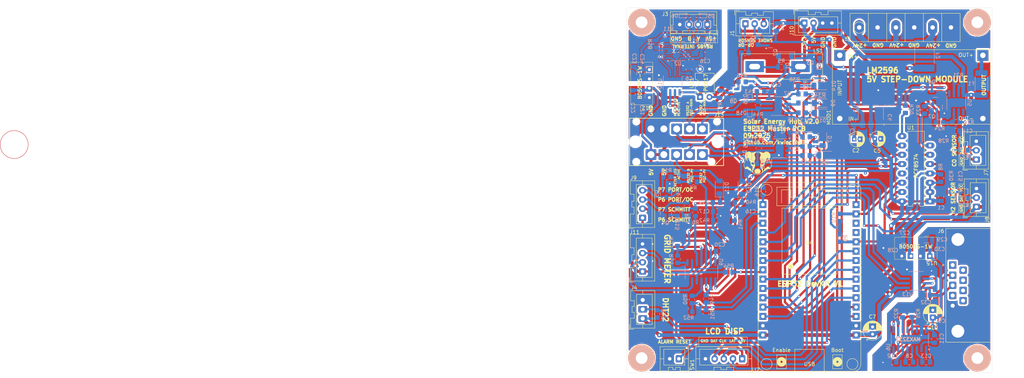
<source format=kicad_pcb>
(kicad_pcb (version 20240108) (generator "pcbnew") (generator_version "8.0")
  (layers (0 "F.Cu" signal) (31 "B.Cu" signal) (34 "B.Paste" user) (35 "F.Paste" user) (36 "B.SilkS" user "B.Silkscreen") (37 "F.SilkS" user "F.Silkscreen") (38 "B.Mask" user) (39 "F.Mask" user) (44 "Edge.Cuts" user))
  (net 0 "")
  (net 1 "GND")
  (net 2 "MQ7_CO_SENSOR")
  (net 3 "MQ8_H2_SENSOR")
  (net 4 "+5V")
  (net 5 "DHT22")
  (net 6 "GAMA_METER_LED_REACTIVE")
  (net 7 "GAMA_METER_LED_ACTIVE_ENERGY")
  (net 8 "RS485_DIR")
  (net 9 "+3V3")
  (net 10 "+24V")
  (net 11 "METER_PV_B")
  (net 12 "SDA_ESP")
  (net 13 "CLOCK_ESP")
  (net 14 "INVERTER_TX")
  (net 15 "METER_PV_A")
  (net 16 "METER_GRID_TX")
  (net 17 "LCD_DISP_DATA")
  (net 18 "RS485_TX_ESP")
  (net 19 "/ESP32_Measurment_Board/RS485_A")
  (net 20 "/ESP32_Measurment_Board/RS485_B")
  (net 21 "METER_PV_RX")
  (net 22 "INVERTER_RX")
  (net 23 "LCD_DISP_LATCH")
  (net 24 "METER_GRID_RX")
  (net 25 "METER_PV_TX")
  (net 26 "METER_MAIN_TX")
  (net 27 "Net-(U6-C1+)")
  (net 28 "METER_MAIN_B")
  (net 29 "METER_MAIN_RX")
  (net 30 "CO_SENSOR_EN")
  (net 31 "CO_SENSOR_SWITCH_VOLTAGES")
  (net 32 "METER_MAIN_A")
  (net 33 "RS485_RX_ESP")
  (net 34 "LCD_DISP_CLOCK")
  (net 35 "BUZZER")
  (net 36 "/ESP32_Measurment_Board/INV_TX_RS232")
  (net 37 "/ESP32_Measurment_Board/INV_RX_RS232")
  (net 38 "SMOKE_DETECTOR")
  (net 39 "Net-(U6-C1-)")
  (net 40 "SMOKE_DETECTOR_RESET")
  (net 41 "ALARM_RESET_BUTTON")
  (net 42 "Net-(U6-VS+)")
  (net 43 "Net-(Q3-B)")
  (net 44 "METER_MAIN_DIR")
  (net 45 "METER_PV_DIR")
  (net 46 "Net-(U6-VS-)")
  (net 47 "GAMA_METER_LED_ACTIVE_ENERGY_INPUT")
  (net 48 "GAMA_METER_LED_REACTIVE_INPUT")
  (net 49 "Net-(U6-C2+)")
  (net 50 "P7_UNCONNECTED")
  (net 51 "Net-(U6-C2-)")
  (net 52 "Net-(C16-Pad1)")
  (net 53 "Net-(C17-Pad1)")
  (net 54 "GND_RS485")
  (net 55 "Net-(D1-K)")
  (net 56 "Net-(D1-A)")
  (net 57 "Net-(J1-Pin_1)")
  (net 58 "Net-(J1-Pin_2)")
  (net 59 "Net-(D11-K)")
  (net 60 "Net-(D14-K)")
  (net 61 "Net-(MOD1-OUT+)")
  (net 62 "Net-(Q1-B)")
  (net 63 "Net-(Q2-B)")
  (net 64 "Net-(Q6-G)")
  (net 65 "Net-(Q6-D)")
  (net 67 "Net-(U2-DE)")
  (net 68 "+5V_INV")
  (net 75 "Net-(J7-Pin_1)")
  (net 76 "Net-(J9-Pin_4)")
  (net 77 "Net-(J7-Pin_2)")
  (net 78 "Net-(J8-Pin_2)")
  (net 79 "Net-(J9-Pin_1)")
  (net 80 "Net-(J11-Pin_3)")
  (net 81 "Net-(Q4-B)")
  (net 82 "Net-(Q5-B)")
  (net 83 "P6_UNCONNECTED")
  (net 84 "Net-(D12-K)")
  (net 85 "Net-(D13-K)")
  (net 86 "Net-(U4-EN)")
  (net 87 "Net-(U6-T1IN)")
  (net 88 "Net-(U5-FB)")
  (net 89 "Net-(U6-R1IN)")
  (net 90 "Net-(U8-DE)")
  (net 91 "Net-(U8-DI)")
  (net 92 "Net-(U7-DE)")
  (net 93 "Net-(J11-Pin_2)")
  (net 94 "Net-(Q7-G)")
  (net 95 "Net-(Q7-D)")
  (net 96 "Net-(U7-DI)")
  (net 97 "Net-(R49-Pad2)")
  (net 98 "Net-(R50-Pad2)")
  (net 99 "Net-(R54-Pad2)")
  (net 100 "Net-(R55-Pad2)")
  (net 107 "GND_INV")
  (net 108 "+5V_RS485")
  (net 109 "Net-(Q8-C)")
  (net 110 "Net-(Q8-B)")
  (net 111 "Net-(R57-Pad2)")
  (net 112 "Net-(U10-VOB)")
  (net 113 "Net-(U10-VIA)")
  (net 114 "Net-(U13-VIA)")
  (net 115 "Net-(U13-VOB)")
  (net 116 "Net-(R6-Pad2)")
  (net 117 "Net-(R7-Pad2)")
  (net 118 "Net-(J9-Pin_3)")
  (net 119 "Net-(J9-Pin_2)")
  (net 120 "Net-(J5-Pin_1)")
  (footprint "Connector_JST:JST_XA_B03B-XASK-1_1x03_P2.50mm_Vertical" (layer "F.Cu") (at 262.25 84.3 90)
    (property "Reference" "J8")
    (property "Value" "H2_SENSOR")
  )
  (footprint "Package_DIP:DIP-4_W7.62mm" (layer "F.Cu") (at 186.95 54.35 90)
    (property "Reference" "U11")
    (property "Value" "PC817")
  )
  (footprint "Connector_JST:JST_XA_B04B-XASK-1_1x04_P2.50mm_Vertical" (layer "F.Cu") (at 215.35 34.2)
    (property "Reference" "J10")
    (property "Value" "Unconnected")
  )
  (footprint "My-Footprints:Mount-Hole-3mm" (layer "F.Cu") (at 171 125.5)
    (property "Reference" "H3")
    (property "Value" "MountingHole")
  )
  (footprint "Capacitor_THT:CP_Radial_D5.0mm_P2.00mm" (layer "F.Cu") (at 250.35 114.45 90)
    (property "Reference" "C10")
    (property "Value" "47u")
  )
  (footprint "Connector_JST:JST_XA_B05B-XASK-1_1x05_P2.50mm_Vertical" (layer "F.Cu") (at 198.4 125.7 180)
    (property "Reference" "J2")
    (property "Value" "LCD_DISP")
  )
  (footprint "My-Footprints:B0505S" (layer "F.Cu") (at 174 44.92 -90)
    (property "Reference" "U12")
    (property "Value" "B0505S-1W")
  )
  (footprint "Capacitor_THT:CP_Radial_D5.0mm_P2.00mm" (layer "F.Cu") (at 233.934 119 90)
    (property "Reference" "C7")
    (property "Value" "22u")
  )
  (footprint "Connector_JST:JST_XA_B04B-XASK-1_1x04_P2.50mm_Vertical" (layer "F.Cu") (at 171.25 101.9 90)
    (property "Reference" "J11")
    (property "Value" "METER_GRID")
  )
  (footprint "Package_DIP:DIP-16_W7.62mm_LongPads" (layer "F.Cu") (at 249.5945 82.7975 180)
    (property "Reference" "U1")
    (property "Value" "PCF8574")
  )
  (footprint "Connector_JST:JST_XA_B02B-XASK-1_1x02_P2.50mm_Vertical" (layer "F.Cu") (at 181.15 125.7 180)
    (property "Reference" "SW1")
    (property "Value" "SW_Push")
  )
  (footprint "Connector_JST:JST_XA_B04B-XASK-1_1x04_P2.50mm_Vertical" (layer "F.Cu") (at 171.25 87.3 90)
    (property "Reference" "J9")
    (property "Value" "Unconnected")
  )
  (footprint "My-Footprints:esp32_devkit_v1_doit" (layer "F.Cu") (at 216.75 83.67)
    (property "Reference" "U4")
    (property "Value" "ESP32_DevKit_V1_DOIT")
  )
  (footprint "graphic:honeybadger2" (layer "F.Cu") (at 202.6 72.4)
    (property "Reference" "G***" (hide yes))
    (property "Value" "LOGO" (hide yes))
  )
  (footprint "My-Footprints:Mount-Hole-3mm" (layer "F.Cu") (at 171 34)
    (property "Reference" "H1")
    (property "Value" "MountingHole")
  )
  (footprint "My-Footprints:B0505S" (layer "F.Cu") (at 251.48 98.6125 180)
    (property "Reference" "U15")
    (property "Value" "B0505S-1W")
  )
  (footprint "Capacitor_THT:CP_Radial_D4.0mm_P1.50mm" (layer "F.Cu") (at 228.94 65.8487)
    (property "Reference" "C2")
    (property "Value" "100u")
  )
  (footprint "My-Footprints:Buzzer" (layer "F.Cu") (at 198.3 42.5615)
    (property "Reference" "LS1")
    (property "Value" "BUZZER")
  )
  (footprint "My-Footprints-connectors:CDDC-1,5-5-PV-3,5" (layer "F.Cu") (at 192.45 73.15 180)
    (property "Reference" "J13")
    (property "Value" "METER_INTERFACES")
  )
  (footprint "Capacitor_THT:CP_Radial_D4.0mm_P1.50mm" (layer "F.Cu") (at 234.567401 65.7487)
    (property "Reference" "C5")
    (property "Value" "22u")
  )
  (footprint "My-Footprints-connectors:Screw-Terminal-P6-rast-5mm-6,7x30" (layer "F.Cu") (at 227.8 31.55)
    (property "Reference" "J5")
    (property "Value" "DC_LINE_OUTPUT")
  )
  (footprint "My-Footprints-connectors:JST_XA_1x03_P2.54mm_Vertical" (layer "F.Cu") (at 171.3 114.74 90)
    (property "Reference" "J4")
    (property "Value" "DHT22" (hide yes))
  )
  (footprint "My-Footprints-connectors:DSUB-9_Female_Horizontal_P2.77x2.84mm_EdgePinOffset7.70mm_Housed_MountingHolesOffset9.12mm" (layer "F.Cu") (at 255.769669 100.15 90)
    (property "Reference" "J6")
    (property "Value" "DB9_Socket")
  )
  (footprint "My-Footprints:Mount-Hole-3mm" (layer "F.Cu") (at 262.5 34)
    (property "Reference" "H4")
    (property "Value" "MountingHole")
  )
  (footprint "My-Footprints-converters-modules:LM2596-Step-Down-Conv" (layer "F.Cu") (at 223.005 61.765 90)
    (property "Reference" "MOD1")
    (property "Value" "LM2596-Step-Down")
  )
  (footprint "Connector_JST:JST_XA_B03B-XASK-1_1x03_P2.50mm_Vertical" (layer "F.Cu") (at 199.3 34.4)
    (property "Reference" "J1")
    (property "Value" "OR-OR SMOKE SENSOR")
  )
  (footprint "Connector_JST:JST_XA_B03B-XASK-1_1x03_P2.50mm_Vertical" (layer "F.Cu") (at 262.2 71.4 90)
    (property "Reference" "J7")
    (property "Value" "CO_SENSOR")
  )
  (footprint "Connector_JST:JST_XH_B4B-XH-A_1x04_P2.50mm_Vertical" (layer "F.Cu") (at 188.9 34.6 180)
    (property "Reference" "J3")
    (property "Value" "RS485")
  )
  (footprint "My-Footprints:Mount-Hole-3mm" (layer "F.Cu") (at 262.5 125.5)
    (property "Reference" "H2")
    (property "Value" "MountingHole")
  )
  (footprint "Diode_SMD:D_MiniMELF" (layer "B.Cu") (at 221.073 70.276)
    (property "Reference" "D8")
    (property "Value" "BZV55B3V6")
  )
  (footprint "Capacitor_SMD:C_0805_2012Metric_Pad1.18x1.45mm_HandSolder" (layer "B.Cu") (at 183.85 46.85 90)
    (property "Reference" "C6")
    (property "Value" "100n")
  )
  (footprint "Resistor_SMD:R_0805_2012Metric_Pad1.20x1.40mm_HandSolder" (layer "B.Cu") (at 214.728 58.676 180)
    (property "Reference" "R35")
    (property "Value" "4k7")
  )
  (footprint "Resistor_SMD:R_0805_2012Metric_Pad1.20x1.40mm_HandSolder" (layer "B.Cu") (at 225 92.8 90)
    (property "Reference" "R9")
    (property "Value" "10k")
  )
  (footprint "Diode_SMD:D_MiniMELF" (layer "B.Cu") (at 220.328 65.826 90)
    (property "Reference" "D7")
    (property "Value" "BZV55B3V6")
  )
  (footprint "Resistor_SMD:R_0805_2012Metric_Pad1.20x1.40mm_HandSolder" (layer "B.Cu") (at 180.75 93.95 -90)
    (property "Reference" "R53")
    (property "Value" "10k")
  )
  (footprint "Resistor_SMD:R_0805_2012Metric_Pad1.20x1.40mm_HandSolder" (layer "B.Cu") (at 214.728 53.526 180)
    (property "Reference" "R36")
    (property "Value" "4k7/5k1")
  )
  (footprint "Resistor_SMD:R_0805_2012Metric_Pad1.20x1.40mm_HandSolder" (layer "B.Cu") (at 242.9 57.7 -90)
    (property "Reference" "R20")
    (property "Value" "100R")
  )
  (footprint "Resistor_SMD:R_0805_2012Metric_Pad1.20x1.40mm_HandSolder" (layer "B.Cu") (at 255.27 79.248 -90)
    (property "Reference" "R30")
    (property "Value" "2k2")
  )
  (footprint "Capacitor_SMD:C_0805_2012Metric_Pad1.18x1.45mm_HandSolder" (layer "B.Cu") (at 188.3 42.9)
    (property "Reference" "C26")
    (property "Value" "100n")
  )
  (footprint "Capacitor_SMD:C_0805_2012Metric_Pad1.18x1.45mm_HandSolder" (layer "B.Cu") (at 252.6195 81.6225 90)
    (property "Reference" "C1")
    (property "Value" "100n")
  )
  (footprint "Package_SO:SO-8_3.9x4.9mm_P1.27mm" (layer "B.Cu") (at 245.825 104.47)
    (property "Reference" "U13")
    (property "Value" "ADUM3211ARZ")
  )
  (footprint "Capacitor_SMD:C_1206_3216Metric" (layer "B.Cu") (at 242.5 93.3 180)
    (property "Reference" "C27")
    (property "Value" "10u")
  )
  (footprint "Resistor_SMD:R_0805_2012Metric_Pad1.20x1.40mm_HandSolder" (layer "B.Cu") (at 183.35 84 -90)
    (property "Reference" "R14")
    (property "Value" "0R")
  )
  (footprint "Capacitor_SMD:C_1206_3216Metric" (layer "B.Cu") (at 248.7 93.2 180)
    (property "Reference" "C29")
    (property "Value" "10u")
  )
  (footprint "Resistor_SMD:R_0805_2012Metric_Pad1.20x1.40mm_HandSolder" (layer "B.Cu") (at 201.422 72.5)
    (property "Reference" "R48")
    (property "Value" "1k")
  )
  (footprint "Resistor_SMD:R_0805_2012Metric_Pad1.20x1.40mm_HandSolder" (layer "B.Cu") (at 203.078 64.476)
    (property "Reference" "R46")
    (property "Value" "1k")
  )
  (footprint "Package_TO_SOT_SMD:SOT-223-3_TabPin2" (layer "B.Cu") (at 233.49 58.6987 90)
    (property "Reference" "U3")
    (property "Value" "AMS1117-5.0")
  )
  (footprint "Package_SO:SOIC-14_3.9x8.7mm_P1.27mm" (layer "B.Cu") (at 187.3 102 90)
    (property "Reference" "U9")
    (property "Value" "74HC14")
  )
  (footprint "Capacitor_SMD:C_1206_3216Metric" (layer "B.Cu") (at 168.8 47.6 -90)
    (property "Reference" "C23")
    (property "Value" "10u")
  )
  (footprint "Resistor_SMD:R_0805_2012Metric_Pad1.20x1.40mm_HandSolder" (layer "B.Cu") (at 192.325 53.594 -90)
    (property "Reference" "R57")
    (property "Value" "1k")
  )
  (footprint "Package_SO:SOIC-8_3.9x4.9mm_P1.27mm" (layer "B.Cu") (at 180.9 41.85)
    (property "Reference" "U2")
    (property "Value" "ST485")
  )
  (footprint "Capacitor_SMD:C_0805_2012Metric_Pad1.18x1.45mm_HandSolder" (layer "B.Cu") (at 228.59 60.7987 90)
    (property "Reference" "C3")
    (property "Value" "100n")
  )
  (footprint "Resistor_SMD:R_0805_2012Metric_Pad1.20x1.40mm_HandSolder" (layer "B.Cu") (at 185.1 77.5)
    (property "Reference" "R7")
    (property "Value" "0R")
  )
  (footprint "Resistor_SMD:R_0805_2012Metric_Pad1.20x1.40mm_HandSolder" (layer "B.Cu") (at 175.2 113.45 -90)
    (property "Reference" "R17")
    (property "Value" "10k")
  )
  (footprint "Resistor_SMD:R_0805_2012Metric_Pad1.20x1.40mm_HandSolder" (layer "B.Cu") (at 215.828 65.226 180)
    (property "Reference" "R33")
    (property "Value" "4k7/5k1")
  )
  (footprint "Capacitor_SMD:C_0805_2012Metric_Pad1.18x1.45mm_HandSolder" (layer "B.Cu") (at 191.5 85.55)
    (property "Reference" "C17")
    (property "Value" "100n")
  )
  (footprint "Resistor_SMD:R_0805_2012Metric_Pad1.20x1.40mm_HandSolder" (layer "B.Cu") (at 194.75 102.075 180)
    (property "Reference" "R54")
    (property "Value" "4k7")
  )
  (footprint "Resistor_SMD:R_0805_2012Metric_Pad1.20x1.40mm_HandSolder" (layer "B.Cu") (at 258.826 82.042)
    (property "Reference" "R29")
    (property "Value" "7k8")
  )
  (footprint "Package_TO_SOT_SMD:SOT-23" (layer "B.Cu") (at 251.0625 52.875 180)
    (property "Reference" "Q6")
    (property "Value" "BSS138")
  )
  (footprint "Diode_SMD:D_SOD-523" (layer "B.Cu") (at 200.406 70.096 90)
    (property "Reference" "D17")
    (property "Value" "LESD5D5.0CT1G-MS")
  )
  (footprint "Resistor_SMD:R_0805_2012Metric_Pad1.20x1.40mm_HandSolder" (layer "B.Cu") (at 175 39.9 -90)
    (property "Reference" "R58")
    (property "Value" "4k7")
  )
  (footprint "Capacitor_SMD:C_0805_2012Metric_Pad1.18x1.45mm_HandSolder" (layer "B.Cu") (at 171.1 47.9375 -90)
    (property "Reference" "C24")
    (property "Value" "100n")
  )
  (footprint "Resistor_SMD:R_0805_2012Metric_Pad1.20x1.40mm_HandSolder" (layer "B.Cu") (at 185.65 85.8 -90)
    (property "Reference" "R6")
    (property "Value" "0R")
  )
  (footprint "Resistor_SMD:R_0805_2012Metric_Pad1.20x1.40mm_HandSolder" (layer "B.Cu") (at 199.15 42.35)
    (property "Reference" "R1")
    (property "Value" "10k")
  )
  (footprint "Capacitor_SMD:C_1206_3216Metric" (layer "B.Cu") (at 171 54 -90)
    (property "Reference" "C21")
    (property "Value" "10u")
  )
  (footprint "Resistor_SMD:R_0805_2012Metric_Pad1.20x1.40mm_HandSolder" (layer "B.Cu") (at 197.4 83.1 180)
    (property "Reference" "R40")
    (property "Value" "1k")
  )
  (footprint "Diode_SMD:D_MiniMELF" (layer "B.Cu") (at 210.058 43.18 180)
    (property "Reference" "D1")
    (property "Value" "1N4148")
  )
  (footprint "Resistor_SMD:R_0805_2012Metric_Pad1.20x1.40mm_HandSolder" (layer "B.Cu") (at 256.7 61.2 180)
    (property "Reference" "R26")
    (property "Value" "10K")
  )
  (footprint "Resistor_SMD:R_0805_2012Metric_Pad1.20x1.40mm_HandSolder" (layer "B.Cu") (at 242.1 113.4 90)
    (property "Reference" "R22")
    (property "Value" "1k")
  )
  (footprint "Resistor_SMD:R_0805_2012Metric_Pad1.20x1.40mm_HandSolder" (layer "B.Cu") (at 211.328 62.976 -90)
    (property "Reference" "R37")
    (property "Value" "10k")
  )
  (footprint "Resistor_SMD:R_0805_2012Metric_Pad1.20x1.40mm_HandSolder" (layer "B.Cu") (at 188.6 109.35 90)
    (property "Reference" "R49")
    (property "Value" "4k7/5k1")
  )
  (footprint "Resistor_SMD:R_0805_2012Metric_Pad1.20x1.40mm_HandSolder" (layer "B.Cu") (at 244.65 113.3 -90)
    (property "Reference" "R25")
    (property "Value" "1k")
  )
  (footprint "Package_TO_SOT_SMD:SOT-23" (layer "B.Cu") (at 206.1125 39.3625)
    (property "Reference" "Q2")
    (property "Value" "BC817")
  )
  (footprint "Capacitor_SMD:C_0805_2012Metric_Pad1.18x1.45mm_HandSolder" (layer "B.Cu") (at 197.275 85.5)
    (property "Reference" "C16")
    (property "Value" "100n")
  )
  (footprint "Resistor_SMD:R_0805_2012Metric_Pad1.20x1.40mm_HandSolder" (layer "B.Cu") (at 180.7 85.725 90)
    (property "Reference" "R15")
    (property "Value" "10K")
  )
  (footprint "Resistor_SMD:R_0805_2012Metric_Pad1.20x1.40mm_HandSolder" (layer "B.Cu") (at 198.374 50.2 180)
    (property "Reference" "R56")
    (property "Value" "1k")
  )
  (footprint "Capacitor_SMD:C_0805_2012Metric_Pad1.18x1.45mm_HandSolder" (layer "B.Cu") (at 207.578 52.826)
    (property "Reference" "C19")
    (property "Value" "100n")
  )
  (footprint "Diode_SMD:D_MiniMELF" (layer "B.Cu") (at 192.2 78.95 90)
    (property "Reference" "D11")
    (property "Value" "LL4148")
  )
  (footprint "Resistor_SMD:R_0805_2012Metric_Pad1.20x1.40mm_HandSolder" (layer "B.Cu") (at 258.826 68.834)
    (property "Reference" "R27")
    (property "Value" "7k8")
  )
  (footprint "Resistor_SMD:R_0805_2012Metric_Pad1.20x1.40mm_HandSolder" (layer "B.Cu") (at 181.1 78.45 90)
    (property "Reference" "R18")
    (property "Value" "0R")
  )
  (footprint "Diode_SMD:D_MiniMELF" (layer "B.Cu") (at 215.678 62.726)
    (property "Reference" "D13")
    (property "Value" "BZV55B3V6")
  )
  (footprint "Resistor_SMD:R_0805_2012Metric_Pad1.20x1.40mm_HandSolder" (layer "B.Cu") (at 177.9 76.1)
    (property "Reference" "R19")
    (property "Value" "10K")
  )
  (footprint "Diode_SMD:D_MiniMELF" (layer "B.Cu") (at 219.7325 51.2855)
    (property "Reference" "D14")
    (property "Value" "BZV55B3V6")
  )
  (footprint "Resistor_SMD:R_0805_2012Metric_Pad1.20x1.40mm_HandSolder" (layer "B.Cu") (at 215.828 67.776 180)
    (property "Reference" "R31")
    (property "Value" "4k7")
  )
  (footprint "Resistor_SMD:R_0805_2012Metric_Pad1.20x1.40mm_HandSolder" (layer "B.Cu") (at 215.828 70.326 180)
    (property "Reference" "R32")
    (property "Value" "4k7")
  )
  (footprint "Capacitor_SMD:C_0805_2012Metric_Pad1.18x1.45mm_HandSolder" (layer "B.Cu") (at 239.35 126.6 180)
    (property "Reference" "C12")
    (property "Value" "100n")
  )
  (footprint "Package_SO:SOIC-8_3.9x4.9mm_P1.27mm" (layer "B.Cu") (at 208.628 68.326 180)
    (property "Reference" "U8")
    (property "Value" "ST485EBDR")
  )
  (footprint "Diode_SMD:D_SOD-523" (layer "B.Cu") (at 187.5 32.2 180)
    (property "Reference" "D5")
    (property "Value" "LESD5D5.0CT1G-MS")
  )
  (footprint "Capacitor_SMD:C_0805_2012Metric_Pad1.18x1.45mm_HandSolder" (layer "B.Cu") (at 250.8 120.3 -90)
    (property "Reference" "C11")
    (property "Value" "100n")
  )
  (footprint "Package_TO_SOT_SMD:SOT-23" (layer "B.Cu") (at 196.0095 53.1735 180)
    (property "Reference" "Q8")
    (property "Value" "BC817")
  )
  (footprint "Diode_SMD:D_SOD-523" (layer "B.Cu") (at 200.4755 58.4885 90)
    (property "Reference" "D18")
    (property "Value" "LESD5D5.0CT1G-MS")
  )
  (footprint "Resistor_SMD:R_0805_2012Metric_Pad1.20x1.40mm_HandSolder" (layer "B.Cu") (at 202.753 56.561 90)
    (property "Reference" "R44")
    (property "Value" "120R")
  )
  (footprint "Package_TO_SOT_SMD:SOT-23" (layer "B.Cu") (at 215.646 42.672 180)
    (property "Reference" "Q3")
    (property "Value" "BC817")
  )
  (footprint "Package_SO:SOIC-8-1EP_3.9x4.9mm_P1.27mm_EP2.41x3.81mm" (layer "B.Cu") (at 256.75 55.9 -90)
    (property "Reference" "U5")
    (property "Value" "UP7760")
  )
  (footprint "Fuse:Fuse_2920_7451Metric" (layer "B.Cu") (at 248.1 43.1 90)
    (property "Reference" "F2")
    (property "Value" "Polyfuse")
  )
  (footprint "Resistor_SMD:R_0805_2012Metric_Pad1.20x1.40mm_HandSolder" (layer "B.Cu") (at 184.75 109.55 90)
    (property "Reference" "R50")
    (property "Value" "4k7/5k1")
  )
  (footprint "Capacitor_SMD:C_0805_2012Metric" (layer "B.Cu") (at 251.35 117.1 180)
    (property "Reference" "C9")
    (property "Value" "100n")
  )
  (footprint "Package_SO:SO-8_3.9x4.9mm_P1.27mm" (layer "B.Cu") (at 179.45 50.5 90)
    (property "Reference" "U10")
    (property "Value" "ADUM3211ARZ")
  )
  (footprint "Resistor_SMD:R_0805_2012Metric_Pad1.20x1.40mm_HandSolder" (layer "B.Cu") (at 188.55 113.4 90)
    (property "Reference" "R51")
    (property "Value" "10k")
  )
  (footprint "Resistor_SMD:R_0805_2012Metric_Pad1.20x1.40mm_HandSolder" (layer "B.Cu") (at 225 87.2 -90)
    (property "Reference" "R10")
    (property "Value" "10k")
  )
  (footprint "Resistor_SMD:R_0805_2012Metric_Pad1.20x1.40mm_HandSolder" (layer "B.Cu") (at 252.2 61.3)
    (property "Reference" "R24")
    (property "Value" "1k8")
  )
  (footprint "Resistor_SMD:R_0805_2012Metric_Pad1.20x1.40mm_HandSolder" (layer "B.Cu") (at 180.8 98.55 -90)
    (property "Reference" "R55")
    (property "Value" "4k7/5k1")
  )
  (footprint "Resistor_SMD:R_0805_2012Metric_Pad1.20x1.40mm_HandSolder" (layer "B.Cu") (at 189.8 37.4)
    (property "Reference" "R13")
    (property "Value" "1k")
  )
  (footprint "Capacitor_SMD:C_0805_2012Metric_Pad1.18x1.45mm_HandSolder" (layer "B.Cu") (at 207.128 64.376)
    (property "Reference" "C18")
    (property "Value" "100n")
  )
  (footprint "Resistor_SMD:R_0805_2012Metric_Pad1.20x1.40mm_HandSolder" (layer "B.Cu") (at 212.598 51.226)
    (property "Reference" "R38")
    (property "Value" "10k")
  )
  (footprint "Package_TO_SOT_SMD:SOT-23" (layer "B.Cu") (at 251.4125 57.1 -90)
    (property "Reference" "Q7")
    (property "Value" "BSS138")
  )
  (footprint "Diode_SMD:D_MiniMELF" (layer "B.Cu") (at 219.823 56.026)
    (property "Reference" "D9")
    (property "Value" "BZV55B3V6")
  )
  (footprint "Capacitor_SMD:C_0805_2012Metric_Pad1.18x1.45mm_HandSolder" (layer "B.Cu") (at 168.5 53.6 -90)
    (property "Reference" "C22")
    (property "Value" "100n")
  )
  (footprint "Capacitor_SMD:C_0805_2012Metric_Pad1.18x1.45mm_HandSolder" (layer "B.Cu") (at 238.5 57 -90)
    (property "Reference" "C4")
    (property "Value" "100n")
  )
  (footprint "Capacitor_SMD:C_0805_2012Metric" (layer "B.Cu") (at 257.81 79.248 -90)
    (property "Reference" "C15")
    (property "Value" "10n")
  )
  (footprint "Package_TO_SOT_SMD:SOT-23" (layer "B.Cu") (at 177.6125 85.85 90)
    (property "Reference" "Q4")
    (property "Value" "BC817")
  )
  (footprint "Resistor_SMD:R_0805_2012Metric_Pad1.20x1.40mm_HandSolder" (layer "B.Cu") (at 196.275 89.1 90)
    (property "Reference" "R41")
    (property "Value" "100K")
  )
  (footprint "Capacitor_SMD:C_0805_2012Metric_Pad1.18x1.45mm_HandSolder" (layer "B.Cu") (at 243.95 126.6 180)
    (property "Reference" "C8")
    (property "Value" "100n")
  )
  (footprint "Resistor_SMD:R_0805_2012Metric_Pad1.20x1.40mm_HandSolder" (layer "B.Cu") (at 256.7 66.1)
    (property "Reference" "R28")
    (property "Value" "2k2")
  )
  (footprint "Diode_SMD:D_MiniMELF" (layer "B.Cu") (at 219.823 58.726)
    (property "Reference" "D10")
    (property "Value" "BZV55B3V6")
  )
  (footprint "Resistor_SMD:R_0805_2012Metric_Pad1.20x1.40mm_HandSolder" (layer "B.Cu") (at 185.2 37.4)
    (property "Reference" "R12")
    (property "Value" "120R")
  )
  (footprint "Package_SO:SO-16_3.9x9.9mm_P1.27mm" (layer "B.Cu") (at 244.095 120.43 90)
    (property "Reference" "U6")
    (property "Value" "MAX3232")
  )
  (footprint "Capacitor_SMD:C_0805_2012Metric_Pad1.18x1.45mm_HandSolder" (layer "B.Cu") (at 248.55 126.6 180)
    (property "Reference" "C13")
    (property "Value" "100n")
  )
  (footprint "Resistor_SMD:R_0805_2012Metric_Pad1.20x1.40mm_HandSolder" (layer "B.Cu") (at 180.45 37.4)
    (property "Reference" "R11")
    (property "Value" "1k")
  )
  (footprint "Resistor_SMD:R_0805_2012Metric_Pad1.20x1.40mm_HandSolder" (layer "B.Cu") (at 191.4 83.1 180)
    (property "Reference" "R39")
    (property "Value" "1k")
  )
  (footprint "Resistor_SMD:R_0805_2012Metric_Pad1.20x1.40mm_HandSolder" (layer "B.Cu") (at 202.75 39.1 -90)
    (property "Reference" "R2")
    (property "Value" "10k")
  )
  (footprint "Diode_SMD:D_MiniMELF" (layer "B.Cu") (at 198.4 79.1 90)
    (property "Reference" "D12")
    (property "Value" "LL4148")
  )
  (footprint "Capacitor_SMD:C_0805_2012Metric_Pad1.18x1.45mm_HandSolder" (layer "B.Cu") (at 243 95.8 180)
    (property "Reference" "C28")
    (property "Value" "100n")
  )
  (footprint "Resistor_SMD:R_0805_2012Metric_Pad1.20x1.40mm_HandSolder" (layer "B.Cu") (at 207.8 35.3 90)
    (property "Reference" "R4")
    (property "Value" "10k")
  )
  (footprint "Resistor_SMD:R_0805_2012Metric_Pad1.20x1.40mm_HandSolder" (layer "B.Cu") (at 257.3 50.2)
    (property "Reference" "R21")
    (property "Value" "10k")
  )
  (footprint "Capacitor_SMD:C_0805_2012Metric" (layer "B.Cu") (at 209.1 46.2 180)
    (property "Reference" "R5")
    (property "Value" "2k")
  )
  (footprint "Package_TO_SOT_SMD:SOT-23" (layer "B.Cu") (at 199.15 38.65 90)
    (property "Reference" "Q1")
    (property "Value" "BC817")
  )
  (footprint "Package_SO:SOIC-8_3.9x4.9mm_P1.27mm" (layer "B.Cu") (at 208.253 56.811 180)
    (property "Reference" "U7")
    (property "Value" "ST485EBDR")
  )
  (footprint "Resistor_SMD:R_0805_2012Metric_Pad1.20x1.40mm_HandSolder" (layer "B.Cu") (at 183.8 112.85)
    (property "Reference" "R52")
    (property "Value" "10k")
  )
  (footprint "Resistor_SMD:R_0805_2012Metric_Pad1.20x1.40mm_HandSolder" (layer "B.Cu") (at 204.1 80.075 -90)
    (property "Reference" "R16")
    (property "Value" "10k")
  )
  (footprint "Resistor_SMD:R_0805_2012Metric_Pad1.20x1.40mm_HandSolder" (layer "B.Cu") (at 214.728 55.976 180)
    (property "Reference" "R34")
    (property "Value" "4k7")
  )
  (footprint "Resistor_SMD:R_0805_2012Metric_Pad1.20x1.40mm_HandSolder" (layer "B.Cu") (at 202.928 68.346 90)
    (property "Reference" "R47")
    (property "Value" "120R")
  )
  (footprint "Resistor_SMD:R_0805_2012Metric_Pad1.20x1.40mm_HandSolder" (layer "B.Cu") (at 219.456 42.672 90)
    (property "Reference" "R3")
    (property "Value" "10k")
  )
  (footprint "Capacitor_SMD:C_0805_2012Metric_Pad1.18x1.45mm_HandSolder" (layer "B.Cu") (at 248.5 108.4 180)
    (property "Reference" "C32")
    (property "Value" "100n")
  )
  (footprint "Resistor_SMD:R_0805_2012Metric_Pad1.20x1.40mm_HandSolder" (layer "B.Cu") (at 191.4775 88 180)
    (property "Reference" "R42")
    (property "Value" "100K")
  )
  (footprint "Resistor_SMD:R_0805_2012Metric_Pad1.20x1.40mm_HandSolder" (layer "B.Cu") (at 203.903 60.761 180)
    (property "Reference" "R45")
    (property "Value" "1k")
  )
  (footprint "Capacitor_SMD:C_0805_2012Metric_Pad1.18x1.45mm_HandSolder" (layer "B.Cu") (at 248.6 95.8 180)
    (property "Reference" "C30")
    (property "Value" "100n")
  )
  (footprint "Diode_SMD:D_SOD-523" (layer "B.Cu") (at 200.5755 54.9335 -90)
    (property "Reference" "D16")
    (property "Value" "LESD5D5.0CT1G-MS")
  )
  (footprint "Resistor_SMD:R_0805_2012Metric_Pad1.20x1.40mm_HandSolder" (layer "B.Cu") (at 248.1 57.9 -90)
    (property "Reference" "R23")
    (property "Value" "100R")
  )
  (footprint "Fuse:Fuse_2512_6332Metric_Pad1.52x3.35mm_HandSolder" (layer "B.Cu") (at 263.6 50.8 -90)
    (property "Reference" "F1")
    (property "Value" "2A")
  )
  (footprint "Package_TO_SOT_SMD:SOT-23" (layer "B.Cu") (at 177.6625 80.7 -90)
    (property "Reference" "Q5")
    (property "Value" "BC817")
  )
  (footprint "Capacitor_SMD:C_0805_2012Metric" (layer "B.Cu") (at 256.6 63.6)
    (property "Reference" "C14")
    (property "Value" "10n")
  )
  (footprint "Diode_SMD:D_SOD-523" (layer "B.Cu") (at 200.628 66.796 -90)
    (property "Reference" "D15")
    (property "Value" "LESD5D5.0CT1G-MS")
  )
  (footprint "Resistor_SMD:R_0805_2012Metric_Pad1.20x1.40mm_HandSolder" (layer "B.Cu") (at 252.4745 76.454 -90)
    (property "Reference" "R8")
    (property "Value" "10k")
  )
  (footprint "Diode_SMD:D_SOD-523" (layer "B.Cu") (at 182.5 32.2)
    (property "Reference" "D6")
    (property "Value" "LESD5D5.0CT1G-MS")
  )
  (footprint "Resistor_SMD:R_0805_2012Metric_Pad1.20x1.40mm_HandSolder" (layer "B.Cu") (at 203.428 52.876)
    (property "Reference" "R43")
    (property "Value" "1k")
  )
  (footprint "Capacitor_SMD:C_0805_2012Metric_Pad1.18x1.45mm_HandSolder" (layer "B.Cu") (at 192.3 96.35)
    (property "Reference" "C20")
    (property "Value" "100n")
  )
  (gr_circle (center 0 67.31) (end 3.81 67.31) (stroke (width 0.1)) (fill none) (layer "F.Cu"))
  (gr_rect (start 231.1 48.5) (end 239.9 56.5) (stroke (width 0.2)) (fill solid) (layer "B.Cu") (net 9))
  (gr_line (start 218.1 54.6) (end 217.1 54.6) (stroke (width 0.1)) (layer "B.SilkS"))
  (gr_line (start 217.1 54.6) (end 216.6 55) (stroke (width 0.1)) (layer "B.SilkS"))
  (gr_rect (start 218.1 53.1) (end 221.1 54.6) (stroke (width 0.1)) (fill none) (layer "B.SilkS"))
  (gr_rect (start 257.5 65.145) (end 258.89 73.1) (stroke (width 0.1)) (fill none) (layer "F.SilkS"))
  (gr_rect (start 186.6 119.8) (end 199.8 122.4) (stroke (width 0.1)) (fill none) (layer "F.SilkS"))
  (gr_rect (start 257.4 78.045) (end 258.94 85.9) (stroke (width 0.1)) (fill none) (layer "F.SilkS"))
  (gr_rect (start 178.85 37.05) (end 191.7 39.6) (stroke (width 0.1)) (fill none) (layer "F.SilkS"))
  (gr_rect (start 167 30) (end 266.5 129.5) (stroke (width 0.05)) (fill none) (layer "Edge.Cuts"))
  (gr_text "MAX3232" (at 247.2 121 0) (layer "B.SilkS") (effects (font (size 1 1) (thickness 0.25) (bold yes)) (justify left bottom mirror)))
  (gr_text "B0505S-1W" (at 171.1 55.1 90) (layer "F.SilkS") (effects (font (size 1 1) (thickness 0.2) (bold yes)) (justify left bottom)))
  (gr_text "DAT" (at 189.681667 121.266749 0) (layer "F.SilkS") (effects (font (size 0.7 0.7) (thickness 0.175) (bold yes)) (justify left bottom)))
  (gr_text "3V3" (at 215.9 40.814286 90) (layer "F.SilkS") (effects (font (size 1 1) (thickness 0.2) (bold yes)) (justify left bottom)))
  (gr_text "RS232 A\nPOZ-PV" (at 188.5 73.9 90) (layer "F.SilkS") (effects (font (size 0.6 0.6) (thickness 0.15) (bold yes)) (justify right bottom)))
  (gr_text "GND" (at 224.1 41.1 90) (layer "F.SilkS") (effects (font (size 1 1) (thickness 0.2) (bold yes)) (justify left bottom)))
  (gr_text "RS485 INTERNAL" (at 190.6 40 180) (layer "F.SilkS") (effects (font (size 0.9 0.9) (thickness 0.225) (bold yes)) (justify left bottom)))
  (gr_text "GND" (at 258.65 73 90) (layer "F.SilkS") (effects (font (size 0.7 0.7) (thickness 0.175) (bold yes)) (justify left bottom)))
  (gr_text "METER LED\nREACTIVE" (at 181.5 59.7 90) (layer "F.SilkS") (effects (font (size 0.6 0.6) (thickness 0.15) (bold yes)) (justify left bottom)))
  (gr_text "GND" (at 221 41.1 90) (layer "F.SilkS") (effects (font (size 1 1) (thickness 0.2) (bold yes)) (justify left bottom)))
  (gr_text "5V" (at 177.7 75.9 90) (layer "F.SilkS") (effects (font (size 1 1) (thickness 0.25) (bold yes)) (justify left bottom)))
  (gr_text "+24V" (at 232.65 39.7 180) (layer "F.SilkS") (effects (font (size 1 1) (thickness 0.25) (bold yes)) (justify left bottom)))
  (gr_text "GND" (at 258.55 85.8 90) (layer "F.SilkS") (effects (font (size 0.7 0.7) (thickness 0.175) (bold yes)) (justify left bottom)))
  (gr_text "CO SENSOR" (at 256.8 73.5 90) (layer "F.SilkS") (effects (font (size 1 1) (thickness 0.25) (bold yes)) (justify left bottom)))
  (gr_text "+24V" (at 252.7 39.7 180) (layer "F.SilkS") (effects (font (size 1 1) (thickness 0.25) (bold yes)) (justify left bottom)))
  (gr_text "RS232 A\nPOZ-MAIN" (at 184.9 59.6 90) (layer "F.SilkS") (effects (font (size 0.6 0.6) (thickness 0.15) (bold yes)) (justify left bottom)))
  (gr_text "PC817" (at 189.1 53 90) (layer "F.SilkS") (effects (font (size 1 1) (thickness 0.2) (bold yes)) (justify left bottom)))
  (gr_text "ALARM RESET" (at 175.322559 121.6 0) (layer "F.SilkS") (effects (font (size 0.9 0.9) (thickness 0.225) (bold yes)) (justify left bottom)))
  (gr_text "CLK" (at 192.048333 121.233498 0) (layer "F.SilkS") (effects (font (size 0.7 0.7) (thickness 0.175) (bold yes)) (justify left bottom)))
  (gr_text "GND" (at 237.1 39.6 180) (layer "F.SilkS") (effects (font (size 1 1) (thickness 0.25) (bold yes)) (justify left bottom)))
  (gr_text "H2 SENSOR" (at 256.5 86.4 90) (layer "F.SilkS") (effects (font (size 1 1) (thickness 0.25) (bold yes)) (justify left bottom)))
  (gr_text "ESP32 DevKit V1" (at 207.8 106.1 0) (layer "F.SilkS") (effects (font (size 1.4 1.4) (thickness 0.35) (bold yes)) (justify left bottom)))
  (gr_text "P7 PORT/OC" (at 175.3 80.2 0) (layer "F.SilkS") (effects (font (size 1 1) (thickness 0.25) (bold yes)) (justify left bottom)))
  (gr_text "+5V" (at 197.031666 121.233499 0) (layer "F.SilkS") (effects (font (size 0.7 0.7) (thickness 0.175) (bold yes)) (justify left bottom)))
  (gr_text "VCC" (at 258.6 67.3 90) (layer "F.SilkS") (effects (font (size 0.7 0.7) (thickness 0.175) (bold yes)) (justify left bottom)))
  (gr_text "GND" (at 174.1 59.8 90) (layer "F.SilkS") (effects (font (size 1 1) (thickness 0.25) (bold yes)) (justify left bottom)))
  (gr_text "GND" (at 186.949208 121.234291 0) (layer "F.SilkS") (effects (font (size 0.7 0.7) (thickness 0.175) (bold yes)) (justify left bottom)))
  (gr_text "METER LED\nACTIVE" (at 181.5 73.8 90) (layer "F.SilkS") (effects (font (size 0.6 0.6) (thickness 0.15) (bold yes)) (justify right bottom)))
  (gr_text "P6 SCHMITT" (at 175.3 88.4 0) (layer "F.SilkS") (effects (font (size 1 1) (thickness 0.25) (bold yes)) (justify left bottom)))
  (gr_text "GND" (at 246.9 39.6 180) (layer "F.SilkS") (effects (font (size 1 1) (thickness 0.25) (bold yes)) (justify left bottom)))
  (gr_text "GND" (at 177.8 59.8 90) (layer "F.SilkS") (effects (font (size 1 1) (thickness 0.25) (bold yes)) (justify left bottom)))
  (gr_text "VCC" (at 258.5 80.3 90) (layer "F.SilkS") (effects (font (size 0.7 0.7) (thickness 0.175) (bold yes)) (justify left bottom)))
  (gr_text "GRID METER" (at 177.1 91.53 270) (layer "F.SilkS") (effects (font (size 1.5 1.5) (thickness 0.375) (bold yes)) (justify left bottom)))
  (gr_text "DHT22" (at 176.7 108.8 270) (layer "F.SilkS") (effects (font (size 1.4 1.4) (thickness 0.35) (bold yes)) (justify left bottom)))
  (gr_text "5V" (at 218.5 39.861905 90) (layer "F.SilkS") (effects (font (size 1 1) (thickness 0.2) (bold yes)) (justify left bottom)))
  (gr_text "GND" (at 257 39.7 180) (layer "F.SilkS") (effects (font (size 1 1) (thickness 0.25) (bold yes)) (justify left bottom)))
  (gr_text "5V" (at 174.2 75.9 90) (layer "F.SilkS") (effects (font (size 1 1) (thickness 0.25) (bold yes)) (justify left bottom)))
  (gr_text "OR-OR\nSMOKE SENSOR" (at 197.2 38.4 180) (layer "F.SilkS") (effects (font (size 0.8 0.8) (thickness 0.2) (bold yes)) (justify right bottom)))
  (gr_text "DAT" (at 258.6 83.05 90) (layer "F.SilkS") (effects (font (size 0.7 0.7) (thickness 0.175) (bold yes)) (justify left bottom)))
  (gr_text "DAT" (at 258.7 70 90) (layer "F.SilkS") (effects (font (size 0.7 0.7) (thickness 0.175) (bold yes)) (justify left bottom)))
  (gr_text "P6 PORT/OC" (at 175.3 82.9 0) (layer "F.SilkS") (effects (font (size 1 1) (thickness 0.25) (bold yes)) (justify left bottom)))
  (gr_text "PCF8574" (at 246.4 76.6 90) (layer "F.SilkS") (effects (font (size 1 1) (thickness 0.2) (bold yes)) (justify left bottom)))
  (gr_text "P7 SCHMITT" (at 175.3 85.6 0) (layer "F.SilkS") (effects (font (size 1 1) (thickness 0.25) (bold yes)) (justify left bottom)))
  (gr_text "RS232 B\nPOZ-PV" (at 185.1 73.8 90) (layer "F.SilkS") (effects (font (size 0.6 0.6) (thickness 0.15) (bold yes)) (justify right bottom)))
  (gr_text "LAT" (at 194.815 121.233499 0) (layer "F.SilkS") (effects (font (size 0.7 0.7) (thickness 0.175) (bold yes)) (justify left bottom)))
  (gr_text "LM2596\n5V STEP-DOWN MODULE" (at 232.1 50.4 0) (layer "F.SilkS") (effects (font (size 1.5 1.5) (thickness 0.375) (bold yes)) (justify left bottom)))
  (gr_text "Solar Energy Hub V2.0\nESP32 Master PCB\n09.2025" (at 198.5 65.6 0) (layer "F.SilkS") (effects (font (size 1.2 1.2) (thickness 0.3) (bold yes)) (justify left bottom)))
  (gr_text "RS232 A\nPOZ-MAIN" (at 188.5 59.5 90) (layer "F.SilkS") (effects (font (size 0.6 0.6) (thickness 0.15) (bold yes)) (justify left bottom)))
  (gr_text "github.com/kwiecinski" (at 198.5 67.3 0) (layer "F.SilkS") (effects (font (size 1 1) (thickness 0.25) (bold yes)) (justify left bottom)))
  (gr_text "B0505S-1W" (at 241 95.7 0) (layer "F.SilkS") (effects (font (size 1 1) (thickness 0.2) (bold yes)) (justify left bottom)))
  (gr_text "+24V" (at 242.7 39.6 180) (layer "F.SilkS") (effects (font (size 1 1) (thickness 0.25) (bold yes)) (justify left bottom)))
  (gr_text "+5V  A  B  GND" (at 191.65 37.8 180) (layer "F.SilkS") (effects (font (size 1 1) (thickness 0.25) (bold yes)) (justify left bottom)))
  (gr_text "LCD DISP" (at 188.1 119.1 0) (layer "F.SilkS") (effects (font (size 1.5 1.5) (thickness 0.375) (bold yes)) (justify left bottom)))
  (segment (start 235.204 67.818) (end 236.067401 66.954599) (width 0.6) (layer "F.Cu") (net 1))
  (segment (start 194.6 80.5) (end 194.6 79.9) (width 0.8) (layer "F.Cu") (net 1))
  (segment (start 253.3 59) (end 253.5 58.8) (width 0.6) (layer "F.Cu") (net 1))
  (segment (start 173.1 54.5) (end 173.1 62.6) (width 0.8) (layer "F.Cu") (net 1))
  (segment (start 173.1 62.6) (end 173.55 63.05) (width 0.8) (layer "F.Cu") (net 1))
  (segment (start 253.2825 65.0175) (end 254 65.0175) (width 0.6) (layer "F.Cu") (net 1))
  (segment (start 178.65 78) (end 178.65 86.9125) (width 0.6) (layer "F.Cu") (net 1))
  (segment (start 178.65 86.9125) (end 176.6625 88.9) (width 0.6) (layer "F.Cu") (net 1))
  (segment (start 253.3 64.3175) (end 253.3 59) (width 0.6) (layer "F.Cu") (net 1))
  (segment (start 243.078 101.346) (end 238.76 105.664) (width 0.6) (layer "F.Cu") (net 1))
  (segment (start 254 65.0175) (end 253.3 64.3175) (width 0.6) (layer "F.Cu") (net 1))
  (segment (start 177.05 61.45) (end 179.1 59.4) (width 0.8) (layer "F.Cu") (net 1))
  (segment (start 174 99.05) (end 174 94.4) (width 0.6) (layer "F.Cu") (net 1))
  (segment (start 236.067401 66.954599) (end 236.067401 65.7487) (width 0.6) (layer "F.Cu") (net 1))
  (segment (start 179.1 59.4) (end 197.29 59.4) (width 0.8) (layer "F.Cu") (net 1))
  (segment (start 220.3 34.25) (end 220.35 34.2) (width 1) (layer "F.Cu") (net 1))
  (segment (start 220.3 37.8) (end 220.3 34.25) (width 1) (layer "F.Cu") (net 1))
  (segment (start 177.675 108.845) (end 176.86 109.66) (width 0.6) (layer "F.Cu") (net 1))
  (segment (start 204.3 70.2) (end 200.4 74.1) (width 0.8) (layer "F.Cu") (net 1))
  (segment (start 194.6 79.9) (end 200.4 74.1) (width 0.8) (layer "F.Cu") (net 1))
  (segment (start 197.29 59.4) (end 200.628 62.738) (width 0.8) (layer "F.Cu") (net 1))
  (segment (start 220.3 37.8) (end 217.932 40.168) (width 0.6) (layer "F.Cu") (net 1))
  (segment (start 177.05 63.05) (end 177.05 61.45) (width 0.8) (layer "F.Cu") (net 1))
  (segment (start 190.495 88.76) (end 192.515 86.74) (width 0.6) (layer "F.Cu") (net 1))
  (segment (start 217.932 40.168) (end 217.932 43.434) (width 0.6) (layer "F.Cu") (net 1))
  (segment (start 243.332 101.346) (end 243.078 101.346) (width 0.6) (layer "F.Cu") (net 1))
  (segment (start 241.2 55) (end 241.3 55.1) (width 0.8) (layer "F.Cu") (net 1))
  (segment (start 230.44 65.8487) (end 230.44 67.118) (width 0.6) (layer "F.Cu") (net 1))
  (segment (start 177.675 104.475) (end 177.675 108.845) (width 0.6) (layer "F.Cu") (net 1))
  (segment (start 231.14 67.818) (end 235.204 67.818) (width 0.6) (layer "F.Cu") (net 1))
  (segment (start 208.4 70.2) (end 204.3 70.2) (width 0.8) (layer "F.Cu") (net 1))
  (segment (start 241.2 54.3) (end 241.2 55) (width 0.8) (layer "F.Cu") (net 1))
  (segment (start 245.8 55.3) (end 245.8 55.4) (width 0.8) (layer "F.Cu") (net 1))
  (segment (start 183.87 88.76) (end 190.495 88.76) (width 0.6) (layer "F.Cu") (net 1))
  (segment (start 230.44 67.118) (end 231.14 67.818) (width 0.6) (layer "F.Cu") (net 1))
  (via (at 236.9 95.5) (size 1.2) (drill 0.5) (layers "F.Cu" "B.Cu") (net 1))
  (via (at 174 99.05) (size 0.7) (drill 0.4) (layers "F.Cu" "B.Cu") (net 1))
  (via (at 176.6625 88.9) (size 0.7) (drill 0.4) (layers "F.Cu" "B.Cu") (net 1))
  (via (at 200.628 62.738) (size 1) (drill 0.5) (layers "F.Cu" "B.Cu") (net 1))
  (via (at 176.86 109.66) (size 0.7) (drill 0.4) (layers "F.Cu" "B.Cu") (net 1))
  (via (at 178.65 78) (size 0.7) (drill 0.4) (layers "F.Cu" "B.Cu") (net 1))
  (via (at 242.316 90.17) (size 1) (drill 0.5) (layers "F.Cu" "B.Cu") (net 1))
  (via (at 245.8 55.3) (size 1.2) (drill 0.5) (layers "F.Cu" "B.Cu") (net 1))
  (via (at 243.332 101.346) (size 1) (drill 0.5) (layers "F.Cu" "B.Cu") (net 1))
  (via (at 238.76 105.664) (size 1) (drill 0.5) (layers "F.Cu" "B.Cu") (net 1))
  (via (at 174 94.4) (size 0.7) (drill 0.4) (layers "F.Cu" "B.Cu") (net 1))
  (via (at 194.6 80.5) (size 1) (drill 0.5) (layers "F.Cu" "B.Cu") (net 1))
  (via (at 254 65.0175) (size 0.8) (drill 0.4) (layers "F.Cu" "B.Cu") (net 1))
  (via (at 208.4 70.2) (size 1) (drill 0.5) (layers "F.Cu" "B.Cu") (net 1))
  (via (at 192.515 86.74) (size 0.7) (drill 0.4) (layers "F.Cu" "B.Cu") (net 1))
  (via (at 241.2 54.3) (size 1.2) (drill 0.5) (layers "F.Cu" "B.Cu") (net 1))
  (via (at 217.932 43.434) (size 0.7) (drill 0.4) (layers "F.Cu" "B.Cu") (net 1))
  (via (at 253.5 58.8) (size 0.8) (drill 0.4) (layers "F.Cu" "B.Cu") (net 1))
  (via (at 177.675 104.475) (size 0.7) (drill 0.4) (layers "F.Cu" "B.Cu") (net 1))
  (via (at 183.87 88.76) (size 0.7) (drill 0.4) (layers "F.Cu" "B.Cu") (net 1))
  (via (at 200.4 74.1) (size 1) (drill 0.5) (layers "F.Cu" "B.Cu") (net 1))
  (segment (start 254.42 58.8) (end 254.845 58.375) (width 0.6) (layer "B.Cu") (net 1))
  (segment (start 168.5 54.5375) (end 171 54.5375) (width 0.8) (layer "B.Cu") (net 1))
  (segment (start 208.4 70.2) (end 208.4 64.6105) (width 0.8) (layer "B.Cu") (net 1))
  (segment (start 233.934 110.49) (end 238.76 105.664) (width 0.8) (layer "B.Cu") (net 1))
  (segment (start 222.6 50.168) (end 221.4825 51.2855) (width 0.8) (layer "B.Cu") (net 1))
  (segment (start 206.2 31.7) (end 206 31.5) (width 0.6) (layer "B.Cu") (net 1))
  (segment (start 255.7 66.1) (end 254.6175 65.0175) (width 0.6) (layer "B.Cu") (net 1))
  (segment (start 205.778 59.886) (end 204.903 60.761) (width 0.6) (layer "B.Cu") (net 1))
  (segment (start 220.35 32.45) (end 220.35 34.2) (width 0.6) (layer "B.Cu") (net 1))
  (segment (start 210.2155 51.226) (end 211.598 51.226) (width 0.6) (layer "B.Cu") (net 1))
  (segment (start 197.75 39.45) (end 196.95 38.65) (width 0.6) (layer "B.Cu") (net 1))
  (segment (start 223.072 60.225) (end 221.573 58.726) (width 0.6) (layer "B.Cu") (net 1))
  (segment (start 176.6625 92.4375) (end 176.6625 88.9) (width 0.6) (layer "B.Cu") (net 1))
  (segment (start 180.75 91.88) (end 183.87 88.76) (width 0.6) (layer "B.Cu") (net 1))
  (segment (start 217.932 46.432) (end 219.1 47.6) (width 0.8) (layer "B.Cu") (net 1))
  (segment (start 235.79 61.8487) (end 235.79 60.2362) (width 1) (layer "B.Cu") (net 1))
  (segment (start 208.369 70.231) (end 206.153 70.231) (width 0.6) (layer "B.Cu") (net 1))
  (segment (start 254.6175 65.0175) (end 249.5945 65.0175) (width 0.6) (layer "B.Cu") (net 1))
  (segment (start 200.628 59.341) (end 200.4755 59.1885) (width 0.6) (layer "B.Cu") (net 1))
  (segment (start 183.6 114.7) (end 188.25 114.7) (width 0.6) (layer "B.Cu") (net 1))
  (segment (start 171.3 109.66) (end 176.86 109.66) (width 0.6) (layer "B.Cu") (net 1))
  (segment (start 206.756 62.738) (end 207.518 62.738) (width 0.6) (layer "B.Cu") (net 1))
  (segment (start 247.142 85.344) (end 253.492 85.344) (width 0.6) (layer "B.Cu") (net 1))
  (segment (start 168.725 115.75) (end 168.725 110.95) (width 0.6) (layer "B.Cu") (net 1))
  (segment (start 212.18 60.948) (end 217.006 60.948) (width 0.6) (layer "B.Cu") (net 1))
  (segment (start 168.725 110.95) (end 170.015 109.66) (width 0.6) (layer "B.Cu") (net 1))
  (segment (start 204.903 62.663) (end 204.978 62.738) (width 0.6) (layer "B.Cu") (net 1))
  (segment (start 262.25 79.3) (end 261.198 78.248) (width 0.6) (layer "B.Cu") (net 1))
  (segment (start 174.7 94.4) (end 176.6625 92.4375) (width 0.6) (layer "B.Cu") (net 1))
  (segment (start 188.25 114.7) (end 188.55 114.4) (width 0.6) (layer "B.Cu") (net 1))
  (segment (start 179.8 128.5) (end 187.5 128.5) (width 0.6) (layer "B.Cu") (net 1))
  (segment (start 200.4655 54.1235) (end 200.5755 54.2335) (width 0.6) (layer "B.Cu") (net 1))
  (segment (start 253.9 31.8) (end 255.3 33.2) (width 1) (layer "B.Cu") (net 1))
  (segment (start 252.3625 56.1625) (end 252.3625 54.6) (width 0.6) (layer "B.Cu") (net 1))
  (segment (start 222.85 34.2) (end 220.35 34.2) (width 0.6) (layer "B.Cu") (net 1))
  (segment (start 197.9375 39.5875) (end 197.8 39.45) (width 0.6) (layer "B.Cu") (net 1))
  (segment (start 264.005 64.595) (end 264.005 60.225) (width 1) (layer "B.Cu") (net 1))
  (segment (start 264.005 58.011) (end 261.894 55.9) (width 0.8) (layer "B.Cu") (net 1))
  (segment (start 192.515 86.74) (end 193.06 86.74) (width 0.8) (layer "B.Cu") (net 1))
  (segment (start 253.492 85.344) (end 254.762 84.074) (width 0.6) (layer "B.Cu") (net 1))
  (segment (start 196.75 114.4) (end 199.04 116.69) (width 0.6) (layer "B.Cu") (net 1))
  (segment (start 183.49 104.475) (end 177.675 104.475) (width 0.6) (layer "B.Cu") (net 1))
  (segment (start 197.125 89.8) (end 198.025 88.9) (width 0.6) (layer "B.Cu") (net 1))
  (segment (start 235.79 60.2362) (end 237.9887 58.0375) (width 1) (layer "B.Cu") (net 1))
  (segment (start 253.5 58.8) (end 254.42 58.8) (width 0.6) (layer "B.Cu") (net 1))
  (segment (start 188.55 114.4) (end 196.75 114.4) (width 0.6) (layer "B.Cu") (net 1))
  (segment (start 217.932 43.434) (end 217.932 46.432) (width 0.8) (layer "B.Cu") (net 1))
  (segment (start 174 100.8) (end 174 99.05) (width 0.6) (layer "B.Cu") (net 1))
  (segment (start 233.934 117) (end 233.934 110.49) (width 0.8) (layer "B.Cu") (net 1))
  (segment (start 217.006 60.948) (end 217.428 61.37) (width 0.6) (layer "B.Cu") (net 1))
  (segment (start 180.05 112.85) (end 182.8 112.85) (width 0.6) (layer "B.Cu") (net 1))
  (segment (start 199.04 116.69) (end 204.05 116.69) (width 0.6) (layer "B.Cu") (net 1))
  (segment (start 224.333 65.801) (end 224.333 60.897) (width 0.6) (layer "B.Cu") (net 1))
  (segment (start 221.573 58.726) (end 221.573 51.376) (width 0.6) (layer "B.Cu") (net 1))
  (segment (start 200.628 62.738) (end 204.978 62.738) (width 0.6) (layer "B.Cu") (net 1))
  (segment (start 192.515 85.6725) (end 192.515 86.74) (width 1) (layer "B.Cu") (net 1))
  (segment (start 261.894 55.9) (end 252.625 55.9) (width 0.8) (layer "B.Cu") (net 1))
  (segment (start 200.406 70.796) (end 200.406 72.374) (width 0.6) (layer "B.Cu") (net 1))
  (segment (start 196.4 89.8) (end 196.4 94.05) (width 0.6) (layer "B.Cu") (net 1))
  (segment (start 182.8 113.9) (end 183.6 114.7) (width 0.6) (layer "B.Cu") (net 1))
  (segment (start 241.9625 97.65) (end 241.9 97.7125) (width 0.8) (layer "B.Cu") (net 1))
  (segment (start 192.515 86.74) (end 192.515 87.935) (width 1) (layer "B.Cu") (net 1))
  (segment (start 187.5 128.5) (end 188.5 127.5) (width 0.6) (layer "B.Cu") (net 1))
  (segment (start 245 31.8) (end 253.9 31.8) (width 1) (layer "B.Cu") (net 1))
  (segment (start 264.7 60.92) (end 264.005 60.225) (width 1) (layer "B.Cu") (net 1))
  (segment (start 176.6625 88.9) (end 176.6625 86.7875) (width 0.6) (layer "B.Cu") (net 1))
  (segment (start 224.333 60.897) (end 225.005 60.225) (width 0.6) (layer "B.Cu") (net 1))
  (segment (start 255.65 66.05) (end 255.7 66.1) (width 0.6) (layer "B.Cu") (net 1))
  (segment (start 200.4 74.1) (end 200.4 72.412) (width 0.8) (layer "B.Cu") (net 1))
  (segment (start 211.328 61.8) (end 212.18 60.948) (width 0.6) (layer "B.Cu") (net 1))
  (segment (start 182.8 112.85) (end 182.8 113.9) (width 0.6) (layer "B.Cu") (net 1))
  (segment (start 264.005 60.225) (end 264.005 58.011) (width 0.8) (layer "B.Cu") (net 1))
  (segment (start 225.005 60.225) (end 223.072 60.225) (width 0.6) (layer "B.Cu") (net 1))
  (segment (start 252.6195 80.3745) (end 254.746 78.248) (width 0.6) (layer "B.Cu") (net 1))
  (segment (start 198.025 85.9125) (end 198.4375 85.5) (width 0.6) (layer "B.Cu") (net 1))
  (segment (start 219.4 31.5) (end 220.35 32.45) (width 0.6) (layer "B.Cu") (net 1))
  (segment (start 196.95 33.25) (end 198.7 31.5) (width 0.6) (layer "B.Cu") (net 1))
  (segment (start 208.4 70.2) (end 208.369 70.231) (width 0.6) (layer "B.Cu") (net 1))
  (segment (start 177.545 56.455) (end 173.55 60.45) (width 0.6) (layer "B.Cu") (net 1))
  (segment (start 240.6625 58.0375) (end 241.2 57.5) (width 0.8) (layer "B.Cu") (net 1))
  (segment (start 198.025 88.9) (end 198.025 85.9125) (width 0.6) (layer "B.Cu") (net 1))
  (segment (start 217.428 62.726) (end 218.978 62.726) (width 0.6) (layer "B.Cu") (net 1))
  (segment (start 252.3625 56.1625) (end 256.4875 56.1625) (width 0.6) (layer "B.Cu") (net 1))
  (segment (start 205.778 58.716) (end 207.73 58.716) (width 0.6) (layer "B.Cu") (net 1))
  (segment (start 252.3625 54.6) (end 252.3625 54.1875) (width 0.6) (layer "B.Cu") (net 1))
  (segment (start 200.628 62.738) (end 200.628 59.341) (width 0.6) (layer "B.Cu") (net 1))
  (segment (start 196.947 54.1235) (end 200.4655 54.1235) (width 0.6) (layer "B.Cu") (net 1))
  (segment (start 208.6155 52.826) (end 210.2155 51.226) (width 0.6) (layer "B.Cu") (net 1))
  (segment (start 198.7 31.5) (end 206 31.5) (width 0.6) (layer "B.Cu") (net 1))
  (segment (start 180.75 92.95) (end 180.75 91.88) (width 0.6) (layer "B.Cu") (net 1))
  (segment (start 170.015 109.66) (end 171.3 109.66) (width 0.6) (layer "B.Cu") (net 1))
  (segment (start 219.1 47.6) (end 221.7 47.6) (width 0.8) (layer "B.Cu") (net 1))
  (segment (start 188.4 127.4) (end 188.4 125.7) (width 0.6) (layer "B.Cu") (net 1))
  (segment (start 204.978 62.738) (end 206.756 62.738) (width 0.6) (layer "B.Cu") (net 1))
  (segment (start 241.025 94.8625) (end 241.9625 95.8) (width 0.8) (layer "B.Cu") (net 1))
  (segment (start 194.6 85.2) (end 194.6 80.5) (width 0.8) (layer "B.Cu") (net 1))
  (segment (start 207.518 62.738) (end 208.1655 63.3855) (width 0.6) (layer "B.Cu") (net 1))
  (segment (start 230.44 67.502) (end 229.616 68.326) (width 0.6) (layer "B.Cu") (net 1))
  (segment (start 262.25 79.3) (end 264.7 76.85) (width 1) (layer "B.Cu") (net 1))
  (segment (start 243.332 101.332) (end 241.6 99.6) (width 0.6) (layer "B.Cu") (net 1))
  (segment (start 206 31.5) (end 219.4 31.5) (width 0.6) (layer "B.Cu") (net 1))
  (segment (start 236.067401 65.7487) (end 236.067401 62.126101) (width 1) (layer "B.Cu") (net 1))
  (segment (start 208.1655 63.3855) (end 208.1655 64.376) (width 0.6) (layer "B.Cu") (net 1))
  (segment (start 193.06 86.74) (end 194.5 85.3) (width 0.8) (layer "B.Cu") (net 1))
  (segment (start 254.746 78.248) (end 255.27 78.248) (width 0.6) (layer "B.Cu") (net 1))
  (segment (start 242.316 90.17) (end 247.142 85.344) (width 0.6) (layer "B.Cu") (net 1))
  (segment (start 178.6125 78.0375) (end 178.65 78) (width 0.6) (layer "B.Cu") (net 1))
  (segment (start 197.8 39.45) (end 197.75 39.45) (width 0.6) (layer "B.Cu") (net 1))
  (segment (start 241.025 93.3) (end 241.025 94.8625) (width 0.8) (layer "B.Cu") (net 1))
  (segment (start 188.5 127.5) (end 188.4 127.4) (width 0.6) (layer "B.Cu") (net 1))
  (segment (start 192.515 87.935) (end 192.4775 87.9725) (width 1) (layer "B.Cu") (net 1))
  (segment (start 237.9887 58.0375) (end 238.5 58.0375) (width 1) (layer "B.Cu") (net 1))
  (segment (start 220.328 64.076) (end 222.608 64.076) (width 0.6) (layer "B.Cu") (net 1))
  (segment (start 262.2 66.4) (end 264.005 64.595) (width 1) (layer "B.Cu") (net 1))
  (segment (start 194.5775 90.1) (end 192.4775 88) (width 0.6) (layer "B.Cu") (net 1))
  (segment (start 204.903 60.761) (end 204.903 62.663) (width 0.6) (layer "B.Cu") (net 1))
  (segment (start 178.65 125.7) (end 178.65 125.675) (width 0.6) (layer "B.Cu") (net 1))
  (segment (start 177.05 63.05) (end 173.55 63.05) (width 1) (layer "B.Cu") (net 1))
  (segment (start 174 94.4) (end 174.7 94.4) (width 0.6) (layer "B.Cu") (net 1))
  (segment (start 255.3 33.2) (end 255.3 35.4) (width 1) (layer "B.Cu") (net 1))
  (segment (start 221.573 51.376) (end 221.4825 51.2855) (width 0.6) (layer "B.Cu") (net 1))
  (segment (start 236.9 95.5) (end 241.6625 95.5) (width 0.8) (layer "B.Cu") (net 1))
  (segment (start 245 31.8) (end 245 35.1) (width 1) (layer "B.Cu") (net 1))
  (segment (start 173.55 60.45) (end 173.55 63.05) (width 0.6) (layer "B.Cu") (net 1))
  (segment (start 235.3 33.9) (end 237.4 31.8) (width 1) (layer "B.Cu") (net 1))
  (segment (start 196.4 89.8) (end 197.125 89.8) (width 0.6) (layer "B.Cu") (net 1))
  (segment (start 211.328 61.976) (end 207.518 61.976) (width 0.6) (layer "B.Cu") (net 1))
  (segment (start 217.428 61.37) (end 217.428 62.726) (width 0.6) (layer "B.Cu") (net 1))
  (segment (start 221.7 47.6) (end 222.6 48.5) (width 0.8) (layer "B.Cu") (net 1))
  (segment (start 196.95 38.65) (end 196.95 33.25) (width 0.6) (layer "B.Cu") (net 1))
  (segment (start 173.0625 54.5375) (end 173.1 54.5) (width 0.8) (layer "B.Cu") (net 1))
  (segment (start 222.608 64.076) (end 224.333 65.801) (width 0.6) (layer "B.Cu") (net 1))
  (segment (start 261.198 78.248) (end 255.27 78.248) (width 0.6) (layer "B.Cu") (net 1))
  (segment (start 237.4 31.8) (end 245 31.8) (width 1) (layer "B.Cu") (net 1))
  (segment (start 208.6155 57.8305) (end 208.6155 52.826) (width 0.6) (layer "B.Cu") (net 1))
  (segment (start 207.73 58.716) (end 208.6155 57.8305) (width 0.6) (layer "B.Cu") (net 1))
  (segment (start 178.65 125.675) (end 168.725 115.75) (width 0.6) (layer "B.Cu") (net 1))
  (segment (start 224.333 68.326) (end 224.333 65.801) (width 1) (layer "B.Cu") (net 1))
  (segment (start 229.616 68.326) (end 224.333 68.326) (width 0.6) (layer "B.Cu") (net 1))
  (segment (start 252.3625 54.1875) (end 252 53.825) (width 0.6) (layer "B.Cu") (net 1))
  (segment (start 256.4875 56.1625) (end 256.75 55.9) (width 0.6) (layer "B.Cu") (net 1))
  (segment (start 200.406 72.374) (end 200.422 72.39) (width 0.6) (layer "B.Cu") (net 1))
  (segment (start 222.6 48.5) (end 222.6 50.168) (width 0.8) (layer "B.Cu") (net 1))
  (segment (start 264.7 76.85) (end 264.7 60.92) (width 1) (layer "B.Cu") (net 1))
  (segment (start 216.5835 43.622) (end 217.744 43.622) (width 0.6) (layer "B.Cu") (net 1))
  (segment (start 176.05 62.05) (end 177.05 63.05) (width 0.6) (layer "B.Cu") (net 1))
  (segment (start 177.175 92.95) (end 176.6625 92.4375) (width 0.6) (layer "B.Cu") (net 1))
  (segment (start 254.762 84.074) (end 254.762 82.042) (width 0.6) (layer "B.Cu") (net 1))
  (segment (start 206.2 35.9) (end 206.2 31.7) (width 0.6) (layer "B.Cu") (net 1))
  (segment (start 243.25 101.428) (end 243.332 101.346) (width 0.6) (layer "B.Cu") (net 1))
  (segment (start 241.6625 95.5) (end 241.9625 95.8) (width 0.8) (layer "B.Cu") (net 1))
  (segment (start 253.0125 56.1625) (end 252.3625 56.1625) (width 0.6) (layer "B.Cu") (net 1))
  (segment (start 230.44 65.8487) (end 230.44 67.502) (width 0.6) (layer "B.Cu") (net 1))
  (segment (start 222.823 70.276) (end 224.333 68.766) (width 1) (layer "B.Cu") (net 1))
  (segment (start 254.845 57.995) (end 253.0125 56.1625) (width 0.6) (layer "B.Cu") (net 1))
  (segment (start 243.25 102.565) (end 243.25 101.428) (width 0.6) (layer "B.Cu") (net 1))
  (segment (start 200.4 72.412) (end 200.422 72.39) (width 0.8) (layer "B.Cu") (net 1))
  (segment (start 178.65 127.35) (end 179.8 128.5) (width 0.6) (layer "B.Cu") (net 1))
  (segment (start 229.76 117) (end 229.45 116.69) (width 1) (layer "B.Cu") (net 1))
  (segment (start 246.5 54.6) (end 245.8 55.3) (width 0.8) (layer "B.Cu") (net 1))
  (segment (start 180.75 92.95) (end 177.175 92.95) (width 0.6) (layer "B.Cu") (net 1))
  (segment (start 178.6125 79.7625) (end 178.6125 78.0375) (width 0.6) (layer "B.Cu") (net 1))
  (segment (start 245 35.1) (end 245.3 35.4) (width 1) (layer "B.Cu") (net 1))
  (segment (start 254.762 82.042) (end 253.305 80.585) (width 0.6) (layer "B.Cu") (net 1))
  (segment (start 254.845 58.375) (end 254.845 57.995) (width 0.6) (layer "B.Cu") (net 1))
  (segment (start 236.067401 62.126101) (end 235.79 61.8487) (width 1) (layer "B.Cu") (net 1))
  (segment (start 255.65 63.6) (end 255.65 66.05) (width 0.6) (layer "B.Cu") (net 1))
  (segment (start 196.4 94.05) (end 194.1 96.35) (width 0.6) (layer "B.Cu") (net 1))
  (segment (start 241.9625 95.8) (end 241.9625 97.65) (width 0.8) (layer "B.Cu") (net 1))
  (segment (start 211.328 61.976) (end 211.328 61.8) (width 0.6) (layer "B.Cu") (net 1))
  (segment (start 234.3 117) (end 229.76 117) (width 1) (layer "B.Cu") (net 1))
  (segment (start 241.9 99.3) (end 241.9 97.7125) (width 0.6) (layer "B.Cu") (net 1))
  (segment (start 196.275 90.1) (end 194.5775 90.1) (width 0.6) (layer "B.Cu") (net 1))
  (segment (start 252.6195 80.585) (end 252.6195 80.3745) (width 0.6) (layer "B.Cu") (net 1))
  (segment (start 241.6 99.6) (end 241.9 99.3) (width 0.6) (layer "B.Cu") (net 1))
  (segment (start 218.978 62.726) (end 220.328 64.076) (width 0.6) (layer "B.Cu") (net 1))
  (segment (start 253.305 80.585) (end 252.6195 80.585) (width 0.6) (layer "B.Cu") (net 1))
  (segment (start 208.4 64.6105) (end 208.1655 64.376) (width 0.8) (layer "B.Cu") (net 1))
  (segment (start 177.675 104.475) (end 174 100.8) (width 0.6) (layer "B.Cu") (net 1))
  (segment (start 171 54.5375) (end 173.0625 54.5375) (width 0.8) (layer "B.Cu") (net 1))
  (segment (start 200.628 66.096) (end 200.628 62.738) (width 0.6) (layer "B.Cu") (net 1))
  (segment (start 171.25 94.4) (end 174 94.4) (width 0.6) (layer "B.Cu") (net 1))
  (segment (start 238.5 58.0375) (end 240.6625 58.0375) (width 0.8) (layer "B.Cu") (net 1))
  (segment (start 228.59 59.7612) (end 225.4688 59.7612) (width 1) (layer "B.Cu") (net 1))
  (segment (start 224.333 68.766) (end 224.333 68.326) (width 1) (layer "B.Cu") (net 1))
  (segment (start 235.3 35.4) (end 235.3 33.9) (width 1) (layer "B.Cu") (net 1))
  (segment (start 198.2 39.5875) (end 197.9375 39.5875) (width 0.6) (layer "B.Cu") (net 1))
  (segment (start 171.1 55.475) (end 171 55.475) (width 0.8) (layer "B.Cu") (net 1))
  (segment (start 207.518 61.976) (end 206.756 62.738) (width 0.6) (layer "B.Cu") (net 1))
  (segment (start 225.4688 59.7612) (end 225.005 60.225) (width 1) (layer "B.Cu") (net 1))
  (segment (start 176.86 109.66) (end 180.05 112.85) (width 0.6) (layer "B.Cu") (net 1))
  (segment (start 194.1 96.35) (end 193.3375 96.35) (width 0.6) (layer "B.Cu") (net 1))
  (segment (start 241.2 57.5) (end 241.2 54.3) (width 0.8) (layer "B.Cu") (net 1))
  (segment (start 217.744 43.622) (end 217.932 43.434) (width 0.6) (layer "B.Cu") (net 1))
  (segment (start 178.65 125.7) (end 178.65 127.35) (width 0.6) (layer "B.Cu") (net 1))
  (segment (start 256.75 55.9) (end 261.894 55.9) (width 0.6) (layer "B.Cu") (net 1))
  (segment (start 205.175 38.4125) (end 205.175 36.925) (width 0.6) (layer "B.Cu") (net 1))
  (segment (start 194.5 85.3) (end 194.6 85.2) (width 0.8) (layer "B.Cu") (net 1))
  (segment (start 243.332 101.346) (end 243.332 101.332) (width 0.6) (layer "B.Cu") (net 1))
  (segment (start 205.778 58.716) (end 205.778 59.886) (width 0.6) (layer "B.Cu") (net 1))
  (segment (start 252.625 55.9) (end 252.3625 56.1625) (width 0.8) (layer "B.Cu") (net 1))
  (segment (start 177.545 53.075) (end 177.545 56.455) (width 0.6) (layer "B.Cu") (net 1))
  (segment (start 252.3625 54.6) (end 246.5 54.6) (width 0.8) (layer "B.Cu") (net 1))
  (segment (start 205.175 36.925) (end 206.2 35.9) (width 0.6) (layer "B.Cu") (net 1))
  (segment (start 255.27 85.344) (end 255.27 69.85) (width 0.6) (layer "F.Cu") (net 2))
  (segment (start 255.27 69.85) (end 255.27 69.596) (width 0.6) (layer "F.Cu") (net 2))
  (segment (start 254.508 86.106) (end 255.27 85.344) (width 0.6) (layer "F.Cu") (net 2))
  (segment (start 255.27 69.596) (end 256.032 68.834) (width 0.6) (layer "F.Cu") (net 2))
  (segment (start 239.522 86.106) (end 254.508 86.106) (width 0.6) (layer "F.Cu") (net 2))
  (via (at 256.032 68.834) (size 0.7) (drill 0.4) (layers "F.Cu" "B.Cu") (net 2))
  (via (at 239.522 86.106) (size 0.7) (drill 0.4) (layers "F.Cu" "B.Cu") (net 2))
  (segment (start 207.16 91.29) (end 204.05 91.29) (width 0.6) (layer "B.Cu") (net 2))
  (segment (start 256.032 68.834) (end 257.826 68.834) (width 0.6) (layer "B.Cu") (net 2))
  (segment (start 257.826 68.834) (end 257.826 63.876) (width 0.6) (layer "B.Cu") (net 2))
  (segment (start 239.522 86.106) (end 237.49 84.074) (width 0.6) (layer "B.Cu") (net 2))
  (segment (start 237.49 84.074) (end 237.49 78.994) (width 0.6) (layer "B.Cu") (net 2))
  (segment (start 210.058 85.09) (end 210.058 88.392) (width 0.6) (layer "B.Cu") (net 2))
  (segment (start 257.826 63.876) (end 257.55 63.6) (width 0.6) (layer "B.Cu") (net 2))
  (segment (start 210.058 88.392) (end 207.16 91.29) (width 0.6) (layer "B.Cu") (net 2))
  (segment (start 218.248 76.9) (end 210.058 85.09) (width 0.6) (layer "B.Cu") (net 2))
  (segment (start 237.49 78.994) (end 235.396 76.9) (width 0.6) (layer "B.Cu") (net 2))
  (segment (start 235.396 76.9) (end 218.248 76.9) (width 0.6) (layer "B.Cu") (net 2))
  (segment (start 254.762 87.63) (end 256.54 85.852) (width 0.6) (layer "F.Cu") (net 3))
  (segment (start 256.54 85.852) (end 256.54 80.248) (width 0.6) (layer "F.Cu") (net 3))
  (segment (start 239.014 87.63) (end 254.762 87.63) (width 0.6) (layer "F.Cu") (net 3))
  (via (at 239.014 87.63) (size 0.7) (drill 0.4) (layers "F.Cu" "B.Cu") (net 3))
  (via (at 256.54 80.248) (size 0.7) (drill 0.4) (layers "F.Cu" "B.Cu") (net 3))
  (segment (start 211.328 86.106) (end 211.328 91.694) (width 0.6) (layer "B.Cu") (net 3))
  (segment (start 211.328 91.694) (end 209.192 93.83) (width 0.6) (layer "B.Cu") (net 3))
  (segment (start 239.014 87.63) (end 235.966 84.582) (width 0.6) (layer "B.Cu") (net 3))
  (segment (start 234.41 78.2) (end 219.234 78.2) (width 0.6) (layer "B.Cu") (net 3))
  (segment (start 235.966 84.582) (end 235.966 79.756) (width 0.6) (layer "B.Cu") (net 3))
  (segment (start 257.76 80.248) (end 257.81 80.198) (width 0.6) (layer "B.Cu") (net 3))
  (segment (start 209.192 93.83) (end 204.05 93.83) (width 0.6) (layer "B.Cu") (net 3))
  (segment (start 257.826 82.042) (end 257.826 80.214) (width 0.6) (layer "B.Cu") (net 3))
  (segment (start 257.826 80.214) (end 257.81 80.198) (width 0.6) (layer "B.Cu") (net 3))
  (segment (start 219.234 78.2) (end 211.328 86.106) (width 0.6) (layer "B.Cu") (net 3))
  (segment (start 255.27 80.248) (end 256.54 80.248) (width 0.6) (layer "B.Cu") (net 3))
  (segment (start 256.54 80.248) (end 257.76 80.248) (width 0.6) (layer "B.Cu") (net 3))
  (segment (start 235.966 79.756) (end 234.41 78.2) (width 0.6) (layer "B.Cu") (net 3))
  (segment (start 183.625 122.375) (end 180.45 119.2) (width 0.6) (layer "F.Cu") (net 4))
  (segment (start 262 64.2) (end 260.8 63) (width 1) (layer "F.Cu") (net 4))
  (segment (start 171.25 101.9) (end 180.45 101.9) (width 0.6) (layer "F.Cu") (net 4))
  (segment (start 260.8 63) (end 260.8 53.7875) (width 1) (layer "F.Cu") (net 4))
  (segment (start 174.26 51.96) (end 173.1 51.96) (width 0.8) (layer "F.Cu") (net 4))
  (segment (start 198.4 125.7) (end 198.4 123.8) (width 0.6) (layer "F.Cu") (net 4))
  (segment (start 212.761 48.7) (end 198.1 48.7) (width 0.8) (layer "F.Cu") (net 4))
  (segment (start 177.05 68.45) (end 178.1 67.4) (width 0.8) (layer "F.Cu") (net 4))
  (segment (start 180.79 54.49) (end 176.79 54.49) (width 0.8) (layer "F.Cu") (net 4))
  (segment (start 177.05 70.05) (end 177.05 68.45) (width 0.8) (layer "F.Cu") (net 4))
  (segment (start 168.42 100.37) (end 168.42 77.67) (width 0.8) (layer "F.Cu") (net 4))
  (segment (start 262.25 84.3) (end 264 84.3) (width 1) (layer "F.Cu") (net 4))
  (segment (start 190.8 64.2) (end 203.9 64.2) (width 0.8) (layer "F.Cu") (net 4))
  (segment (start 217.85 34.2) (end 217.85 36.45) (width 0.8) (layer "F.Cu") (net 4))
  (segment (start 217.85 36.45) (end 215.3995 38.9005) (width 0.8) (layer "F.Cu") (net 4))
  (segment (start 171.25 101.9) (end 169.95 101.9) (width 0.8) (layer "F.Cu") (net 4))
  (segment (start 169.95 101.9) (end 168.42 100.37) (width 0.8) (layer "F.Cu") (net 4))
  (segment (start 176.79 54.49) (end 174.26 51.96) (width 0.8) (layer "F.Cu") (net 4))
  (segment (start 264.8 65.7) (end 263.3 64.2) (width 1) (layer "F.Cu") (net 4))
  (segment (start 263.3 64.2) (end 262 64.2) (width 1) (layer "F.Cu") (net 4))
  (segment (start 264.8 83.5) (end 264.8 65.7) (width 1) (layer "F.Cu") (net 4))
  (segment (start 215.3995 46.0615) (end 212.761 48.7) (width 0.8) (layer "F.Cu") (net 4))
  (segment (start 168.42 77.67) (end 173.55 72.54) (width 0.8) (layer "F.Cu") (net 4))
  (segment (start 190.7 56.1) (end 182.4 56.1) (width 0.8) (layer "F.Cu") (net 4))
  (segment (start 180.45 119.2) (end 180.45 101.9) (width 0.6) (layer "F.Cu") (net 4))
  (segment (start 173.55 70.05) (end 177.05 70.05) (width 0.8) (layer "F.Cu") (net 4))
  (segment (start 203.9 64.2) (end 205.1 65.4) (width 0.8) (layer "F.Cu") (net 4))
  (segment (start 264 84.3) (end 264.8 83.5) (width 1) (layer "F.Cu") (net 4))
  (segment (start 198.1 48.7) (end 190.7 56.1) (width 0.8) (layer "F.Cu") (net 4))
  (segment (start 187.06 101.9) (end 191.11 97.85) (width 0.6) (layer "F.Cu") (net 4))
  (segment (start 196.975 122.375) (end 183.625 122.375) (width 0.6) (layer "F.Cu") (net 4))
  (segment (start 198.4 123.8) (end 196.975 122.375) (width 0.6) (layer "F.Cu") (net 4))
  (segment (start 178.1 67.4) (end 187.6 67.4) (width 0.8) (layer "F.Cu") (net 4))
  (segment (start 173.55 70.05) (end 173.55 67.378) (width 0.6) (layer "F.Cu") (net 4))
  (segment (start 187.6 67.4) (end 190.8 64.2) (width 0.8) (layer "F.Cu") (net 4))
  (segment (start 173.55 72.54) (end 173.55 70.05) (width 0.8) (layer "F.Cu") (net 4))
  (segment (start 180.45 101.9) (end 187.06 101.9) (width 0.6) (layer "F.Cu") (net 4))
  (segment (start 173.55 67.378) (end 171.196 65.024) (width 0.6) (layer "F.Cu") (net 4))
  (segment (start 215.3995 38.9005) (end 215.3995 46.0615) (width 0.8) (layer "F.Cu") (net 4))
  (segment (start 182.4 56.1) (end 180.79 54.49) (width 0.8) (layer "F.Cu") (net 4))
  (via (at 260.8 53.7875) (size 1.2) (drill 0.5) (layers "F.Cu" "B.Cu") (net 4))
  (via (at 205.1 65.4) (size 1) (drill 0.5) (layers "F.Cu" "B.Cu") (net 4))
  (via (at 191.11 97.85) (size 0.7) (drill 0.4) (layers "F.Cu" "B.Cu") (net 4))
  (segment (start 228.94 65.8487) (end 228.94 62.1862) (width 1) (layer "B.Cu") (net 4))
  (segment (start 243.975 90.797) (end 243.975 93.3) (width 1) (layer "B.Cu") (net 4))
  (segment (start 231.19 61.8487) (end 228.6025 61.8487) (width 1) (layer "B.Cu") (net 4))
  (segment (start 218.7 36.7) (end 217.8 35.8) (width 1) (layer "B.Cu") (net 4))
  (segment (start 257.385 51.615) (end 257.7 51.3) (width 0.6) (layer "B.Cu") (net 4))
  (segment (start 175.4 53) (end 174.36 51.96) (width 0.6) (layer "B.Cu") (net 4))
  (segment (start 206.5405 52.826) (end 204.478 52.826) (width 0.6) (layer "B.Cu") (net 4))
  (segment (start 257.7 51.3) (end 258.655 51.3) (width 0.6) (layer "B.Cu") (net 4))
  (segment (start 171.196 65.024) (end 171.196 60.704) (width 0.6) (layer "B.Cu") (net 4))
  (segment (start 173.55 70.05) (end 173.55 67.378) (width 0.6) (layer "B.Cu") (net 4))
  (segment (start 206.0905 64.376) (end 206.0905 66.3585) (width 0.6) (layer "B.Cu") (net 4))
  (segment (start 263.6 53.7875) (end 260.8 53.7875) (width 1) (layer "B.Cu") (net 4))
  (segment (start 206.5405 51.2695) (end 210.246 47.564) (width 0.6) (layer "B.Cu") (net 4))
  (segment (start 171.196 60.704) (end 175.4 56.5) (width 0.6) (layer "B.Cu") (net 4))
  (segment (start 204.078 64.476) (end 205.9905 64.476) (width 0.6) (layer "B.Cu") (net 4))
  (segment (start 228.94 62.1862) (end 228.59 61.8362) (width 1) (layer "B.Cu") (net 4))
  (segment (start 206.5405 52.826) (end 206.5405 51.2695) (width 0.6) (layer "B.Cu") (net 4))
  (segment (start 258.655 46.355) (end 255.7 43.4) (width 1) (layer "B.Cu") (net 4))
  (segment (start 231.4 43.4) (end 230.2 42.2) (width 1) (layer "B.Cu") (net 4))
  (segment (start 228 55.8) (end 228 44.4) (width 1) (layer "B.Cu") (net 4))
  (segment (start 206.0905 66.3585) (end 206.153 66.421) (width 0.6) (layer "B.Cu") (net 4))
  (segment (start 247.65 87.122) (end 243.975 90.797) (width 1) (layer "B.Cu") (net 4))
  (segment (start 257.385 53.425) (end 257.385 51.615) (width 0.6) (layer "B.Cu") (net 4))
  (segment (start 173.55 67.378) (end 171.196 65.024) (width 0.6) (layer "B.Cu") (net 4))
  (segment (start 205.778 54.906) (end 205.778 53.276) (width 0.6) (layer "B.Cu") (net 4))
  (segment (start 205.576 53.074) (end 205.824 52.826) (width 0.6) (layer "B.Cu") (net 4))
  (segment (start 258.655 51.3) (end 258.655 50.555) (width 0.6) (layer "B.Cu") (net 4))
  (segment (start 258.655 50.555) (end 258.3 50.2) (width 0.6) (layer "B.Cu") (net 4))
  (segment (start 228 44.4) (end 230.2 42.2) (width 1) (layer "B.Cu") (net 4))
  (segment (start 191.11 97.85) (end 191.11 96.8775) (width 0.6) (layer "B.Cu") (net 4))
  (segment (start 224.7 36.7) (end 218.7 36.7) (width 1) (layer "B.Cu") (net 4))
  (segment (start 247.65 87.122) (end 259.428 87.122) (width 1) (layer "B.Cu") (net 4))
  (segment (start 231.19 58.99) (end 228 55.8) (width 1) (layer "B.Cu") (net 4))
  (segment (start 191.11 99.525) (end 191.11 97.85) (width 0.6) (layer "B.Cu") (net 4))
  (segment (start 231.19 61.8487) (end 231.19 58.99) (width 1) (layer "B.Cu") (net 4))
  (segment (start 228.8773 65.786) (end 228.94 65.8487) (width 0.6) (layer "B.Cu") (net 4))
  (segment (start 210.246 47.564) (end 210.246 46.228) (width 0.6) (layer "B.Cu") (net 4))
  (segment (start 259.428 87.122) (end 262.25 84.3) (width 1) (layer "B.Cu") (net 4))
  (segment (start 215.233 46.228) (end 215.3995 46.0615) (width 0.6) (layer "B.Cu") (net 4))
  (segment (start 191.11 96.8775) (end 191.2625 96.725) (width 0.6) (layer "B.Cu") (net 4))
  (segment (start 243.975 97.2475) (end 244.44 97.7125) (width 0.8) (layer "B.Cu") (net 4))
  (segment (start 243.975 93.3) (end 243.975 97.2475) (width 0.8) (layer "B.Cu") (net 4))
  (segment (start 175.4 56.5) (end 175.4 53) (width 0.6) (layer "B.Cu") (net 4))
  (segment (start 258.655 53.425) (end 258.655 46.355) (width 1) (layer "B.Cu") (net 4))
  (segment (start 205.1 65.3665) (end 206.0905 64.376) (width 0.8) (layer "B.Cu") (net 4))
  (segment (start 205.824 52.826) (end 206.5405 52.826) (width 0.6) (layer "B.Cu") (net 4))
  (segment (start 172.5975 52.4625) (end 173.1 51.96) (width 0.8) (layer "B.Cu") (net 4))
  (segment (start 228.6025 61.8487) (end 228.59 61.8362) (width 1) (layer "B.Cu") (net 4))
  (segment (start 168.5 52.4625) (end 172.5975 52.4625) (width 0.8) (layer "B.Cu") (net 4))
  (segment (start 260.8 53.7875) (end 259.0175 53.7875) (width 1) (layer "B.Cu") (net 4))
  (segment (start 258.655 53.425) (end 258.655 51.3) (width 0.6) (layer "B.Cu") (net 4))
  (segment (start 205.778 53.276) (end 205.576 53.074) (width 0.6) (layer "B.Cu") (net 4))
  (segment (start 174.36 51.96) (end 173.1 51.96) (width 0.6) (layer "B.Cu") (net 4))
  (segment (start 217.8 35.8) (end 217.85 35.75) (width 1) (layer "B.Cu") (net 4))
  (segment (start 205.1 65.4) (end 205.1 65.3665) (width 0.8) (layer "B.Cu") (net 4))
  (segment (start 217.85 35.75) (end 217.85 34.2) (width 1) (layer "B.Cu") (net 4))
  (segment (start 230.2 42.2) (end 224.7 36.7) (width 1) (layer "B.Cu") (net 4))
  (segment (start 205.9905 64.476) (end 206.0905 64.376) (width 0.6) (layer "B.Cu") (net 4))
  (segment (start 210.246 46.228) (end 215.233 46.228) (width 0.6) (layer "B.Cu") (net 4))
  (segment (start 255.7 43.4) (end 231.4 43.4) (width 1) (layer "B.Cu") (net 4))
  (segment (start 204.478 52.826) (end 204.428 52.876) (width 0.6) (layer "B.Cu") (net 4))
  (segment (start 259.0175 53.7875) (end 258.655 53.425) (width 1) (layer "B.Cu") (net 4))
  (segment (start 194.2 116.8) (end 194.2 116.9) (width 0.6) (layer "F.Cu") (net 5))
  (segment (start 194.2 116.9) (end 198.6 121.3) (width 0.6) (layer "F.Cu") (net 5))
  (segment (start 198.6 121.3) (end 221.5 121.3) (width 0.6) (layer "F.Cu") (net 5))
  (via (at 194.2 116.8) (size 0.7) (drill 0.4) (layers "F.Cu" "B.Cu") (net 5))
  (via (at 221.5 121.3) (size 0.7) (drill 0.4) (layers "F.Cu" "B.Cu") (net 5))
  (segment (start 180.3 116.8) (end 175.95 112.45) (width 0.6) (layer "B.Cu") (net 5))
  (segment (start 221.5 110.05) (end 221.5 121.3) (width 0.6) (layer "B.Cu") (net 5))
  (segment (start 229.45 109.07) (end 222.48 109.07) (width 0.6) (layer "B.Cu") (net 5))
  (segment (start 171.3 112.2) (end 174.95 112.2) (width 0.6) (layer "B.Cu") (net 5))
  (segment (start 174.95 112.2) (end 175.2 112.45) (width 0.6) (layer "B.Cu") (net 5))
  (segment (start 194.2 116.8) (end 180.3 116.8) (width 0.6) (layer "B.Cu") (net 5))
  (segment (start 222.48 109.07) (end 221.65 109.9) (width 0.6) (layer "B.Cu") (net 5))
  (segment (start 175.95 112.45) (end 175.2 112.45) (width 0.6) (layer "B.Cu") (net 5))
  (segment (start 221.65 109.9) (end 221.5 110.05) (width 0.6) (layer "B.Cu") (net 5))
  (segment (start 190.125 111.675) (end 190.15 111.65) (width 0.6) (layer "F.Cu") (net 6))
  (segment (start 187.6 111.675) (end 190.125 111.675) (width 0.6) (layer "F.Cu") (net 6))
  (segment (start 186.45 110.55) (end 186.475 110.55) (width 0.6) (layer "F.Cu") (net 6))
  (segment (start 186.475 110.55) (end 187.6 111.675) (width 0.6) (layer "F.Cu") (net 6))
  (via (at 186.45 110.55) (size 0.7) (drill 0.4) (layers "F.Cu" "B.Cu") (net 6))
  (via (at 190.15 111.65) (size 0.7) (drill 0.4) (layers "F.Cu" "B.Cu") (net 6))
  (segment (start 184.75 110.55) (end 186.45 110.55) (width 0.6) (layer "B.Cu") (net 6))
  (segment (start 200.85 106.475) (end 195.675 111.65) (width 0.6) (layer "B.Cu") (net 6))
  (segment (start 202.125 88.75) (end 200.85 90.025) (width 0.6) (layer "B.Cu") (net 6))
  (segment (start 195.675 111.65) (end 190.15 111.65) (width 0.6) (layer "B.Cu") (net 6))
  (segment (start 204.05 88.75) (end 202.125 88.75) (width 0.6) (layer "B.Cu") (net 6))
  (segment (start 200.85 90.025) (end 200.85 106.475) (width 0.6) (layer "B.Cu") (net 6))
  (segment (start 184.8 112.85) (end 184.8 110.325) (width 0.6) (layer "B.Cu") (net 6))
  (segment (start 184.8 110.325) (end 184.775 110.3) (width 0.6) (layer "B.Cu") (net 6))
  (segment (start 188.6 110.35) (end 195.3 110.35) (width 0.6) (layer "B.Cu") (net 7))
  (segment (start 199.525 87.9) (end 201.215 86.21) (width 0.6) (layer "B.Cu") (net 7))
  (segment (start 195.3 110.35) (end 199.525 106.125) (width 0.6) (layer "B.Cu") (net 7))
  (segment (start 188.55 112.4) (end 188.55 110.4) (width 0.6) (layer "B.Cu") (net 7))
  (segment (start 201.215 86.21) (end 204.05 86.21) (width 0.6) (layer "B.Cu") (net 7))
  (segment (start 188.55 110.4) (end 188.6 110.35) (width 0.6) (layer "B.Cu") (net 7))
  (segment (start 199.525 106.125) (end 199.525 87.9) (width 0.6) (layer "B.Cu") (net 7))
  (segment (start 218.9 52.784) (end 218.9 54.404) (width 0.6) (layer "F.Cu") (net 8))
  (segment (start 218.44 54.864) (end 218.44 59.69) (width 0.6) (layer "F.Cu") (net 8))
  (segment (start 218.9 54.404) (end 218.44 54.864) (width 0.6) (layer "F.Cu") (net 8))
  (segment (start 224.282 65.532) (end 224.282 111.506) (width 0.6) (layer "F.Cu") (net 8))
  (segment (start 226.926 114.15) (end 229.45 114.15) (width 0.6) (layer "F.Cu") (net 8))
  (segment (start 203.454 52.07) (end 218.186 52.07) (width 0.6) (layer "F.Cu") (net 8))
  (segment (start 224.282 111.506) (end 226.926 114.15) (width 0.6) (layer "F.Cu") (net 8))
  (segment (start 218.44 59.69) (end 224.282 65.532) (width 0.6) (layer "F.Cu") (net 8))
  (segment (start 218.186 52.07) (end 218.9 52.784) (width 0.6) (layer "F.Cu") (net 8))
  (segment (start 201.93 50.546) (end 203.454 52.07) (width 0.6) (layer "F.Cu") (net 8))
  (via (at 201.93 50.546) (size 0.7) (drill 0.4) (layers "F.Cu" "B.Cu") (net 8))
  (segment (start 201.459 50.075) (end 199.411 50.075) (width 0.6) (layer "B.Cu") (net 8))
  (segment (start 201.93 50.546) (end 201.459 50.075) (width 0.6) (layer "B.Cu") (net 8))
  (segment (start 199.411 50.075) (end 199.374 50.038) (width 0.6) (layer "B.Cu") (net 8))
  (segment (start 231.9 74.5) (end 231.9 75) (width 0.6) (layer "F.Cu") (net 9))
  (segment (start 227.1 75.1) (end 227.7 74.5) (width 0.6) (layer "F.Cu") (net 9))
  (segment (start 196.3 36.4) (end 207.4 36.4) (width 0.8) (layer "F.Cu") (net 9))
  (segment (start 186.95 53.35) (end 188.3 52) (width 0.8) (layer "F.Cu") (net 9))
  (segment (start 188.3 52) (end 190.8 52) (width 0.8) (layer "F.Cu") (net 9))
  (segment (start 227.7 74.5) (end 231.9 74.5) (width 0.6) (layer "F.Cu") (net 9))
  (segment (start 236.5 105.944) (end 236.5 103.6) (width 1) (layer "F.Cu") (net 9))
  (segment (start 239.014 101.086) (end 239.014 89.408) (width 1) (layer "F.Cu") (net 9))
  (segment (start 231.9 75) (end 232 75.1) (width 0.6) (layer "F.Cu") (net 9))
  (segment (start 186.95 54.35) (end 186.95 53.35) (width 0.8) (layer "F.Cu") (net 9))
  (segment (start 190.8 52) (end 190.8 51.8) (width 0.8) (layer "F.Cu") (net 9))
  (segment (start 225 48.1) (end 222.2 45.3) (width 1) (layer "F.Cu") (net 9))
  (segment (start 227.1 83.6) (end 227.1 75.1) (width 0.6) (layer "F.Cu") (net 9))
  (segment (start 235.5 52.5) (end 231.1 48.1) (width 1) (layer "F.Cu") (net 9))
  (segment (start 249.5945 82.7975) (end 241.9745 82.7975) (width 0.6) (layer "F.Cu") (net 9))
  (segment (start 207.4 36.4) (end 209.6 34.2) (width 0.8) (layer "F.Cu") (net 9))
  (segment (start 236.5 103.6) (end 239.014 101.086) (width 1) (layer "F.Cu") (net 9))
  (segment (start 238.633 108.077) (end 236.5 105.944) (width 1) (layer "F.Cu") (net 9))
  (segment (start 190.8 51.8) (end 195.4 47.2) (width 0.8) (layer "F.Cu") (net 9))
  (segment (start 195.3 37.4) (end 196.3 36.4) (width 0.8) (layer "F.Cu") (net 9))
  (segment (start 204.05 119.23) (end 234.07 119.23) (width 1) (layer "F.Cu") (net 9))
  (segment (start 234.07 119.23) (end 234.3 119) (width 1) (layer "F.Cu") (net 9))
  (segment (start 195.4 47.2) (end 195.3 47.1) (width 0.8) (layer "F.Cu") (net 9))
  (segment (start 175.79 119.23) (end 171.3 114.74) (width 1) (layer "F.Cu") (net 9))
  (segment (start 231.1 48.1) (end 225 48.1) (width 1) (layer "F.Cu") (net 9))
  (segment (start 195.3 47.1) (end 195.3 37.4) (width 0.8) (layer "F.Cu") (net 9))
  (segment (start 222.2 45.3) (end 222.2 38.7) (width 1) (layer "F.Cu") (net 9))
  (via (at 209.6 34.2) (size 1) (drill 0.5) (layers "F.Cu" "B.Cu") (net 9))
  (via (at 238.633 108.077) (size 1.2) (drill 0.7) (layers "F.Cu" "B.Cu") (net 9))
  (via (at 232 75.1) (size 0.8) (drill 0.4) (layers "F.Cu" "B.Cu") (net 9))
  (via (at 175.79 119.23) (size 1.2) (drill 0.5) (layers "F.Cu" "B.Cu") (net 9))
  (via (at 227.1 83.6) (size 0.8) (drill 0.4) (layers "F.Cu" "B.Cu") (net 9))
  (via (at 222.2 38.7) (size 1.2) (drill 0.5) (layers "F.Cu" "B.Cu") (net 9))
  (via (at 239.014 89.408) (size 1.2) (drill 0.7) (layers "F.Cu" "B.Cu") (net 9))
  (via (at 235.5 52.5) (size 1.2) (drill 0.5) (layers "F.Cu" "B.Cu") (net 9))
  (segment (start 215.35 34.2) (end 215.35 37.05) (width 1) (layer "B.Cu") (net 9))
  (segment (start 240.335 106.375) (end 235.712 110.998) (width 1) (layer "B.Cu") (net 9))
  (segment (start 217 38.7) (end 222.2 38.7) (width 1) (layer "B.Cu") (net 9))
  (segment (start 241.9745 82.7975) (end 240.0235 82.7975) (width 1) (layer "B.Cu") (net 9))
  (segment (start 243.25 106.375) (end 240.335 106.375) (width 0.6) (layer "B.Cu") (net 9))
  (segment (start 233.49 55.5487) (end 238.4025 55.5487) (width 1) (layer "B.Cu") (net 9))
  (segment (start 204.1 77.7) (end 207.3 74.5) (width 0.6) (layer "B.Cu") (net 9))
  (segment (start 215.35 37.05) (end 217 38.7) (width 1) (layer "B.Cu") (net 9))
  (segment (start 235.712 110.998) (end 235.712 117.976) (width 1) (layer "B.Cu") (net 9))
  (segment (start 225 91.8) (end 225 89.9) (width 0.8) (layer "B.Cu") (net 9))
  (segment (start 181.355 53.075) (end 185.675 53.075) (width 0.6) (layer "B.Cu") (net 9))
  (segment (start 174.885 114.74) (end 174.95 114.675) (width 0.6) (layer "B.Cu") (net 9))
  (segment (start 233.49 61.8487) (end 233.49 64.671299) (width 1) (layer "B.Cu") (net 9))
  (segment (start 239.014 81.788) (end 239.014 75.3) (width 1) (layer "B.Cu") (net 9))
  (segment (start 171.3 114.74) (end 174.885 114.74) (width 0.6) (layer "B.Cu") (net 9))
  (segment (start 239.014 75.3) (end 239.014 71.374) (width 1) (layer "B.Cu") (net 9))
  (segment (start 234.567401 66.927401) (end 234.567401 65.7487) (width 1) (layer "B.Cu") (net 9))
  (segment (start 209.6 34.2) (end 215.35 34.2) (width 1) (layer "B.Cu") (net 9))
  (segment (start 207.65 34.2) (end 209.6 34.2) (width 1) (layer "B.Cu") (net 9))
  (segment (start 185.675 53.075) (end 186.95 54.35) (width 0.6) (layer "B.Cu") (net 9))
  (segment (start 223.6 84.2) (end 224.2 83.6) (width 0.6) (layer "B.Cu") (net 9))
  (segment (start 235.712 117.976) (end 234.688 119) (width 1) (layer "B.Cu") (net 9))
  (segment (start 252.4145 77.7175) (end 252.4745 77.6575) (width 0.6) (layer "B.Cu") (net 9))
  (segment (start 222.6 85.2) (end 223.6 84.2) (width 0.6) (layer "B.Cu") (net 9))
  (segment (start 249.5945 77.7175) (end 252.4145 77.7175) (width 0.6) (layer "B.Cu") (net 9))
  (segment (start 222.6 88.9) (end 222.6 85.2) (width 0.6) (layer "B.Cu") (net 9))
  (segment (start 252.6195 82.66) (end 249.732 82.66) (width 1) (layer "B.Cu") (net 9))
  (segment (start 175.79 119.23) (end 204.05 119.23) (width 1) (layer "B.Cu") (net 9))
  (segment (start 240.0235 82.7975) (end 239.014 81.788) (width 1) (layer "B.Cu") (net 9))
  (segment (start 239.014 71.374) (end 234.567401 66.927401) (width 1) (layer "B.Cu") (net 9))
  (segment (start 224.2 83.6) (end 227.1 83.6) (width 0.6) (layer "B.Cu") (net 9))
  (segment (start 223.6 89.9) (end 222.6 88.9) (width 0.6) (layer "B.Cu") (net 9))
  (segment (start 225 89.9) (end 225 88.2) (width 0.8) (layer "B.Cu") (net 9))
  (segment (start 241.9745 86.4475) (end 239.014 89.408) (width 1) (layer "B.Cu") (net 9))
  (segment (start 232 75.1) (end 232 74.5) (width 0.6) (layer "B.Cu") (net 9))
  (segment (start 234.688 119) (end 234.3 119) (width 0.6) (layer "B.Cu") (net 9))
  (segment (start 241.9745 82.7975) (end 241.9745 86.4475) (width 1) (layer "B.Cu") (net 9))
  (segment (start 238.4025 55.5487) (end 238.59 55.3612) (width 1) (layer "B.Cu") (net 9))
  (segment (start 249.732 82.66) (end 249.5945 82.7975) (width 1) (layer "B.Cu") (net 9))
  (segment (start 249.5945 82.7975) (end 249.5945 77.7175) (width 0.6) (layer "B.Cu") (net 9))
  (segment (start 229.68 119) (end 229.45 119.23) (width 1) (layer "B.Cu") (net 9))
  (segment (start 232 74.5) (end 239.014 74.5) (width 0.6) (layer "B.Cu") (net 9))
  (segment (start 207.3 74.5) (end 232 74.5) (width 0.6) (layer "B.Cu") (net 9))
  (segment (start 225 89.9) (end 223.6 89.9) (width 0.6) (layer "B.Cu") (net 9))
  (segment (start 233.49 64.671299) (end 234.567401 65.7487) (width 1) (layer "B.Cu") (net 9))
  (segment (start 234.3 119) (end 229.68 119) (width 1) (layer "B.Cu") (net 9))
  (segment (start 204.1 79.075) (end 204.1 77.7) (width 0.6) (layer "B.Cu") (net 9))
  (segment (start 233.49 55.5487) (end 233.49 61.8487) (width 1) (layer "B.Cu") (net 9))
  (segment (start 239.014 74.5) (end 239.014 75.3) (width 0.6) (layer "B.Cu") (net 9))
  (segment (start 226.7 34.2) (end 223.95 31.45) (width 1) (layer "F.Cu") (net 10))
  (segment (start 225.005 42.985) (end 225.015 42.985) (width 1) (layer "F.Cu") (net 10))
  (segment (start 244.1 46.5) (end 234.3 46.5) (width 1) (layer "F.Cu") (net 10))
  (segment (start 205.65 31.45) (end 204.3 32.8) (width 1) (layer "F.Cu") (net 10))
  (segment (start 204.3 32.8) (end 204.3 34.4) (width 1) (layer "F.Cu") (net 10))
  (segment (start 234.3 46.5) (end 227.9 40.1) (width 1) (layer "F.Cu") (net 10))
  (segment (start 226.7 38.9) (end 226.7 34.2) (width 1) (layer "F.Cu") (net 10))
  (segment (start 227.9 40.1) (end 226.7 38.9) (width 1) (layer "F.Cu") (net 10))
  (segment (start 225.015 42.985) (end 227.9 40.1) (width 1) (layer "F.Cu") (net 10))
  (segment (start 223.95 31.45) (end 205.65 31.45) (width 1) (layer "F.Cu") (net 10))
  (via (at 244.1 46.5) (size 1.2) (drill 0.5) (layers "F.Cu" "B.Cu") (net 10))
  (segment (start 244.1125 46.4875) (end 244.1 46.5) (width 1) (layer "B.Cu") (net 10))
  (segment (start 248.1 46.4875) (end 244.1125 46.4875) (width 1) (layer "B.Cu") (net 10))
  (segment (start 202.078 66.496) (end 202.928 67.346) (width 0.6) (layer "B.Cu") (net 11))
  (segment (start 202.778 67.496) (end 202.928 67.346) (width 0.6) (layer "B.Cu") (net 11))
  (segment (start 184.05 70.05) (end 184.05 68.426) (width 0.6) (layer "B.Cu") (net 11))
  (segment (start 197.68 67.496) (end 200.628 67.496) (width 0.6) (layer "B.Cu") (net 11))
  (segment (start 190.754 69.088) (end 196.088 69.088) (width 0.6) (layer "B.Cu") (net 11))
  (segment (start 184.05 68.426) (end 185.166 67.31) (width 0.6) (layer "B.Cu") (net 11))
  (segment (start 196.088 69.088) (end 197.68 67.496) (width 0.6) (layer "B.Cu") (net 11))
  (segment (start 203.273 67.691) (end 202.928 67.346) (width 0.6) (layer "B.Cu") (net 11))
  (segment (start 185.166 67.31) (end 188.976 67.31) (width 0.6) (layer "B.Cu") (net 11))
  (segment (start 200.628 67.496) (end 202.778 67.496) (width 0.6) (layer "B.Cu") (net 11))
  (segment (start 206.153 67.691) (end 203.273 67.691) (width 0.6) (layer "B.Cu") (net 11))
  (segment (start 188.976 67.31) (end 190.754 69.088) (width 0.6) (layer "B.Cu") (net 11))
  (segment (start 202.078 64.476) (end 202.078 66.496) (width 0.6) (layer "B.Cu") (net 11))
  (segment (start 241.9745 80.2575) (end 240.5445 80.2575) (width 0.6) (layer "F.Cu") (net 12))
  (segment (start 237.236 83.566) (end 237.236 91.694) (width 0.6) (layer "F.Cu") (net 12))
  (segment (start 237.236 91.694) (end 235.204 93.726) (width 0.6) (layer "F.Cu") (net 12))
  (segment (start 229.554 93.726) (end 229.45 93.83) (width 0.6) (layer "F.Cu") (net 12))
  (segment (start 240.5445 80.2575) (end 237.236 83.566) (width 0.6) (layer "F.Cu") (net 12))
  (segment (start 235.204 93.726) (end 229.554 93.726) (width 0.6) (layer "F.Cu") (net 12))
  (segment (start 229.45 93.83) (end 225.03 93.83) (width 0.8) (layer "B.Cu") (net 12))
  (segment (start 225.03 93.83) (end 225 93.8) (width 0.8) (layer "B.Cu") (net 12))
  (segment (start 229.45 86.21) (end 232.306 86.21) (width 0.6) (layer "F.Cu") (net 13))
  (segment (start 232.306 86.21) (end 240.7985 77.7175) (width 0.6) (layer "F.Cu") (net 13))
  (segment (start 240.7985 77.7175) (end 241.9745 77.7175) (width 0.6) (layer "F.Cu") (net 13))
  (segment (start 225.01 86.21) (end 225 86.2) (width 0.8) (layer "B.Cu") (net 13))
  (segment (start 229.45 86.21) (end 225.01 86.21) (width 0.8) (layer "B.Cu") (net 13))
  (segment (start 243.25 103.835) (end 241.503 103.835) (width 0.6) (layer "B.Cu") (net 14))
  (segment (start 233.172 79.248) (end 220.726 79.248) (width 0.6) (layer "B.Cu") (net 14))
  (segment (start 234.188 80.264) (end 233.172 79.248) (width 0.6) (layer "B.Cu") (net 14))
  (segment (start 234.188 96.52) (end 234.188 80.264) (width 0.6) (layer "B.Cu") (net 14))
  (segment (start 210.462 96.37) (end 204.05 96.37) (width 0.6) (layer "B.Cu") (net 14))
  (segment (start 241.503 103.835) (end 234.188 96.52) (width 0.6) (layer "B.Cu") (net 14))
  (segment (start 220.726 79.248) (end 212.852 87.122) (width 0.6) (layer "B.Cu") (net 14))
  (segment (start 212.852 93.98) (end 210.462 96.37) (width 0.6) (layer "B.Cu") (net 14))
  (segment (start 212.852 87.122) (end 212.852 93.98) (width 0.6) (layer "B.Cu") (net 14))
  (segment (start 200.678 69.396) (end 202.878 69.396) (width 0.6) (layer "B.Cu") (net 15))
  (segment (start 187.55 70.05) (end 187.858 70.358) (width 0.6) (layer "B.Cu") (net 15))
  (segment (start 187.858 70.358) (end 196.977 70.358) (width 0.6) (layer "B.Cu") (net 15))
  (segment (start 197.939 69.396) (end 200.678 69.396) (width 0.6) (layer "B.Cu") (net 15))
  (segment (start 206.153 68.961) (end 203.313 68.961) (width 0.6) (layer "B.Cu") (net 15))
  (segment (start 196.977 70.358) (end 197.939 69.396) (width 0.6) (layer "B.Cu") (net 15))
  (segment (start 202.578 72.246) (end 202.578 69.696) (width 0.6) (layer "B.Cu") (net 15))
  (segment (start 203.313 68.961) (end 202.928 69.346) (width 0.6) (layer "B.Cu") (net 15))
  (segment (start 202.578 69.696) (end 202.928 69.346) (width 0.6) (layer "B.Cu") (net 15))
  (segment (start 202.878 69.396) (end 202.928 69.346) (width 0.6) (layer "B.Cu") (net 15))
  (segment (start 203.45 102.05) (end 204.05 101.45) (width 0.6) (layer "F.Cu") (net 16))
  (segment (start 198 102.05) (end 203.45 102.05) (width 0.6) (layer "F.Cu") (net 16))
  (via (at 198 102.05) (size 0.7) (drill 0.4) (layers "F.Cu" "B.Cu") (net 16))
  (segment (start 203.875 101.625) (end 204.05 101.45) (width 0.6) (layer "B.Cu") (net 16))
  (segment (start 197.975 102.075) (end 195.75 102.075) (width 0.6) (layer "B.Cu") (net 16))
  (segment (start 198 102.05) (end 197.975 102.075) (width 0.6) (layer "B.Cu") (net 16))
  (segment (start 204.2 125.8) (end 215.5 125.8) (width 0.6) (layer "B.Cu") (net 17))
  (segment (start 190.9 124.7) (end 193.7 121.9) (width 0.6) (layer "B.Cu") (net 17))
  (segment (start 190.9 125.7) (end 190.9 124.7) (width 0.6) (layer "B.Cu") (net 17))
  (segment (start 217.4 123.9) (end 217.4 103.8) (width 0.6) (layer "B.Cu") (net 17))
  (segment (start 217.4 103.8) (end 224.83 96.37) (width 0.6) (layer "B.Cu") (net 17))
  (segment (start 224.83 96.37) (end 229.45 96.37) (width 0.6) (layer "B.Cu") (net 17))
  (segment (start 200.3 121.9) (end 204.2 125.8) (width 0.6) (layer "B.Cu") (net 17))
  (segment (start 215.5 125.8) (end 217.4 123.9) (width 0.6) (layer "B.Cu") (net 17))
  (segment (start 193.7 121.9) (end 200.3 121.9) (width 0.6) (layer "B.Cu") (net 17))
  (segment (start 215.9 111.76) (end 221.996 105.664) (width 0.6) (layer "F.Cu") (net 18))
  (segment (start 180.398 56.7) (end 180.898 57.2) (width 0.6) (layer "F.Cu") (net 18))
  (segment (start 213.614 111.76) (end 215.9 111.76) (width 0.6) (layer "F.Cu") (net 18))
  (segment (start 191.466 57.2) (end 195.072 53.594) (width 0.6) (layer "F.Cu") (net 18))
  (segment (start 178.8 56.7) (end 180.398 56.7) (width 0.6) (layer "F.Cu") (net 18))
  (segment (start 213.36 58.674) (end 213.36 99.06) (width 0.6) (layer "F.Cu") (net 18))
  (segment (start 211.328 109.474) (end 213.614 111.76) (width 0.6) (layer "F.Cu") (net 18))
  (segment (start 180.898 57.2) (end 191.466 57.2) (width 0.6) (layer "F.Cu") (net 18))
  (segment (start 211.328 101.092) (end 211.328 109.474) (width 0.6) (layer "F.Cu") (net 18))
  (segment (start 208.28 53.594) (end 213.36 58.674) (width 0.6) (layer "F.Cu") (net 18))
  (segment (start 195.072 53.594) (end 208.28 53.594) (width 0.6) (layer "F.Cu") (net 18))
  (segment (start 213.36 99.06) (end 211.328 101.092) (width 0.6) (layer "F.Cu") (net 18))
  (via (at 221.996 105.664) (size 0.7) (drill 0.4) (layers "F.Cu" "B.Cu") (net 18))
  (via (at 178.8 56.7) (size 0.8) (drill 0.4) (layers "F.Cu" "B.Cu") (net 18))
  (segment (start 178.815 56.685) (end 178.815 53.075) (width 0.6) (layer "B.Cu") (net 18))
  (segment (start 178.8 56.7) (end 178.815 56.685) (width 0.6) (layer "B.Cu") (net 18))
  (segment (start 223.67 103.99) (end 221.996 105.664) (width 0.6) (layer "B.Cu") (net 18))
  (segment (start 229.45 103.99) (end 223.67 103.99) (width 0.6) (layer "B.Cu") (net 18))
  (segment (start 186.4 40) (end 186.4 34.6) (width 0.6) (layer "B.Cu") (net 19))
  (segment (start 183.375 41.215) (end 185.185 41.215) (width 0.6) (layer "B.Cu") (net 19))
  (segment (start 185.185 41.215) (end 186.4 40) (width 0.6) (layer "B.Cu") (net 19))
  (segment (start 186.4 34.6) (end 186.4 32.6) (width 0.6) (layer "B.Cu") (net 19))
  (segment (start 186.2 37.4) (end 188.8 37.4) (width 0.6) (layer "B.Cu") (net 19))
  (segment (start 186.4 32.6) (end 186.8 32.2) (width 0.6) (layer "B.Cu") (net 19))
  (segment (start 183.9 32.9) (end 183.9 34.6) (width 0.6) (layer "B.Cu") (net 20))
  (segment (start 181.2 41.8) (end 181.2 37.65) (width 0.6) (layer "B.Cu") (net 20))
  (segment (start 183.2 32.2) (end 183.9 32.9) (width 0.6) (layer "B.Cu") (net 20))
  (segment (start 184.2 37.4) (end 184.2 34.9) (width 0.6) (layer "B.Cu") (net 20))
  (segment (start 181.885 42.485) (end 181.2 41.8) (width 0.6) (layer "B.Cu") (net 20))
  (segment (start 184.2 34.9) (end 183.9 34.6) (width 0.6) (layer "B.Cu") (net 20))
  (segment (start 183.375 42.485) (end 181.885 42.485) (width 0.6) (layer "B.Cu") (net 20))
  (segment (start 181.45 37.4) (end 184.2 37.4) (width 0.6) (layer "B.Cu") (net 20))
  (segment (start 181.2 37.65) (end 181.45 37.4) (width 0.6) (layer "B.Cu") (net 20))
  (segment (start 218.186 72.39) (end 218.186 70.276) (width 0.6) (layer "F.Cu") (net 21))
  (segment (start 218.186 72.39) (end 218.186 97.536) (width 0.6) (layer "F.Cu") (net 21))
  (via (at 218.186 70.276) (size 0.7) (drill 0.4) (layers "F.Cu" "B.Cu") (net 21))
  (via (at 218.186 97.536) (size 0.7) (drill 0.4) (layers "F.Cu" "B.Cu") (net 21))
  (segment (start 219.323 70.276) (end 218.186 70.276) (width 0.6) (layer "B.Cu") (net 21))
  (segment (start 216.878 70.276) (end 216.828 70.326) (width 0.6) (layer "B.Cu") (net 21))
  (segment (start 218.186 97.536) (end 211.732 103.99) (width 0.6) (layer "B.Cu") (net 21))
  (segment (start 211.732 103.99) (end 204.05 103.99) (width 0.6) (layer "B.Cu") (net 21))
  (segment (start 218.186 70.276) (end 216.878 70.276) (width 0.6) (layer "B.Cu") (net 21))
  (segment (start 240.741 105.105) (end 243.25 105.105) (width 0.6) (layer "B.Cu") (net 22))
  (segment (start 214.376 94.742) (end 214.376 87.376) (width 0.6) (layer "B.Cu") (net 22))
  (segment (start 232.918 82.042) (end 232.918 97.282) (width 0.6) (layer "B.Cu") (net 22))
  (segment (start 232.918 97.282) (end 240.741 105.105) (width 0.6) (layer "B.Cu") (net 22))
  (segment (start 221.234 80.518) (end 231.394 80.518) (width 0.6) (layer "B.Cu") (net 22))
  (segment (start 210.208 98.91) (end 214.376 94.742) (width 0.6) (layer "B.Cu") (net 22))
  (segment (start 204.05 98.91) (end 210.208 98.91) (width 0.6) (layer "B.Cu") (net 22))
  (segment (start 214.376 87.376) (end 221.234 80.518) (width 0.6) (layer "B.Cu") (net 22))
  (segment (start 231.394 80.518) (end 232.918 82.042) (width 0.6) (layer "B.Cu") (net 22))
  (segment (start 223.55 101.45) (end 229.45 101.45) (width 0.6) (layer "B.Cu") (net 23))
  (segment (start 195.9 125.7) (end 195.9 127.4) (width 0.6) (layer "B.Cu") (net 23))
  (segment (start 220.2 104.8) (end 223.55 101.45) (width 0.6) (layer "B.Cu") (net 23))
  (segment (start 220.2 124.3) (end 220.2 104.8) (width 0.6) (layer "B.Cu") (net 23))
  (segment (start 195.9 127.4) (end 196.9 128.4) (width 0.6) (layer "B.Cu") (net 23))
  (segment (start 216.1 128.4) (end 220.2 124.3) (width 0.6) (layer "B.Cu") (net 23))
  (segment (start 196.9 128.4) (end 216.1 128.4) (width 0.6) (layer "B.Cu") (net 23))
  (segment (start 205.48 75.7) (end 191.22 89.96) (width 0.6) (layer "F.Cu") (net 24))
  (segment (start 229.5 75.7) (end 229.5 83.62) (width 0.6) (layer "F.Cu") (net 24))
  (segment (start 185.1 89.96) (end 183.96 91.1) (width 0.6) (layer "F.Cu") (net 24))
  (segment (start 209.5 75.7) (end 205.48 75.7) (width 0.6) (layer "F.Cu") (net 24))
  (segment (start 229.5 83.62) (end 229.45 83.67) (width 0.6) (layer "F.Cu") (net 24))
  (segment (start 191.22 89.96) (end 185.1 89.96) (width 0.6) (layer "F.Cu") (net 24))
  (via (at 209.5 75.7) (size 0.8) (drill 0.4) (layers "F.Cu" "B.Cu") (net 24))
  (via (at 229.5 75.7) (size 0.8) (drill 0.4) (layers "F.Cu" "B.Cu") (net 24))
  (via (at 183.96 91.1) (size 0.7) (drill 0.4) (layers "F.Cu" "B.Cu") (net 24))
  (segment (start 182.29 96.02) (end 183.28 95.03) (width 0.6) (layer "B.Cu") (net 24))
  (segment (start 209.5 75.7) (end 229.5 75.7) (width 0.6) (layer "B.Cu") (net 24))
  (segment (start 183.96 94.35) (end 183.96 91.1) (width 0.6) (layer "B.Cu") (net 24))
  (segment (start 180.8 96.02) (end 180.8 95) (width 0.6) (layer "B.Cu") (net 24))
  (segment (start 180.8 97.55) (end 180.8 96.02) (width 0.6) (layer "B.Cu") (net 24))
  (segment (start 183.28 95.03) (end 183.96 94.35) (width 0.6) (layer "B.Cu") (net 24))
  (segment (start 180.8 95) (end 180.75 94.95) (width 0.6) (layer "B.Cu") (net 24))
  (segment (start 180.8 96.02) (end 182.29 96.02) (width 0.6) (layer "B.Cu") (net 24))
  (segment (start 214.249 103.759) (end 216.916 101.092) (width 0.6) (layer "F.Cu") (net 25))
  (segment (start 216.916 101.092) (end 216.916 66.802) (width 0.6) (layer "F.Cu") (net 25))
  (segment (start 216.916 66.802) (end 218.44 65.278) (width 0.6) (layer "F.Cu") (net 25))
  (via (at 218.44 65.278) (size 0.7) (drill 0.4) (layers "F.Cu" "B.Cu") (net 25))
  (via (at 214.249 103.759) (size 0.7) (drill 0.4) (layers "F.Cu" "B.Cu") (net 25))
  (segment (start 211.478 106.53) (end 204.05 106.53) (width 0.6) (layer "B.Cu") (net 25))
  (segment (start 216.88 65.278) (end 216.828 65.226) (width 0.6) (layer "B.Cu") (net 25))
  (segment (start 218.44 65.278) (end 216.88 65.278) (width 0.6) (layer "B.Cu") (net 25))
  (segment (start 214.249 103.759) (end 211.478 106.53) (width 0.6) (layer "B.Cu") (net 25))
  (segment (start 215.138 55.88) (end 217.424 53.594) (width 0.6) (layer "F.Cu") (net 26))
  (segment (start 215.138 99.822) (end 215.138 55.88) (width 0.6) (layer "F.Cu") (net 26))
  (segment (start 213.36 101.6) (end 215.138 99.822) (width 0.6) (layer "F.Cu") (net 26))
  (segment (start 213.36 106.934) (end 213.36 101.6) (width 0.6) (layer "F.Cu") (net 26))
  (via (at 217.424 53.594) (size 0.7) (drill 0.4) (layers "F.Cu" "B.Cu") (net 26))
  (via (at 213.36 106.934) (size 0.7) (drill 0.4) (layers "F.Cu" "B.Cu") (net 26))
  (segment (start 211.224 109.07) (end 213.36 106.934) (width 0.6) (layer "B.Cu") (net 26))
  (segment (start 204.05 109.07) (end 211.224 109.07) (width 0.6) (layer "B.Cu") (net 26))
  (segment (start 217.424 53.594) (end 215.796 53.594) (width 0.6) (layer "B.Cu") (net 26))
  (segment (start 215.796 53.594) (end 215.728 53.526) (width 0.6) (layer "B.Cu") (net 26))
  (segment (start 248.54 123.005) (end 248.54 124.24) (width 0.6) (layer "B.Cu") (net 27))
  (segment (start 249.5875 125.2875) (end 249.5875 126.6) (width 0.6) (layer "B.Cu") (net 27))
  (segment (start 248.54 124.24) (end 249.5875 125.2875) (width 0.6) (layer "B.Cu") (net 27))
  (segment (start 196.088 57.912) (end 186.69 57.912) (width 0.6) (layer "B.Cu") (net 28))
  (segment (start 202.428 52.876) (end 202.428 55.236) (width 0.6) (layer "B.Cu") (net 28))
  (segment (start 198.3665 55.6335) (end 196.088 57.912) (width 0.6) (layer "B.Cu") (net 28))
  (segment (start 202.753 55.561) (end 200.648 55.561) (width 0.6) (layer "B.Cu") (net 28))
  (segment (start 186.69 57.912) (end 184.05 60.552) (width 0.6) (layer "B.Cu") (net 28))
  (segment (start 202.428 55.236) (end 202.753 55.561) (width 0.6) (layer "B.Cu") (net 28))
  (segment (start 200.648 55.561) (end 200.5755 55.6335) (width 0.6) (layer "B.Cu") (net 28))
  (segment (start 203.368 56.176) (end 202.753 55.561) (width 0.6) (layer "B.Cu") (net 28))
  (segment (start 184.05 60.552) (end 184.05 63.05) (width 0.6) (layer "B.Cu") (net 28))
  (segment (start 205.778 56.176) (end 203.368 56.176) (width 0.6) (layer "B.Cu") (net 28))
  (segment (start 200.5755 55.6335) (end 198.3665 55.6335) (width 0.6) (layer "B.Cu") (net 28))
  (segment (start 216.916 60.706) (end 216.916 58.674) (width 0.6) (layer "F.Cu") (net 29))
  (segment (start 220.726 64.516) (end 216.916 60.706) (width 0.6) (layer "F.Cu") (net 29))
  (segment (start 220.726 104.14) (end 220.726 64.516) (width 0.6) (layer "F.Cu") (net 29))
  (segment (start 214.63 110.236) (end 220.726 104.14) (width 0.6) (layer "F.Cu") (net 29))
  (via (at 216.916 58.674) (size 0.7) (drill 0.4) (layers "F.Cu" "B.Cu") (net 29))
  (via (at 214.63 110.236) (size 0.7) (drill 0.4) (layers "F.Cu" "B.Cu") (net 29))
  (segment (start 215.778 58.726) (end 215.728 58.676) (width 0.6) (layer "B.Cu") (net 29))
  (segment (start 218.021 58.674) (end 218.073 58.726) (width 0.6) (layer "B.Cu") (net 29))
  (segment (start 218.073 58.726) (end 215.778 58.726) (width 0.6) (layer "B.Cu") (net 29))
  (segment (start 204.05 114.15) (end 210.716 114.15) (width 0.6) (layer "B.Cu") (net 29))
  (segment (start 210.716 114.15) (end 214.63 110.236) (width 0.6) (layer "B.Cu") (net 29))
  (segment (start 216.916 58.674) (end 218.021 58.674) (width 0.6) (layer "B.Cu") (net 29))
  (segment (start 241.9745 65.0175) (end 241.9745 59.6255) (width 0.6) (layer "B.Cu") (net 30))
  (segment (start 241.9745 59.6255) (end 242.9 58.7) (width 0.6) (layer "B.Cu") (net 30))
  (segment (start 248.0575 67.5575) (end 247.1 66.6) (width 0.6) (layer "B.Cu") (net 31))
  (segment (start 247.1 66.6) (end 247.1 59.9) (width 0.6) (layer "B.Cu") (net 31))
  (segment (start 249.5945 67.5575) (end 248.0575 67.5575) (width 0.6) (layer "B.Cu") (net 31))
  (segment (start 247.1 59.9) (end 248.1 58.9) (width 0.6) (layer "B.Cu") (net 31))
  (segment (start 199.0835 57.7885) (end 200.4755 57.7885) (width 0.6) (layer "B.Cu") (net 32))
  (segment (start 187.55 63.05) (end 187.55 61.116) (width 0.6) (layer "B.Cu") (net 32))
  (segment (start 187.55 61.116) (end 189.484 59.182) (width 0.6) (layer "B.Cu") (net 32))
  (segment (start 202.903 57.711) (end 202.753 57.561) (width 0.6) (layer "B.Cu") (net 32))
  (segment (start 189.484 59.182) (end 197.69 59.182) (width 0.6) (layer "B.Cu") (net 32))
  (segment (start 202.5255 57.7885) (end 202.753 57.561) (width 0.6) (layer "B.Cu") (net 32))
  (segment (start 205.778 57.446) (end 202.868 57.446) (width 0.6) (layer "B.Cu") (net 32))
  (segment (start 200.4755 57.7885) (end 202.5255 57.7885) (width 0.6) (layer "B.Cu") (net 32))
  (segment (start 202.868 57.446) (end 202.753 57.561) (width 0.6) (layer "B.Cu") (net 32))
  (segment (start 197.69 59.182) (end 199.0835 57.7885) (width 0.6) (layer "B.Cu") (net 32))
  (segment (start 202.903 60.761) (end 202.903 57.711) (width 0.6) (layer "B.Cu") (net 32))
  (segment (start 211.836 58.928) (end 211.836 98.552) (width 0.6) (layer "F.Cu") (net 33))
  (segment (start 212.852 113.03) (end 216.662 113.03) (width 0.6) (layer "F.Cu") (net 33))
  (segment (start 180.086 58.1) (end 180.286 58.3) (width 0.6) (layer "F.Cu") (net 33))
  (segment (start 192.652 58.3) (end 196.342 54.61) (width 0.6) (layer "F.Cu") (net 33))
  (segment (start 216.662 113.03) (end 222.504 107.188) (width 0.6) (layer "F.Cu") (net 33))
  (segment (start 196.342 54.61) (end 207.518 54.61) (width 0.6) (layer "F.Cu") (net 33))
  (segment (start 210.058 110.236) (end 212.852 113.03) (width 0.6) (layer "F.Cu") (net 33))
  (segment (start 211.836 98.552) (end 210.058 100.33) (width 0.6) (layer "F.Cu") (net 33))
  (segment (start 207.518 54.61) (end 211.836 58.928) (width 0.6) (layer "F.Cu") (net 33))
  (segment (start 180.286 58.3) (end 192.652 58.3) (width 0.6) (layer "F.Cu") (net 33))
  (segment (start 210.058 100.33) (end 210.058 110.236) (width 0.6) (layer "F.Cu") (net 33))
  (via (at 222.504 107.188) (size 0.7) (drill 0.4) (layers "F.Cu" "B.Cu") (net 33))
  (via (at 180.086 58.1) (size 0.8) (drill 0.4) (layers "F.Cu" "B.Cu") (net 33))
  (segment (start 180.086 53.076) (end 180.085 53.075) (width 0.6) (layer "B.Cu") (net 33))
  (segment (start 180.086 58.1) (end 180.086 53.076) (width 0.6) (layer "B.Cu") (net 33))
  (segment (start 223.162 106.53) (end 222.504 107.188) (width 0.6) (layer "B.Cu") (net 33))
  (segment (start 229.45 106.53) (end 223.162 106.53) (width 0.6) (layer "B.Cu") (net 33))
  (segment (start 193.4 125.7) (end 193.4 124.5) (width 0.6) (layer "B.Cu") (net 34))
  (segment (start 218.8 104.4) (end 224.29 98.91) (width 0.6) (layer "B.Cu") (net 34))
  (segment (start 215.5 127.2) (end 218.8 123.9) (width 0.6) (layer "B.Cu") (net 34))
  (segment (start 194.8 123.1) (end 199.9 123.1) (width 0.6) (layer "B.Cu") (net 34))
  (segment (start 204 127.2) (end 215.5 127.2) (width 0.6) (layer "B.Cu") (net 34))
  (segment (start 193.4 124.5) (end 194.8 123.1) (width 0.6) (layer "B.Cu") (net 34))
  (segment (start 199.9 123.1) (end 204 127.2) (width 0.6) (layer "B.Cu") (net 34))
  (segment (start 224.29 98.91) (end 229.45 98.91) (width 0.6) (layer "B.Cu") (net 34))
  (segment (start 218.8 123.9) (end 218.8 104.4) (width 0.6) (layer "B.Cu") (net 34))
  (segment (start 224.282 57.658) (end 235.712 57.658) (width 0.6) (layer "F.Cu") (net 35))
  (segment (start 220.4 51.2) (end 220.4 53.776) (width 0.6) (layer "F.Cu") (net 35))
  (segment (start 219.456 45.8) (end 219.5 45.844) (width 0.6) (layer "F.Cu") (net 35))
  (segment (start 220.4 53.776) (end 224.282 57.658) (width 0.6) (layer "F.Cu") (net 35))
  (segment (start 219.5 45.844) (end 219.5 50.3) (width 0.6) (layer "F.Cu") (net 35))
  (segment (start 235.712 57.658) (end 239.014 60.96) (width 0.6) (layer "F.Cu") (net 35))
  (segment (start 219.5 50.3) (end 220.4 51.2) (width 0.6) (layer "F.Cu") (net 35))
  (segment (start 240.5315 67.5575) (end 241.9745 67.5575) (width 0.6) (layer "F.Cu") (net 35))
  (segment (start 239.014 60.96) (end 239.014 66.04) (width 0.6) (layer "F.Cu") (net 35))
  (segment (start 239.014 66.04) (end 240.5315 67.5575) (width 0.6) (layer "F.Cu") (net 35))
  (via (at 219.456 45.8) (size 0.7) (drill 0.4) (layers "F.Cu" "B.Cu") (net 35))
  (segment (start 219.456 45.8) (end 219.456 43.672) (width 0.6) (layer "B.Cu") (net 35))
  (segment (start 243.75 118.15) (end 245 116.9) (width 0.6) (layer "F.Cu") (net 36))
  (segment (start 239.65 124.9) (end 240.25 124.9) (width 0.6) (layer "F.Cu") (net 36))
  (segment (start 252.75 115.75) (end 252.75 108.45) (width 0.6) (layer "F.Cu") (net 36))
  (segment (start 255.51 105.69) (end 255.769669 105.69) (width 0.6) (layer "F.Cu") (net 36))
  (segment (start 240.25 124.9) (end 243.75 121.4) (width 0.6) (layer "F.Cu") (net 36))
  (segment (start 245 116.9) (end 251.6 116.9) (width 0.6) (layer "F.Cu") (net 36))
  (segment (start 252.75 108.45) (end 255.51 105.69) (width 0.6) (layer "F.Cu") (net 36))
  (segment (start 243.75 121.4) (end 243.75 118.15) (width 0.6) (layer "F.Cu") (net 36))
  (segment (start 251.6 116.9) (end 252.75 115.75) (width 0.6) (layer "F.Cu") (net 36))
  (via (at 239.65 124.9) (size 0.7) (drill 0.35) (layers "F.Cu" "B.Cu") (net 36))
  (segment (start 239.65 123.005) (end 239.65 124.9) (width 0.6) (layer "B.Cu") (net 36))
  (segment (start 253 103.95) (end 254.03 102.92) (width 0.6) (layer "F.Cu") (net 37))
  (segment (start 249.6 108.65) (end 250.15 108.1) (width 0.6) (layer "F.Cu") (net 37))
  (segment (start 251.2 108.1) (end 253 106.3) (width 0.6) (layer "F.Cu") (net 37))
  (segment (start 254.03 102.92) (end 255.769669 102.92) (width 0.6) (layer "F.Cu") (net 37))
  (segment (start 242.4 115.1) (end 243.3 114.2) (width 0.6) (layer "F.Cu") (net 37))
  (segment (start 241.2 121.25) (end 242.4 120.05) (width 0.6) (layer "F.Cu") (net 37))
  (segment (start 243.3 114.2) (end 245.9 114.2) (width 0.6) (layer "F.Cu") (net 37))
  (segment (start 245.9 114.2) (end 249.6 110.5) (width 0.6) (layer "F.Cu") (net 37))
  (segment (start 242.4 120.05) (end 242.4 115.1) (width 0.6) (layer "F.Cu") (net 37))
  (segment (start 249.6 110.5) (end 249.6 108.65) (width 0.6) (layer "F.Cu") (net 37))
  (segment (start 250.15 108.1) (end 251.2 108.1) (width 0.6) (layer "F.Cu") (net 37))
  (segment (start 253 106.3) (end 253 103.95) (width 0.6) (layer "F.Cu") (net 37))
  (segment (start 240.9 121.25) (end 241.2 121.25) (width 0.6) (layer "F.Cu") (net 37))
  (via (at 240.9 121.25) (size 0.7) (drill 0.35) (layers "F.Cu" "B.Cu") (net 37))
  (segment (start 240.92 123.005) (end 240.92 121.27) (width 0.6) (layer "B.Cu") (net 37))
  (segment (start 240.92 121.27) (end 240.9 121.25) (width 0.6) (layer "B.Cu") (net 37))
  (segment (start 246.4 52.9) (end 252.1 58.6) (width 0.6) (layer "F.Cu") (net 38))
  (segment (start 238.3 52.9) (end 246.4 52.9) (width 0.6) (layer "F.Cu") (net 38))
  (segment (start 251.1625 72.6375) (end 249.5945 72.6375) (width 0.6) (layer "F.Cu") (net 38))
  (segment (start 252.1 58.6) (end 252.1 71.7) (width 0.6) (layer "F.Cu") (net 38))
  (segment (start 226 46.2) (end 231.6 46.2) (width 0.6) (layer "F.Cu") (net 38))
  (segment (start 252.1 71.7) (end 251.1625 72.6375) (width 0.6) (layer "F.Cu") (net 38))
  (segment (start 231.6 46.2) (end 238.3 52.9) (width 0.6) (layer "F.Cu") (net 38))
  (via (at 226 46.2) (size 0.8) (drill 0.4) (layers "F.Cu" "B.Cu") (net 38))
  (segment (start 216 40.2) (end 221.3 40.2) (width 0.6) (layer "B.Cu") (net 38))
  (segment (start 223.5 46.2) (end 226 46.2) (width 0.6) (layer "B.Cu") (net 38))
  (segment (start 222.2 44.6) (end 222.2 44.9) (width 0.6) (layer "B.Cu") (net 38))
  (segment (start 207.55 36.3) (end 207.55 38.8625) (width 0.6) (layer "B.Cu") (net 38))
  (segment (start 222.2 44.9) (end 223.3 46) (width 0.6) (layer "B.Cu") (net 38))
  (segment (start 223.3 46) (end 223.5 46.2) (width 0.6) (layer "B.Cu") (net 38))
  (segment (start 215.1625 39.3625) (end 215.6 39.8) (width 0.6) (layer "B.Cu") (net 38))
  (segment (start 207.55 38.8625) (end 207.05 39.3625) (width 0.6) (layer "B.Cu") (net 38))
  (segment (start 207.05 39.3625) (end 215.1625 39.3625) (width 0.6) (layer "B.Cu") (net 38))
  (segment (start 222.2 41.1) (end 222.2 44.6) (width 0.6) (layer "B.Cu") (net 38))
  (segment (start 215.6 39.8) (end 216 40.2) (width 0.6) (layer "B.Cu") (net 38))
  (segment (start 221.3 40.2) (end 222.2 41.1) (width 0.6) (layer "B.Cu") (net 38))
  (segment (start 246 124.3) (end 247.5125 125.8125) (width 0.6) (layer "B.Cu") (net 39))
  (segment (start 247.5125 125.8125) (end 247.5125 126.6) (width 0.6) (layer "B.Cu") (net 39))
  (segment (start 246 123.005) (end 246 124.3) (width 0.6) (layer "B.Cu") (net 39))
  (segment (start 225.044 56.388) (end 243.288 56.388) (width 0.6) (layer "F.Cu") (net 40))
  (segment (start 216.63 50.546) (end 205.486 50.546) (width 0.6) (layer "F.Cu") (net 40))
  (segment (start 246.7 69.408) (end 247.3895 70.0975) (width 0.6) (layer "F.Cu") (net 40))
  (segment (start 243.288 56.388) (end 246.7 59.8) (width 0.6) (layer "F.Cu") (net 40))
  (segment (start 217.9 49.276) (end 216.63 50.546) (width 0.6) (layer "F.Cu") (net 40))
  (segment (start 220.8 49.276) (end 222.504 50.98) (width 0.6) (layer "F.Cu") (net 40))
  (segment (start 247.3895 70.0975) (end 249.5945 70.0975) (width 0.6) (layer "F.Cu") (net 40))
  (segment (start 246.7 59.8) (end 246.7 69.408) (width 0.6) (layer "F.Cu") (net 40))
  (segment (start 222.504 50.98) (end 222.504 53.848) (width 0.6) (layer "F.Cu") (net 40))
  (segment (start 222.504 53.848) (end 225.044 56.388) (width 0.6) (layer "F.Cu") (net 40))
  (via (at 220.8 49.276) (size 0.7) (drill 0.4) (layers "F.Cu" "B.Cu") (net 40))
  (via (at 217.9 49.276) (size 0.7) (drill 0.4) (layers "F.Cu" "B.Cu") (net 40))
  (via (at 205.486 50.546) (size 0.7) (drill 0.4) (layers "F.Cu" "B.Cu") (net 40))
  (segment (start 203.708 50.546) (end 205.486 50.546) (width 0.6) (layer "B.Cu") (net 40))
  (segment (start 198.15 47.75) (end 199.168 48.768) (width 0.6) (layer "B.Cu") (net 40))
  (segment (start 198.15 42.35) (end 198.15 47.75) (width 0.6) (layer "B.Cu") (net 40))
  (segment (start 199.168 48.768) (end 201.93 48.768) (width 0.6) (layer "B.Cu") (net 40))
  (segment (start 201.93 48.768) (end 203.708 50.546) (width 0.6) (layer "B.Cu") (net 40))
  (segment (start 217.9 49.276) (end 220.8 49.276) (width 0.6) (layer "B.Cu") (net 40))
  (segment (start 235.458 89.408) (end 231.648 89.408) (width 0.6) (layer "F.Cu") (net 41))
  (via (at 235.458 89.408) (size 0.7) (drill 0.4) (layers "F.Cu" "B.Cu") (net 41))
  (via (at 231.648 89.408) (size 0.7) (drill 0.4) (layers "F.Cu" "B.Cu") (net 41))
  (segment (start 235.458 89.408) (end 236.982 90.932) (width 0.6) (layer "B.Cu") (net 41))
  (segment (start 214.3 124.65) (end 204.7 124.65) (width 0.6) (layer "B.Cu") (net 41))
  (segment (start 216 122.95) (end 214.3 124.65) (width 0.6) (layer "B.Cu") (net 41))
  (segment (start 231.648 89.408) (end 231.648 82.55) (width 0.6) (layer "B.Cu") (net 41))
  (segment (start 216 103.278) (end 216 122.95) (width 0.6) (layer "B.Cu") (net 41))
  (segment (start 220 85) (end 220 99.278) (width 0.6) (layer "B.Cu") (net 41))
  (segment (start 230.886 81.788) (end 223.212 81.788) (width 0.6) (layer "B.Cu") (net 41))
  (segment (start 251.9945 75.1775) (end 252.4745 75.6575) (width 0.6) (layer "B.Cu") (net 41))
  (segment (start 246.1195 76.2065) (end 247.1485 75.1775) (width 0.6) (layer "B.Cu") (net 41))
  (segment (start 204.7 124.65) (end 200.75 120.7) (width 0.6) (layer "B.Cu") (net 41))
  (segment (start 231.648 82.55) (end 230.886 81.788) (width 0.6) (layer "B.Cu") (net 41))
  (segment (start 223.212 81.788) (end 220 85) (width 0.6) (layer "B.Cu") (net 41))
  (segment (start 200.75 120.7) (end 186.15 120.7) (width 0.6) (layer "B.Cu") (net 41))
  (segment (start 236.982 90.932) (end 239.776 90.932) (width 0.6) (layer "B.Cu") (net 41))
  (segment (start 249.5945 75.1775) (end 251.9945 75.1775) (width 0.6) (layer "B.Cu") (net 41))
  (segment (start 247.1485 75.1775) (end 249.5945 75.1775) (width 0.6) (layer "B.Cu") (net 41))
  (segment (start 186.15 120.7) (end 181.15 125.7) (width 0.6) (layer "B.Cu") (net 41))
  (segment (start 246.1195 84.5885) (end 246.1195 76.2065) (width 0.6) (layer "B.Cu") (net 41))
  (segment (start 239.776 90.932) (end 246.1195 84.5885) (width 0.6) (layer "B.Cu") (net 41))
  (segment (start 220 99.278) (end 216 103.278) (width 0.6) (layer "B.Cu") (net 41))
  (segment (start 247.27 121.88) (end 248 121.15) (width 0.6) (layer "B.Cu") (net 42))
  (segment (start 247.27 123.005) (end 247.27 121.88) (width 0.6) (layer "B.Cu") (net 42))
  (segment (start 250.8375 121.15) (end 251.05 120.9375) (width 0.6) (layer "B.Cu") (net 42))
  (segment (start 248 121.15) (end 250.8375 121.15) (width 0.6) (layer "B.Cu") (net 42))
  (segment (start 219.406 41.722) (end 219.456 41.672) (width 0.6) (layer "B.Cu") (net 43))
  (segment (start 216.5835 41.722) (end 219.406 41.722) (width 0.6) (layer "B.Cu") (net 43))
  (segment (start 221.996 58.42) (end 221.996 61.341) (width 0.6) (layer "F.Cu") (net 44))
  (segment (start 221.996 61.341) (end 225.552 64.897) (width 0.6) (layer "F.Cu") (net 44))
  (segment (start 226.672 111.61) (end 229.45 111.61) (width 0.6) (layer "F.Cu") (net 44))
  (segment (start 219.456 55.88) (end 221.996 58.42) (width 0.6) (layer "F.Cu") (net 44))
  (segment (start 225.552 64.897) (end 225.552 110.49) (width 0.6) (layer "F.Cu") (net 44))
  (segment (start 225.552 110.49) (end 226.672 111.61) (width 0.6) (layer "F.Cu") (net 44))
  (via (at 219.456 55.88) (size 0.7) (drill 0.4) (layers "F.Cu" "B.Cu") (net 44))
  (segment (start 219.456 55.88) (end 219.31 56.026) (width 0.6) (layer "B.Cu") (net 44))
  (segment (start 219.456 55.88) (end 219.36 55.976) (width 0.6) (layer "B.Cu") (net 44))
  (segment (start 219.31 56.026) (end 218.073 56.026) (width 0.6) (layer "B.Cu") (net 44))
  (segment (start 219.36 55.976) (end 215.728 55.976) (width 0.6) (layer "B.Cu") (net 44))
  (segment (start 213.868 108.712) (end 219.456 103.124) (width 0.6) (layer "F.Cu") (net 45))
  (segment (start 219.456 68.792) (end 218.44 67.776) (width 0.6) (layer "F.Cu") (net 45))
  (segment (start 219.456 103.124) (end 219.456 68.792) (width 0.6) (layer "F.Cu") (net 45))
  (via (at 218.44 67.776) (size 0.7) (drill 0.4) (layers "F.Cu" "B.Cu") (net 45))
  (via (at 213.868 108.712) (size 0.7) (drill 0.4) (layers "F.Cu" "B.Cu") (net 45))
  (segment (start 204.05 111.61) (end 210.97 111.61) (width 0.6) (layer "B.Cu") (net 45))
  (segment (start 218.44 67.776) (end 220.128 67.776) (width 0.6) (layer "B.Cu") (net 45))
  (segment (start 220.128 67.776) (end 220.328 67.576) (width 0.6) (layer "B.Cu") (net 45))
  (segment (start 210.97 111.61) (end 213.868 108.712) (width 0.6) (layer "B.Cu") (net 45))
  (segment (start 216.828 67.776) (end 218.44 67.776) (width 0.6) (layer "B.Cu") (net 45))
  (segment (start 240.3875 126.6) (end 240.3875 126.0125) (width 0.6) (layer "B.Cu") (net 46))
  (segment (start 240.3875 126.0125) (end 242.19 124.21) (width 0.6) (layer "B.Cu") (net 46))
  (segment (start 242.19 124.21) (end 242.19 123.005) (width 0.6) (layer "B.Cu") (net 46))
  (segment (start 182.392 74.422) (end 180.55 72.58) (width 0.6) (layer "B.Cu") (net 47))
  (segment (start 189.422 74.422) (end 182.392 74.422) (width 0.6) (layer "B.Cu") (net 47))
  (segment (start 180.55 72.58) (end 180.55 70.05) (width 0.6) (layer "B.Cu") (net 47))
  (segment (start 192.2 77.2) (end 189.422 74.422) (width 0.6) (layer "B.Cu") (net 47))
  (segment (start 195.58 66.802) (end 195.58 69.088) (width 0.6) (layer "F.Cu") (net 48))
  (segment (start 195.58 69.088) (end 198.12 71.628) (width 0.6) (layer "F.Cu") (net 48))
  (via (at 195.58 66.802) (size 0.7) (drill 0.4) (layers "F.Cu" "B.Cu") (net 48))
  (via (at 198.12 71.628) (size 0.7) (drill 0.4) (layers "F.Cu" "B.Cu") (net 48))
  (segment (start 193.548 64.008) (end 195.326 65.786) (width 0.6) (layer "B.Cu") (net 48))
  (segment (start 188.468 66.04) (end 188.722 66.04) (width 0.6) (layer "B.Cu") (net 48))
  (segment (start 198.4 76.77) (end 198.4 77.35) (width 0.6) (layer "B.Cu") (net 48))
  (segment (start 198.12 77.07) (end 198.4 77.35) (width 0.6) (layer "B.Cu") (net 48))
  (segment (start 195.326 65.786) (end 195.58 66.04) (width 0.6) (layer "B.Cu") (net 48))
  (segment (start 180.55 64.472) (end 181.61 65.532) (width 0.6) (layer "B.Cu") (net 48))
  (segment (start 188.722 66.04) (end 190.754 64.008) (width 0.6) (layer "B.Cu") (net 48))
  (segment (start 195.58 66.04) (end 195.58 66.802) (width 0.6) (layer "B.Cu") (net 48))
  (segment (start 190.754 64.008) (end 193.548 64.008) (width 0.6) (layer "B.Cu") (net 48))
  (segment (start 198.12 71.628) (end 198.12 77.07) (width 0.6) (layer "B.Cu") (net 48))
  (segment (start 181.61 65.532) (end 182.118 66.04) (width 0.6) (layer "B.Cu") (net 48))
  (segment (start 182.118 66.04) (end 188.468 66.04) (width 0.6) (layer "B.Cu") (net 48))
  (segment (start 180.55 63.05) (end 180.55 64.472) (width 0.6) (layer "B.Cu") (net 48))
  (segment (start 244.73 123.005) (end 244.73 126.3425) (width 0.6) (layer "B.Cu") (net 49))
  (segment (start 244.73 126.3425) (end 244.9875 126.6) (width 0.6) (layer "B.Cu") (net 49))
  (segment (start 239.5285 72.6375) (end 241.9745 72.6375) (width 0.6) (layer "F.Cu") (net 50))
  (segment (start 236.3 73.2) (end 238.966 73.2) (width 0.6) (layer "F.Cu") (net 50))
  (segment (start 238.966 73.2) (end 239.5285 72.6375) (width 0.6) (layer "F.Cu") (net 50))
  (via (at 236.3 73.2) (size 0.7) (drill 0.4) (layers "F.Cu" "B.Cu") (net 50))
  (segment (start 179.75 76.1) (end 181.1 77.45) (width 0.6) (layer "B.Cu") (net 50))
  (segment (start 191.008 78.994) (end 187.96 75.946) (width 0.6) (layer "B.Cu") (net 50))
  (segment (start 184.658 75.946) (end 184.1 76.504) (width 0.6) (layer "B.Cu") (net 50))
  (segment (start 236.3 73.2) (end 206.2 73.2) (width 0.6) (layer "B.Cu") (net 50))
  (segment (start 181.1 77.45) (end 184.05 77.45) (width 0.6) (layer "B.Cu") (net 50))
  (segment (start 200.406 78.994) (end 191.008 78.994) (width 0.6) (layer "B.Cu") (net 50))
  (segment (start 178.9 76.1) (end 179.75 76.1) (width 0.6) (layer "B.Cu") (net 50))
  (segment (start 187.96 75.946) (end 184.658 75.946) (width 0.6) (layer "B.Cu") (net 50))
  (segment (start 184.05 77.45) (end 184.1 77.5) (width 0.6) (layer "B.Cu") (net 50))
  (segment (start 184.1 76.504) (end 184.1 77.5) (width 0.6) (layer "B.Cu") (net 50))
  (segment (start 206.2 73.2) (end 200.406 78.994) (width 0.6) (layer "B.Cu") (net 50))
  (segment (start 242.9125 125.2875) (end 242.9125 126.6) (width 0.6) (layer "B.Cu") (net 51))
  (segment (start 243.46 124.74) (end 242.9125 125.2875) (width 0.6) (layer "B.Cu") (net 51))
  (segment (start 243.46 123.005) (end 243.46 124.74) (width 0.6) (layer "B.Cu") (net 51))
  (segment (start 189.625 107.85) (end 188.6 106.825) (width 0.6) (layer "F.Cu") (net 52))
  (segment (start 191.9 107.85) (end 189.625 107.85) (width 0.6) (layer "F.Cu") (net 52))
  (segment (start 196.475 86.95) (end 196.5 86.975) (width 0.6) (layer "F.Cu") (net 52))
  (segment (start 188.6 106.825) (end 188.6 106.1) (width 0.6) (layer "F.Cu") (net 52))
  (segment (start 196.5 103.25) (end 191.9 107.85) (width 0.6) (layer "F.Cu") (net 52))
  (segment (start 196.5 86.975) (end 196.5 103.25) (width 0.6) (layer "F.Cu") (net 52))
  (via (at 188.6 106.1) (size 0.7) (drill 0.4) (layers "F.Cu" "B.Cu") (net 52))
  (via (at 196.475 86.95) (size 0.7) (drill 0.4) (layers "F.Cu" "B.Cu") (net 52))
  (segment (start 196.475 86.95) (end 196.475 85.6125) (width 0.6) (layer "B.Cu") (net 52))
  (segment (start 196.3625 83.1375) (end 196.4 83.1) (width 0.6) (layer "B.Cu") (net 52))
  (segment (start 196.475 85.6125) (end 196.3625 85.5) (width 0.6) (layer "B.Cu") (net 52))
  (segment (start 196.3625 85.5) (end 196.3625 83.1375) (width 0.6) (layer "B.Cu") (net 52))
  (segment (start 196.475 87.95) (end 196.475 86.95) (width 0.6) (layer "B.Cu") (net 52))
  (segment (start 188.57 106.07) (end 188.6 106.1) (width 0.6) (layer "B.Cu") (net 52))
  (segment (start 188.57 104.475) (end 188.57 106.07) (width 0.6) (layer "B.Cu") (net 52))
  (segment (start 191.175 106.425) (end 191.15 106.425) (width 0.6) (layer "F.Cu") (net 53))
  (segment (start 193.88 93.23) (end 194.65 94) (width 0.6) (layer "F.Cu") (net 53))
  (segment (start 194.65 102.95) (end 191.175 106.425) (width 0.6) (layer "F.Cu") (net 53))
  (segment (start 194.65 94) (end 194.65 102.95) (width 0.6) (layer "F.Cu") (net 53))
  (via (at 193.88 93.23) (size 0.7) (drill 0.4) (layers "F.Cu" "B.Cu") (net 53))
  (via (at 191.15 106.425) (size 0.7) (drill 0.4) (layers "F.Cu" "B.Cu") (net 53))
  (segment (start 191.11 106.385) (end 191.15 106.425) (width 0.6) (layer "B.Cu") (net 53))
  (segment (start 193.88 93.23) (end 190.4 89.75) (width 0.6) (layer "B.Cu") (net 53))
  (segment (start 193.88 93.23) (end 190.4775 89.8275) (width 0.6) (layer "B.Cu") (net 53))
  (segment (start 191.11 104.475) (end 191.11 106.385) (width 0.6) (layer "B.Cu") (net 53))
  (segment (start 190.4775 89.8275) (end 190.4775 88) (width 0.6) (layer "B.Cu") (net 53))
  (segment (start 190.4 89.75) (end 190.4 83.1) (width 0.6) (layer "B.Cu") (net 53))
  (segment (start 182.3 45.8) (end 178.3 45.8) (width 0.6) (layer "F.Cu") (net 54))
  (segment (start 185.2 39.4) (end 185.2 42.2) (width 0.6) (layer "F.Cu") (net 54))
  (segment (start 178.3 45.8) (end 175.7 48.4) (width 0.6) (layer "F.Cu") (net 54))
  (segment (start 189.49 46.49) (end 189.49 46.73) (width 0.6) (layer "F.Cu") (net 54))
  (segment (start 185.2 42.2) (end 189.49 46.49) (width 0.6) (layer "F.Cu") (net 54))
  (via (at 185.2 39.4) (size 0.9) (drill 0.45) (layers "F.Cu" "B.Cu") (net 54))
  (via (at 175.7 48.4) (size 1) (drill 0.5) (layers "F.Cu" "B.Cu") (net 54))
  (via (at 182.3 45.8) (size 0.8) (drill 0.4) (layers "F.Cu" "B.Cu") (net 54))
  (segment (start 182.3125 45.8125) (end 183.85 45.8125) (width 0.6) (layer "B.Cu") (net 54))
  (segment (start 173.7 49.0125) (end 169.065 49.0125) (width 0.8) (layer "B.Cu") (net 54))
  (segment (start 184.655 39.945) (end 185.2 39.4) (width 0.6) (layer "B.Cu") (net 54))
  (segment (start 189.9 32.2) (end 188.2 32.2) (width 0.6) (layer "B.Cu") (net 54))
  (segment (start 176.225 47.925) (end 176.2 47.9) (width 0.6) (layer "B.Cu") (net 54))
  (segment (start 173.7 49.0125) (end 175.0875 49.0125) (width 0.8) (layer "B.Cu") (net 54))
  (segment (start 175.0875 49.0125) (end 176.2 47.9) (width 0.8) (layer "B.Cu") (net 54))
  (segment (start 189.3375 44.6625) (end 189 45) (width 0.6) (layer "B.Cu") (net 54))
  (segment (start 189.4375 42.8625) (end 191 41.3) (width 0.6) (layer "B.Cu") (net 54))
  (segment (start 182.4 31) (end 187.1 31) (width 0.6) (layer "B.Cu") (net 54))
  (segment (start 189.3375 42.9) (end 189.3375 44.6625) (width 0.6) (layer "B.Cu") (net 54))
  (segment (start 184.6625 45) (end 183.85 45.8125) (width 0.6) (layer "B.Cu") (net 54))
  (segment (start 191 41.3) (end 191 37.6) (width 0.6) (layer "B.Cu") (net 54))
  (segment (start 182.3 45.8) (end 182.3125 45.8125) (width 0.6) (layer "B.Cu") (net 54))
  (segment (start 191 37.6) (end 190.8 37.4) (width 0.6) (layer "B.Cu") (net 54))
  (segment (start 189.49 46.73) (end 189.49 45.49) (width 0.6) (layer "B.Cu") (net 54))
  (segment (start 188.2 32.1) (end 188.2 32.2) (width 0.6) (layer "B.Cu") (net 54))
  (segment (start 176.2 47.9) (end 177.52 47.9) (width 0.6) (layer "B.Cu") (net 54))
  (segment (start 177.545 47.925) (end 176.225 47.925) (width 0.6) (layer "B.Cu") (net 54))
  (segment (start 177.52 47.9) (end 177.545 47.925) (width 0.6) (layer "B.Cu") (net 54))
  (segment (start 189 45) (end 184.6625 45) (width 0.6) (layer "B.Cu") (net 54))
  (segment (start 187.1 31) (end 188.2 32.1) (width 0.6) (layer "B.Cu") (net 54))
  (segment (start 181.4 32.6) (end 181.8 32.2) (width 0.6) (layer "B.Cu") (net 54))
  (segment (start 190.8 33.1) (end 189.9 32.2) (width 0.6) (layer "B.Cu") (net 54))
  (segment (start 189.49 45.49) (end 189 45) (width 0.6) (layer "B.Cu") (net 54))
  (segment (start 181.4 34.6) (end 181.4 32.6) (width 0.6) (layer "B.Cu") (net 54))
  (segment (start 190.8 37.4) (end 190.8 33.1) (width 0.6) (layer "B.Cu") (net 54))
  (segment (start 183.375 39.945) (end 184.655 39.945) (width 0.6) (layer "B.Cu") (net 54))
  (segment (start 181.8 32.2) (end 181.8 31.6) (width 0.6) (layer "B.Cu") (net 54))
  (segment (start 181.8 31.6) (end 182.4 31) (width 0.6) (layer "B.Cu") (net 54))
  (segment (start 212.316 42.672) (end 211.808 43.18) (width 0.6) (layer "B.Cu") (net 55))
  (segment (start 214.7085 42.672) (end 212.316 42.672) (width 0.6) (layer "B.Cu") (net 55))
  (segment (start 208.346 46.228) (end 208.346 43.218) (width 0.6) (layer "B.Cu") (net 56))
  (segment (start 203.066 46.228) (end 202.8995 46.0615) (width 0.6) (layer "B.Cu") (net 56))
  (segment (start 208.346 43.218) (end 208.308 43.18) (width 0.6) (layer "B.Cu") (net 56))
  (segment (start 208.346 46.228) (end 203.066 46.228) (width 0.6) (layer "B.Cu") (net 56))
  (segment (start 199.15 34.55) (end 199.3 34.4) (width 0.6) (layer "B.Cu") (net 57))
  (segment (start 199.15 37.7125) (end 199.15 34.55) (width 0.6) (layer "B.Cu") (net 57))
  (segment (start 201.8 37.15) (end 201.8 34.4) (width 0.6) (layer "B.Cu") (net 58))
  (segment (start 202.75 38.1) (end 201.8 37.15) (width 0.6) (layer "B.Cu") (net 58))
  (segment (start 192.3775 81.2775) (end 192.1 81) (width 0.6) (layer "B.Cu") (net 59))
  (segment (start 192.3775 83.3475) (end 192.3775 81.2775) (width 0.6) (layer "B.Cu") (net 59))
  (segment (start 213.6575 51.2855) (end 213.598 51.226) (width 0.6) (layer "B.Cu") (net 60))
  (segment (start 210.728 54.906) (end 212.108 53.526) (width 0.6) (layer "B.Cu") (net 60))
  (segment (start 213.598 53.396) (end 213.728 53.526) (width 0.6) (layer "B.Cu") (net 60))
  (segment (start 212.108 53.526) (end 213.728 53.526) (width 0.6) (layer "B.Cu") (net 60))
  (segment (start 213.598 51.226) (end 213.598 53.396) (width 0.6) (layer "B.Cu") (net 60))
  (segment (start 217.9825 51.2855) (end 213.6575 51.2855) (width 0.6) (layer "B.Cu") (net 60))
  (segment (start 263.6 47.8125) (end 263.6 43.39) (width 1) (layer "B.Cu") (net 61))
  (segment (start 263.6 43.39) (end 264.005 42.985) (width 1) (layer "B.Cu") (net 61))
  (segment (start 200.1 39.5875) (end 200.1 42.3) (width 0.6) (layer "B.Cu") (net 62))
  (segment (start 205.175 40.3125) (end 202.9625 40.3125) (width 0.6) (layer "B.Cu") (net 63))
  (segment (start 202.9625 40.3125) (end 202.75 40.1) (width 0.6) (layer "B.Cu") (net 63))
  (segment (start 247.7 51.7) (end 253.4 51.7) (width 0.6) (layer "F.Cu") (net 64))
  (segment (start 253.4 51.7) (end 253.45 51.75) (width 0.6) (layer "F.Cu") (net 64))
  (via (at 253.45 51.75) (size 0.8) (drill 0.4) (layers "F.Cu" "B.Cu") (net 64))
  (via (at 247.7 51.7) (size 0.8) (drill 0.4) (layers "F.Cu" "B.Cu") (net 64))
  (segment (start 253.275 51.925) (end 252 51.925) (width 0.6) (layer "B.Cu") (net 64))
  (segment (start 242.9 53.6) (end 244.8 51.7) (width 0.6) (layer "B.Cu") (net 64))
  (segment (start 242.9 56.7) (end 242.9 53.6) (width 0.6) (layer "B.Cu") (net 64))
  (segment (start 244.8 51.7) (end 247.7 51.7) (width 0.6) (layer "B.Cu") (net 64))
  (segment (start 253.45 51.75) (end 253.275 51.925) (width 0.6) (layer "B.Cu") (net 64))
  (segment (start 256.115 50.385) (end 256.3 50.2) (width 0.6) (layer "B.Cu") (net 65))
  (segment (start 250.125 50.475) (end 250.8 49.8) (width 0.6) (layer "B.Cu") (net 65))
  (segment (start 256.115 53.425) (end 256.115 50.385) (width 0.6) (layer "B.Cu") (net 65))
  (segment (start 250.8 49.8) (end 255.9 49.8) (width 0.6) (layer "B.Cu") (net 65))
  (segment (start 255.9 49.8) (end 256.3 50.2) (width 0.6) (layer "B.Cu") (net 65))
  (segment (start 250.125 52.875) (end 250.125 50.475) (width 0.6) (layer "B.Cu") (net 65))
  (segment (start 182.02 41.8) (end 179.8 41.8) (width 0.6) (layer "F.Cu") (net 67))
  (segment (start 186.95 46.73) (end 182.02 41.8) (width 0.6) (layer "F.Cu") (net 67))
  (via (at 179.8 41.8) (size 0.8) (drill 0.4) (layers "F.Cu" "B.Cu") (net 67))
  (segment (start 178.525 41.8) (end 178.425 41.9) (width 0.6) (layer "B.Cu") (net 67))
  (segment (start 178.425 41.9) (end 178.425 41.215) (width 0.6) (layer "B.Cu") (net 67))
  (segment (start 175.315 41.215) (end 175 40.9) (width 0.6) (layer "B.Cu") (net 67))
  (segment (start 178.425 41.215) (end 175.315 41.215) (width 0.6) (layer "B.Cu") (net 67))
  (segment (start 179.8 41.8) (end 178.525 41.8) (width 0.6) (layer "B.Cu") (net 67))
  (segment (start 178.425 41.215) (end 178.425 42.485) (width 0.6) (layer "B.Cu") (net 67))
  (segment (start 250.35 114.45) (end 251.75 114.45) (width 0.8) (layer "B.Cu") (net 68))
  (segment (start 250.35 117.05) (end 250.4 117.1) (width 0.6) (layer "B.Cu") (net 68))
  (segment (start 250.35 114.45) (end 250.35 117.05) (width 0.6) (layer "B.Cu") (net 68))
  (segment (start 250.4 117.1) (end 250.4 118.2125) (width 0.6) (layer "B.Cu") (net 68))
  (segment (start 250.0425 117.855) (end 250.4 118.2125) (width 0.6) (layer "B.Cu") (net 68))
  (segment (start 249.55 106.9) (end 249.5375 106.9125) (width 0.6) (layer "B.Cu") (net 68))
  (segment (start 252.55 108.25) (end 252.55 100.7425) (width 0.8) (layer "B.Cu") (net 68))
  (segment (start 250.2 94.8) (end 250.175 94.775) (width 0.8) (layer "B.Cu") (net 68))
  (segment (start 252.55 113.65) (end 252.55 108.25) (width 0.8) (layer "B.Cu") (net 68))
  (segment (start 249.025 106.375) (end 249.55 106.9) (width 0.6) (layer "B.Cu") (net 68))
  (segment (start 249.5375 106.9125) (end 249.5375 108.4) (width 0.6) (layer "B.Cu") (net 68))
  (segment (start 249.5375 108.4) (end 252.4 108.4) (width 0.8) (layer "B.Cu") (net 68))
  (segment (start 252.55 100.7425) (end 249.52 97.7125) (width 0.8) (layer "B.Cu") (net 68))
  (segment (start 250.8 118.6125) (end 250.8 119.2625) (width 0.6) (layer "B.Cu") (net 68))
  (segment (start 249.52 97.7125) (end 249.52 95.48) (width 0.8) (layer "B.Cu") (net 68))
  (segment (start 248.3 106.375) (end 249.025 106.375) (width 0.6) (layer "B.Cu") (net 68))
  (segment (start 250.4 118.2125) (end 250.8 118.6125) (width 0.6) (layer "B.Cu") (net 68))
  (segment (start 249.52 95.48) (end 250.2 94.8) (width 0.8) (layer "B.Cu") (net 68))
  (segment (start 250.175 94.775) (end 250.175 93.2) (width 0.8) (layer "B.Cu") (net 68))
  (segment (start 252.4 108.4) (end 252.55 108.25) (width 0.8) (layer "B.Cu") (net 68))
  (segment (start 248.54 117.855) (end 250.0425 117.855) (width 0.6) (layer "B.Cu") (net 68))
  (segment (start 251.75 114.45) (end 252.55 113.65) (width 0.8) (layer "B.Cu") (net 68))
  (segment (start 259.1 69.3) (end 259.1 61.2) (width 0.6) (layer "F.Cu") (net 75))
  (segment (start 259 69.4) (end 259.1 69.3) (width 0.6) (layer "F.Cu") (net 75))
  (segment (start 261 71.4) (end 259 69.4) (width 0.6) (layer "F.Cu") (net 75))
  (segment (start 262.2 71.4) (end 261 71.4) (width 0.6) (layer "F.Cu") (net 75))
  (via (at 259.1 61.2) (size 0.8) (drill 0.4) (layers "F.Cu" "B.Cu") (net 75))
  (segment (start 257.385 60.885) (end 257.7 61.2) (width 0.6) (layer "B.Cu") (net 75))
  (segment (start 259.1 61.2) (end 257.7 61.2) (width 0.6) (layer "B.Cu") (net 75))
  (segment (start 257.385 58.375) (end 257.385 60.885) (width 0.6) (layer "B.Cu") (net 75))
  (segment (start 174.6375 81.6375) (end 172.8 79.8) (width 0.6) (layer "B.Cu") (net 76))
  (segment (start 181.1 79.95) (end 181.1 79.45) (width 0.6) (layer "B.Cu") (net 76))
  (segment (start 172.8 79.8) (end 171.25 79.8) (width 0.6) (layer "B.Cu") (net 76))
  (segment (start 179.4125 81.6375) (end 181.1 79.95) (width 0.6) (layer "B.Cu") (net 76))
  (segment (start 177.6625 81.6375) (end 179.4125 81.6375) (width 0.6) (layer "B.Cu") (net 76))
  (segment (start 177.6625 81.6375) (end 174.6375 81.6375) (width 0.6) (layer "B.Cu") (net 76))
  (segment (start 262.134 68.834) (end 262.2 68.9) (width 0.6) (layer "B.Cu") (net 77))
  (segment (start 259.826 68.834) (end 262.134 68.834) (width 0.6) (layer "B.Cu") (net 77))
  (segment (start 260.068 81.8) (end 259.826 82.042) (width 0.6) (layer "B.Cu") (net 78))
  (segment (start 262.25 81.8) (end 260.068 81.8) (width 0.6) (layer "B.Cu") (net 78))
  (segment (start 187.05 95.2) (end 177.75 95.2) (width 0.6) (layer "F.Cu") (net 79))
  (segment (start 177.75 95.2) (end 171.25 88.7) (width 0.6) (layer "F.Cu") (net 79))
  (segment (start 171.25 88.7) (end 171.25 87.3) (width 0.6) (layer "F.Cu") (net 79))
  (via (at 187.05 95.2) (size 0.7) (drill 0.4) (layers "F.Cu" "B.Cu") (net 79))
  (segment (start 187.3 95.45) (end 187.05 95.2) (width 0.6) (layer "B.Cu") (net 79))
  (segment (start 187.3 99.525) (end 187.3 95.45) (width 0.6) (layer "B.Cu") (net 79))
  (segment (start 184.76 99.525) (end 184.76 101.44) (width 0.6) (layer "B.Cu") (net 80))
  (segment (start 175.8 100.2) (end 175.8 98.45) (width 0.6) (layer "B.Cu") (net 80))
  (segment (start 177.8 102.2) (end 175.8 100.2) (width 0.6) (layer "B.Cu") (net 80))
  (segment (start 184.76 101.44) (end 184 102.2) (width 0.6) (layer "B.Cu") (net 80))
  (segment (start 175.8 98.45) (end 174.25 96.9) (width 0.6) (layer "B.Cu") (net 80))
  (segment (start 174.25 96.9) (end 171.25 96.9) (width 0.6) (layer "B.Cu") (net 80))
  (segment (start 184 102.2) (end 177.8 102.2) (width 0.6) (layer "B.Cu") (net 80))
  (segment (start 178.575 86.525) (end 180.5 86.525) (width 0.6) (layer "B.Cu") (net 81))
  (segment (start 180.5 86.525) (end 180.7 86.725) (width 0.6) (layer "B.Cu") (net 81))
  (segment (start 176.7125 79.7625) (end 176.7125 76.2875) (width 0.6) (layer "B.Cu") (net 82))
  (segment (start 176.7125 76.2875) (end 176.9 76.1) (width 0.6) (layer "B.Cu") (net 82))
  (segment (start 240.0365 70.0975) (end 241.9745 70.0975) (width 0.6) (layer "F.Cu") (net 83))
  (segment (start 235.8 71.5) (end 238.634 71.5) (width 0.6) (layer "F.Cu") (net 83))
  (segment (start 200.914 76.2) (end 193.802 83.312) (width 0.6) (layer "F.Cu") (net 83))
  (segment (start 238.634 71.5) (end 240.0365 70.0975) (width 0.6) (layer "F.Cu") (net 83))
  (segment (start 193.802 83.312) (end 185.674 83.312) (width 0.6) (layer "F.Cu") (net 83))
  (via (at 185.674 83.312) (size 0.7) (drill 0.4) (layers "F.Cu" "B.Cu") (net 83))
  (via (at 200.914 76.2) (size 0.7) (drill 0.4) (layers "F.Cu" "B.Cu") (net 83))
  (via (at 235.8 71.5) (size 0.7) (drill 0.4) (layers "F.Cu" "B.Cu") (net 83))
  (segment (start 204.914 72.2) (end 200.914 76.2) (width 0.6) (layer "B.Cu") (net 83))
  (segment (start 185.375 84.725) (end 185.475 84.825) (width 0.6) (layer "B.Cu") (net 83))
  (segment (start 235.1 72.2) (end 204.914 72.2) (width 0.6) (layer "B.Cu") (net 83))
  (segment (start 235.8 71.5) (end 235.1 72.2) (width 0.6) (layer "B.Cu") (net 83))
  (segment (start 180.7 84.725) (end 185.375 84.725) (width 0.6) (layer "B.Cu") (net 83))
  (segment (start 185.65 84.8) (end 185.65 83.336) (width 0.6) (layer "B.Cu") (net 83))
  (segment (start 185.65 83.336) (end 185.674 83.312) (width 0.6) (layer "B.Cu") (net 83))
  (segment (start 198.4 83.1) (end 198.4 80.85) (width 0.6) (layer "B.Cu") (net 84))
  (segment (start 213.928 64.026) (end 213.778 64.176) (width 0.6) (layer "B.Cu") (net 85))
  (segment (start 211.328 63.976) (end 211.328 66.196) (width 0.6) (layer "B.Cu") (net 85))
  (segment (start 211.328 63.976) (end 213.578 63.976) (width 0.6) (layer "B.Cu") (net 85))
  (segment (start 211.328 66.196) (end 211.103 66.421) (width 0.6) (layer "B.Cu") (net 85))
  (segment (start 213.928 62.726) (end 213.928 64.026) (width 0.6) (layer "B.Cu") (net 85))
  (segment (start 213.778 64.176) (end 214.828 65.226) (width 0.6) (layer "B.Cu") (net 85))
  (segment (start 213.578 63.976) (end 213.778 64.176) (width 0.6) (layer "B.Cu") (net 85))
  (segment (start 204.05 81.125) (end 204.1 81.075) (width 0.6) (layer "B.Cu") (net 86))
  (segment (start 204.05 83.67) (end 204.05 81.125) (width 0.6) (layer "B.Cu") (net 86))
  (segment (start 242.19 114.49) (end 242.1 114.4) (width 0.6) (layer "B.Cu") (net 87))
  (segment (start 242.19 117.855) (end 242.19 114.49) (width 0.6) (layer "B.Cu") (net 87))
  (segment (start 255.6 61.3) (end 255.7 61.2) (width 0.6) (layer "B.Cu") (net 88))
  (segment (start 256.115 60.785) (end 255.7 61.2) (width 0.6) (layer "B.Cu") (net 88))
  (segment (start 252.9 61.3) (end 255.6 61.3) (width 0.6) (layer "B.Cu") (net 88))
  (segment (start 256.115 58.375) (end 256.115 60.785) (width 0.6) (layer "B.Cu") (net 88))
  (segment (start 244.73 117.855) (end 244.73 114.38) (width 0.6) (layer "B.Cu") (net 89))
  (segment (start 214.743 67.691) (end 214.828 67.776) (width 0.6) (layer "B.Cu") (net 90))
  (segment (start 211.103 67.691) (end 214.743 67.691) (width 0.6) (layer "B.Cu") (net 90))
  (segment (start 211.103 67.691) (end 211.103 68.961) (width 0.6) (layer "B.Cu") (net 90))
  (segment (start 211.103 70.231) (end 214.733 70.231) (width 0.6) (layer "B.Cu") (net 91))
  (segment (start 214.733 70.231) (end 214.828 70.326) (width 0.6) (layer "B.Cu") (net 91))
  (segment (start 210.728 56.176) (end 210.728 56.388) (width 0.6) (layer "B.Cu") (net 92))
  (segment (start 213.316 56.388) (end 213.728 55.976) (width 0.6) (layer "B.Cu") (net 92))
  (segment (start 210.728 56.388) (end 210.728 57.446) (width 0.6) (layer "B.Cu") (net 92))
  (segment (start 210.728 56.388) (end 213.316 56.388) (width 0.6) (layer "B.Cu") (net 92))
  (segment (start 184.76 106.04) (end 183.8 107) (width 0.6) (layer "B.Cu") (net 93))
  (segment (start 169.7 107) (end 168.15 105.45) (width 0.6) (layer "B.Cu") (net 93))
  (segment (start 168.15 100.7) (end 169.45 99.4) (width 0.6) (layer "B.Cu") (net 93))
  (segment (start 183.8 107) (end 169.7 107) (width 0.6) (layer "B.Cu") (net 93))
  (segment (start 168.15 105.45) (end 168.15 100.7) (width 0.6) (layer "B.Cu") (net 93))
  (segment (start 169.45 99.4) (end 171.25 99.4) (width 0.6) (layer "B.Cu") (net 93))
  (segment (start 184.76 104.475) (end 184.76 106.04) (width 0.6) (layer "B.Cu") (net 93))
  (segment (start 248.8375 56.1625) (end 250.4625 56.1625) (width 0.6) (layer "B.Cu") (net 94))
  (segment (start 248.1 56.9) (end 248.8375 56.1625) (width 0.6) (layer "B.Cu") (net 94))
  (segment (start 251.4125 58.0375) (end 251.4125 60.7875) (width 0.6) (layer "B.Cu") (net 95))
  (segment (start 251.4125 60.7875) (end 250.9 61.3) (width 0.6) (layer "B.Cu") (net 95))
  (segment (start 213.688 58.716) (end 213.728 58.676) (width 0.6) (layer "B.Cu") (net 96))
  (segment (start 210.728 58.716) (end 213.688 58.716) (width 0.6) (layer "B.Cu") (net 96))
  (segment (start 189.84 104.475) (end 189.84 106.56) (width 0.6) (layer "B.Cu") (net 97))
  (segment (start 189.84 106.56) (end 188.55 107.85) (width 0.6) (layer "B.Cu") (net 97))
  (segment (start 187.3 107) (end 185.75 108.55) (width 0.6) (layer "B.Cu") (net 98))
  (segment (start 187.3 104.475) (end 187.3 107) (width 0.6) (layer "B.Cu") (net 98))
  (segment (start 185.75 108.55) (end 184.75 108.55) (width 0.6) (layer "B.Cu") (net 98))
  (segment (start 193.725 102.1) (end 193.75 102.075) (width 0.6) (layer "B.Cu") (net 99))
  (segment (start 186.03 104.475) (end 186.03 103.02) (width 0.6) (layer "B.Cu") (net 99))
  (segment (start 186.03 103.02) (end 186.95 102.1) (width 0.6) (layer "B.Cu") (net 99))
  (segment (start 186.95 102.1) (end 193.725 102.1) (width 0.6) (layer "B.Cu") (net 99))
  (segment (start 181.025 99.525) (end 180.8 99.3) (width 0.6) (layer "B.Cu") (net 100))
  (segment (start 183.49 99.525) (end 181.025 99.525) (width 0.6) (layer "B.Cu") (net 100))
  (via (at 250 101.75) (size 0.7) (drill 0.35) (layers "F.Cu" "B.Cu") (net 107))
  (via (at 236.8 126.7) (size 0.7) (drill 0.35) (layers "F.Cu" "B.Cu") (net 107))
  (via (at 247.25 119.3) (size 0.7) (drill 0.35) (layers "F.Cu" "B.Cu") (net 107))
  (segment (start 246.98 97.7125) (end 246.98 93.445) (width 0.8) (layer "B.Cu") (net 107))
  (segment (start 238.3125 126.6) (end 238.3125 114.4875) (width 0.6) (layer "B.Cu") (net 107))
  (segment (start 248.7 91.35) (end 255.349669 91.35) (width 0.6) (layer "B.Cu") (net 107))
  (segment (start 250.1 112) (end 249.85 112.25) (width 0.6) (layer "B.Cu") (net 107))
  (segment (start 246.7 107.15) (end 246.75 107.1) (width 0.6) (layer "B.Cu") (net 107))
  (segment (start 247.27 117.855) (end 247.27 112.75) (width 0.6) (layer "B.Cu") (net 107))
  (segment (start 247.285 102.565) (end 246.75 103.1) (width 0.6) (layer "B.Cu") (net 107))
  (segment (start 247.4625 108.4) (end 247.4625 112.5575) (width 0.6) (layer "B.Cu") (net 107))
  (segment (start 247.27 112.25) (end 245.7 112.25) (width 0.6) (layer "B.Cu") (net 107))
  (segment (start 254.999669 112) (end 255.769669 111.23) (width 0.6) (layer "B.Cu") (net 107))
  (segment (start 262.25 111.9) (end 262.15 111.8) (width 0.6) (layer "B.Cu") (net 107))
  (segment (start 249.85 112.25) (end 245.7 112.25) (width 0.6) (layer "B.Cu") (net 107))
  (segment (start 255.769669 113.75) (end 255.769669 116.77) (width 0.6) (layer "B.Cu") (net 107))
  (segment (start 262.15 98.150331) (end 257.189669 93.19) (width 0.6) (layer "B.Cu") (net 107))
  (segment (start 255.769669 111.23) (end 255.769669 113.75) (width 0.6) (layer "B.Cu") (net 107))
  (segment (start 247.4625 107.9125) (end 246.7 107.15) (width 0.6) (layer "B.Cu") (net 107))
  (segment (start 238.3125 114.4875) (end 240.4 112.4) (width 0.6) (layer "B.Cu") (net 107))
  (segment (start 246.985 93.6425) (end 246.985 93.065) (width 0.6) (layer "B.Cu") (net 107))
  (segment (start 246.75 107.1) (end 246.75 103.1) (width 0.6) (layer "B.Cu") (net 107))
  (segment (start 247.4625 108.4) (end 247.4625 107.9125) (width 0.6) (layer "B.Cu") (net 107))
  (segment (start 247.27 112.75) (end 247.27 112.25) (width 0.6) (layer "B.Cu") (net 107))
  (segment (start 241.65 112.25) (end 241.5 112.4) (width 0.6) (layer "B.Cu") (net 107))
  (segment (start 255.769669 113.75) (end 260.4 113.75) (width 0.6) (layer "B.Cu") (net 107))
  (segment (start 246.98 93.445) (end 247.225 93.2) (width 0.8) (layer "B.Cu") (net 107))
  (segment (start 262.15 111.8) (end 262.15 98.150331) (width 0.6) (layer "B.Cu") (net 107))
  (segment (start 246.985 93.065) (end 248.7 91.35) (width 0.6) (layer "B.Cu") (net 107))
  (segment (start 248.3 102.565) (end 247.285 102.565) (width 0.6) (layer "B.Cu") (net 107))
  (segment (start 247.4625 112.5575) (end 247.27 112.75) (width 0.6) (layer "B.Cu") (net 107))
  (segment (start 255.769669 116.77) (end 257.189669 118.19) (width 0.6) (layer "B.Cu") (net 107))
  (segment (start 245.7 112.25) (end 241.65 112.25) (width 0.6) (layer "B.Cu") (net 107))
  (segment (start 260.4 113.75) (end 262.25 111.9) (width 0.6) (layer "B.Cu") (net 107))
  (segment (start 240.4 112.4) (end 241.5 112.4) (width 0.6) (layer "B.Cu") (net 107))
  (segment (start 255.349669 91.35) (end 257.189669 93.19) (width 0.6) (layer "B.Cu") (net 107))
  (segment (start 188.9 40) (end 188.8 40.1) (width 0.8) (layer "F.Cu") (net 108))
  (segment (start 177.4 34.9) (end 180.1 32.2) (width 0.8) (layer "F.Cu") (net 108))
  (segment (start 188.9 33.3) (end 188.9 40) (width 0.8) (layer "F.Cu") (net 108))
  (segment (start 180.1 32.2) (end 187.8 32.2) (width 0.8) (layer "F.Cu") (net 108))
  (segment (start 188.8 40.1) (end 188.8 34.7) (width 0.6) (layer "F.Cu") (net 108))
  (segment (start 187.8 32.2) (end 188.9 33.3) (width 0.8) (layer "F.Cu") (net 108))
  (segment (start 188.9 34.6) (end 188.9 33.3) (width 0.6) (layer "F.Cu") (net 108))
  (segment (start 177.4 37.4) (end 177.4 34.9) (width 0.8) (layer "F.Cu") (net 108))
  (segment (start 188.8 34.7) (end 188.9 34.6) (width 0.6) (layer "F.Cu") (net 108))
  (via (at 188.8 40.1) (size 1) (drill 0.5) (layers "F.Cu" "B.Cu") (net 108))
  (via (at 177.4 37.4) (size 1) (drill 0.5) (layers "F.Cu" "B.Cu") (net 108))
  (segment (start 169.6125 46.9375) (end 173.0425 46.9375) (width 0.8) (layer "B.Cu") (net 108))
  (segment (start 187.2625 41.6375) (end 188.8 40.1) (width 0.8) (layer "B.Cu") (net 108))
  (segment (start 176.5 37.4) (end 179.45 37.4) (width 0.8) (layer "B.Cu") (net 108))
  (segment (start 181.355 47.925) (end 181.355 44.145) (width 0.6) (layer "B.Cu") (net 108))
  (segment (start 186.4075 43.755) (end 187.2625 42.9) (width 0.6) (layer "B.Cu") (net 108))
  (segment (start 181.355 44.145) (end 181.745 43.755) (width 0.6) (layer "B.Cu") (net 108))
  (segment (start 173.0425 46.9375) (end 173.1 46.88) (width 0.8) (layer "B.Cu") (net 108))
  (segment (start 181.3925 47.8875) (end 181.355 47.925) (width 0.6) (layer "B.Cu") (net 108))
  (segment (start 175 38.9) (end 176.5 37.4) (width 0.8) (layer "B.Cu") (net 108))
  (segment (start 175 38.9) (end 173.4 38.9) (width 0.8) (layer "B.Cu") (net 108))
  (segment (start 179.45 37.4) (end 177.4 37.4) (width 0.6) (layer "B.Cu") (net 108))
  (segment (start 183.375 43.755) (end 186.4075 43.755) (width 0.6) (layer "B.Cu") (net 108))
  (segment (start 168.8 46.125) (end 169.6125 46.9375) (width 0.8) (layer "B.Cu") (net 108))
  (segment (start 181.745 43.755) (end 183.375 43.755) (width 0.6) (layer "B.Cu") (net 108))
  (segment (start 171 46.9) (end 171 41.3) (width 0.8) (layer "B.Cu") (net 108))
  (segment (start 183.85 47.8875) (end 181.3925 47.8875) (width 0.6) (layer "B.Cu") (net 108))
  (segment (start 187.2625 42.9) (end 187.2625 41.6375) (width 0.8) (layer "B.Cu") (net 108))
  (segment (start 171 41.3) (end 173.4 38.9) (width 0.8) (layer "B.Cu") (net 108))
  (segment (start 177.4 37.4) (end 176.5 37.4) (width 0.6) (layer "B.Cu") (net 108))
  (segment (start 193.532 52.594) (end 192.325 52.594) (width 0.6) (layer "B.Cu") (net 109))
  (segment (start 194.1435 53.1735) (end 193.548 52.578) (width 0.6) (layer "B.Cu") (net 109))
  (segment (start 193.548 52.578) (end 193.532 52.594) (width 0.6) (layer "B.Cu") (net 109))
  (segment (start 195.072 53.1735) (end 194.1435 53.1735) (width 0.6) (layer "B.Cu") (net 109))
  (segment (start 197.374 50.038) (end 197.374 51.7965) (width 0.6) (layer "B.Cu") (net 110))
  (segment (start 197.374 51.7965) (end 196.947 52.2235) (width 0.6) (layer "B.Cu") (net 110))
  (segment (start 189.49 54.35) (end 192.081 54.35) (width 0.6) (layer "B.Cu") (net 111))
  (segment (start 192.081 54.35) (end 192.325 54.594) (width 0.6) (layer "B.Cu") (net 111))
  (segment (start 176.2 43.4) (end 176.2 40.4) (width 0.6) (layer "F.Cu") (net 112))
  (segment (start 176.2 40.4) (end 176.6 40) (width 0.6) (layer "F.Cu") (net 112))
  (via (at 176.2 43.4) (size 0.8) (drill 0.4) (layers "F.Cu" "B.Cu") (net 112))
  (via (at 176.6 40) (size 0.8) (drill 0.4) (layers "F.Cu" "B.Cu") (net 112))
  (segment (start 176.655 39.945) (end 178.425 39.945) (width 0.6) (layer "B.Cu") (net 112))
  (segment (start 178.815 47.925) (end 178.815 46.989) (width 0.6) (layer "B.Cu") (net 112))
  (segment (start 178.815 46.989) (end 177.546 45.72) (width 0.6) (layer "B.Cu") (net 112))
  (segment (start 176.6 40) (end 176.655 39.945) (width 0.6) (layer "B.Cu") (net 112))
  (segment (start 176.2 44.374) (end 176.2 43.4) (width 0.6) (layer "B.Cu") (net 112))
  (segment (start 177.546 45.72) (end 176.2 44.374) (width 0.6) (layer "B.Cu") (net 112))
  (segment (start 178.425 43.755) (end 179.137 43.755) (width 0.6) (layer "B.Cu") (net 113))
  (segment (start 180.086 44.704) (end 180.085 44.705) (width 0.6) (layer "B.Cu") (net 113))
  (segment (start 179.137 43.755) (end 180.086 44.704) (width 0.6) (layer "B.Cu") (net 113))
  (segment (start 180.085 44.705) (end 180.085 47.925) (width 0.6) (layer "B.Cu") (net 113))
  (segment (start 239.7 113.2) (end 239.7 116.1) (width 0.6) (layer "F.Cu") (net 114))
  (segment (start 250.2 105.1) (end 248.5 105.1) (width 0.6) (layer "F.Cu") (net 114))
  (segment (start 248.5 105.1) (end 247.1 106.5) (width 0.6) (layer "F.Cu") (net 114))
  (segment (start 241.4 111.5) (end 239.7 113.2) (width 0.6) (layer "F.Cu") (net 114))
  (segment (start 245 111.5) (end 241.4 111.5) (width 0.6) (layer "F.Cu") (net 114))
  (segment (start 247.1 106.5) (end 247.1 109.4) (width 0.6) (layer "F.Cu") (net 114))
  (segment (start 247.1 109.4) (end 245 111.5) (width 0.6) (layer "F.Cu") (net 114))
  (via (at 250.2 105.1) (size 0.7) (drill 0.35) (layers "F.Cu" "B.Cu") (net 114))
  (via (at 239.7 116.1) (size 0.7) (drill 0.35) (layers "F.Cu" "B.Cu") (net 114))
  (segment (start 248.3 105.105) (end 250.195 105.105) (width 0.6) (layer "B.Cu") (net 114))
  (segment (start 239.65 116.15) (end 239.65 117.855) (width 0.6) (layer "B.Cu") (net 114))
  (segment (start 250.195 105.105) (end 250.2 105.1) (width 0.6) (layer "B.Cu") (net 114))
  (segment (start 239.7 116.1) (end 239.65 116.15) (width 0.6) (layer "B.Cu") (net 114))
  (segment (start 248.4 109.9) (end 245.5 112.8) (width 0.6) (layer "F.Cu") (net 115))
  (segment (start 245.5 112.8) (end 242.2 112.8) (width 0.6) (layer "F.Cu") (net 115))
  (segment (start 250.2 103.8) (end 250.975 103.8) (width 0.6) (layer "F.Cu") (net 115))
  (segment (start 251.35 104.175) (end 251.35 105.6) (width 0.6) (layer "F.Cu") (net 115))
  (segment (start 250.6 106.35) (end 249.05 106.35) (width 0.6) (layer "F.Cu") (net 115))
  (segment (start 249.05 106.35) (end 248.4 107) (width 0.6) (layer "F.Cu") (net 115))
  (segment (start 242.2 112.8) (end 240.9 114.1) (width 0.6) (layer "F.Cu") (net 115))
  (segment (start 240.9 114.1) (end 240.9 119.7) (width 0.6) (layer "F.Cu") (net 115))
  (segment (start 250.975 103.8) (end 251.35 104.175) (width 0.6) (layer "F.Cu") (net 115))
  (segment (start 251.35 105.6) (end 250.6 106.35) (width 0.6) (layer "F.Cu") (net 115))
  (segment (start 248.4 107) (end 248.4 109.9) (width 0.6) (layer "F.Cu") (net 115))
  (via (at 250.2 103.8) (size 0.7) (drill 0.35) (layers "F.Cu" "B.Cu") (net 115))
  (via (at 240.9 119.7) (size 0.7) (drill 0.35) (layers "F.Cu" "B.Cu") (net 115))
  (segment (start 240.9 119.7) (end 240.9 117.875) (width 0.6) (layer "B.Cu") (net 115))
  (segment (start 250.165 103.835) (end 250.2 103.8) (width 0.6) (layer "B.Cu") (net 115))
  (segment (start 248.3 103.835) (end 250.165 103.835) (width 0.6) (layer "B.Cu") (net 115))
  (segment (start 240.9 117.875) (end 240.92 117.855) (width 0.6) (layer "B.Cu") (net 115))
  (segment (start 186.03 99.525) (end 186.03 96.93) (width 0.6) (layer "B.Cu") (net 116))
  (segment (start 186.03 96.93) (end 185.6 96.5) (width 0.6) (layer "B.Cu") (net 116))
  (segment (start 185.6 86.85) (end 185.65 86.8) (width 0.6) (layer "B.Cu") (net 116))
  (segment (start 185.6 96.5) (end 185.6 86.85) (width 0.6) (layer "B.Cu") (net 116))
  (segment (start 186.85 77.5) (end 186.1 77.5) (width 0.6) (layer "B.Cu") (net 117))
  (segment (start 188.57 79.22) (end 186.85 77.5) (width 0.6) (layer "B.Cu") (net 117))
  (segment (start 188.57 99.525) (end 188.57 79.22) (width 0.6) (layer "B.Cu") (net 117))
  (segment (start 178.8 83.25) (end 183.1 83.25) (width 0.6) (layer "B.Cu") (net 118))
  (segment (start 177.625 84.65) (end 177.625 84.425) (width 0.6) (layer "B.Cu") (net 118))
  (segment (start 175.25 84.65) (end 177.625 84.65) (width 0.6) (layer "B.Cu") (net 118))
  (segment (start 171.25 82.3) (end 172.9 82.3) (width 0.6) (layer "B.Cu") (net 118))
  (segment (start 177.625 84.425) (end 178.8 83.25) (width 0.6) (layer "B.Cu") (net 118))
  (segment (start 172.9 82.3) (end 175.25 84.65) (width 0.6) (layer "B.Cu") (net 118))
  (segment (start 183.1 83.25) (end 183.35 83) (width 0.6) (layer "B.Cu") (net 118))
  (segment (start 174.65 89.7) (end 174.65 90.05) (width 0.6) (layer "F.Cu") (net 119))
  (segment (start 178.1 93.5) (end 188.2 93.5) (width 0.6) (layer "F.Cu") (net 119))
  (segment (start 189.85 95.15) (end 189.85 95.5) (width 0.6) (layer "F.Cu") (net 119))
  (segment (start 172.3 84.8) (end 174.2 86.7) (width 0.6) (layer "F.Cu") (net 119))
  (segment (start 177.9 93.3) (end 178.1 93.5) (width 0.6) (layer "F.Cu") (net 119))
  (segment (start 188.2 93.5) (end 189.85 95.15) (width 0.6) (layer "F.Cu") (net 119))
  (segment (start 174.65 87.15) (end 174.65 89.7) (width 0.6) (layer "F.Cu") (net 119))
  (segment (start 174.2 86.7) (end 174.65 87.15) (width 0.6) (layer "F.Cu") (net 119))
  (segment (start 171.25 84.8) (end 172.3 84.8) (width 0.6) (layer "F.Cu") (net 119))
  (segment (start 174.65 90.05) (end 177.9 93.3) (width 0.6) (layer "F.Cu") (net 119))
  (via (at 189.85 95.5) (size 0.7) (drill 0.4) (layers "F.Cu" "B.Cu") (net 119))
  (segment (start 189.84 95.51) (end 189.85 95.5) (width 0.6) (layer "B.Cu") (net 119))
  (segment (start 189.84 99.525) (end 189.84 95.51) (width 0.6) (layer "B.Cu") (net 119))
  (segment (start 240.3 39.8) (end 240.4 39.9) (width 1.5) (layer "B.Cu") (net 120))
  (segment (start 248.2875 39.7125) (end 250.3 37.7) (width 1.5) (layer "B.Cu") (net 120))
  (segment (start 240.3 35.4) (end 240.3 39.8) (width 1.5) (layer "B.Cu") (net 120))
  (segment (start 248.1 39.7125) (end 248.2875 39.7125) (width 1.5) (layer "B.Cu") (net 120))
  (segment (start 230.3 35.4) (end 230.3 37.6) (width 1.5) (layer "B.Cu") (net 120))
  (segment (start 247.9125 39.9) (end 248.1 39.7125) (width 1.5) (layer "B.Cu") (net 120))
  (segment (start 250.3 37.7) (end 250.3 35.4) (width 1.5) (layer "B.Cu") (net 120))
  (segment (start 240.4 39.9) (end 247.9125 39.9) (width 1.5) (layer "B.Cu") (net 120))
  (segment (start 230.3 37.6) (end 232.6 39.9) (width 1.5) (layer "B.Cu") (net 120))
  (segment (start 232.6 39.9) (end 240.4 39.9) (width 1.5) (layer "B.Cu") (net 120))
  (zone (net 54) (net_name "GND_RS485") (layers "F&B.Cu") (priority 2) (connect_pads yes (clearance 0)) (min_thickness 0.25) (fill yes (thermal_gap 0.5) (thermal_bridge_width 0.5))
    (polygon (pts (xy 166.95 50) (xy 189.3 50) (xy 192.8 46.5) (xy 192.8 30) (xy 167 30)))
  )
  (zone (net 0) (net_name "") (layers "F&B.Cu") (connect_pads yes (clearance 0)) (min_thickness 0.25)
    (keepout (tracks not_allowed) (vias not_allowed) (pads not_allowed) (copperpour not_allowed) (footprints allowed))
    (fill (thermal_gap 0.5) (thermal_bridge_width 0.5))
    (polygon (pts (xy 166.95 50) (xy 189.3 50) (xy 192.8 46.5) (xy 192.8 30) (xy 194.4 30) (xy 194.4 46.95) (xy 190 51.35) (xy 166.95 51.35)))
  )
  (zone (net 107) (net_name "GND_INV") (layers "F&B.Cu") (priority 2) (connect_pads yes (clearance 0.5)) (min_thickness 0.25) (fill yes (thermal_gap 0.5) (thermal_bridge_width 0.5))
    (polygon (pts (xy 233.9 129.5) (xy 266.5 129.5) (xy 266.5 89.8) (xy 249 89.8) (xy 246.4 92.4) (xy 246.4 108.8) (xy 244.9 110.3) (xy 240.9 110.3) (xy 237.9 113.3) (xy 237.9 120.6) (xy 233.9 124.6)))
  )
  (zone (net 1) (net_name "GND") (layers "F&B.Cu") (priority 1) (connect_pads yes (clearance 0.5)) (min_thickness 0.25) (fill yes (thermal_gap 0.5) (thermal_bridge_width 0.8))
    (polygon (pts (xy 164.105068 27.916471) (xy 267.178268 29.338871) (xy 268.753068 130.532471) (xy 165.222668 130.938871)))
  )
  (zone (net 0) (net_name "") (layers "F&B.Cu") (connect_pads (clearance 0)) (min_thickness 0.25)
    (keepout (tracks allowed) (vias allowed) (pads allowed) (copperpour not_allowed) (footprints allowed))
    (fill (thermal_gap 0.5) (thermal_bridge_width 0.5))
    (polygon (pts (xy 233.9 129.5) (xy 233.9 124.6) (xy 237.9 120.6) (xy 237.9 113.3) (xy 240.9 110.3) (xy 244.9 110.3) (xy 246.4 108.8) (xy 246.4 92.4) (xy 249 89.8) (xy 266.5 89.8) (xy 266.5 88.6) (xy 248.7 88.6) (xy 245 92.3) (xy 245 108) (xy 244.1 108.9) (xy 240.3 108.9) (xy 236.4 112.8) (xy 236.4 120.3) (xy 232.5 124.2) (xy 232.5 129.5)))
  )
)
</source>
